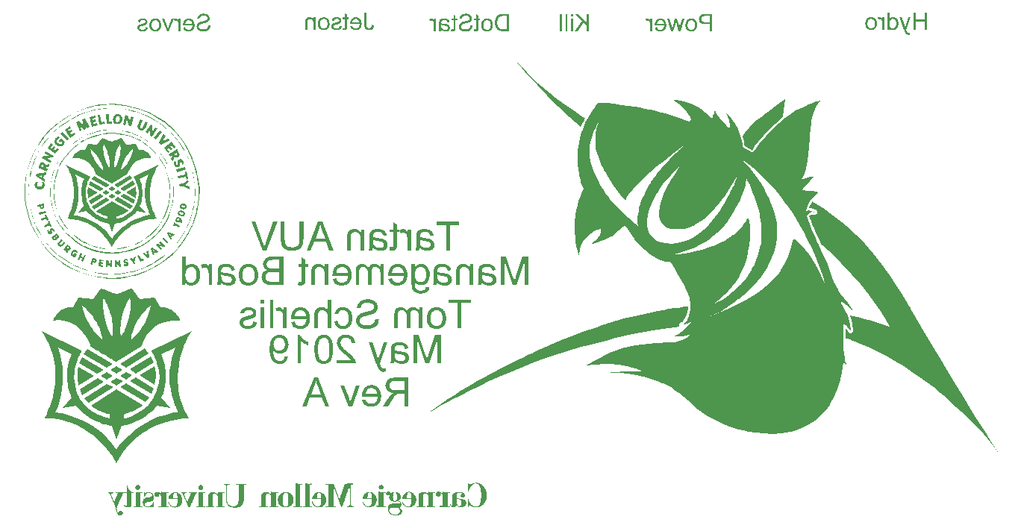
<source format=gbo>
G04*
G04 #@! TF.GenerationSoftware,Altium Limited,Altium Designer,18.1.9 (240)*
G04*
G04 Layer_Color=32896*
%FSLAX25Y25*%
%MOIN*%
G70*
G01*
G75*
G36*
X474006Y290160D02*
X475506Y289827D01*
X476839Y289494D01*
X477839Y289160D01*
X478672Y288827D01*
X479172Y288660D01*
X479339Y288494D01*
X480672Y287827D01*
X482005Y287160D01*
X483005Y286494D01*
X483672Y285994D01*
X484339Y285494D01*
X484839Y285160D01*
X485005Y284827D01*
X485172D01*
X486339Y283661D01*
X487338Y282661D01*
X488005Y281994D01*
X488172Y281661D01*
Y282161D01*
X488338Y282661D01*
X488505Y282994D01*
Y283161D01*
X488672Y283994D01*
X489005Y284494D01*
X489172Y284827D01*
Y284994D01*
X489338Y285827D01*
X489505Y285994D01*
X489838Y284827D01*
X490505Y283661D01*
X491505Y282327D01*
X492505Y281161D01*
X493672Y279994D01*
X494505Y278994D01*
X495171Y278327D01*
X495505Y278161D01*
X495672D01*
X496005Y278327D01*
X496172Y278494D01*
Y279327D01*
Y279494D01*
Y279661D01*
X495838Y280661D01*
X495672Y280994D01*
Y281161D01*
X495338Y282327D01*
X495171Y282661D01*
Y282827D01*
X495005Y283327D01*
X494838Y283661D01*
X494671Y283994D01*
X494505Y284494D01*
Y284661D01*
X496671Y282161D01*
X498338Y279827D01*
X499671Y277494D01*
X500505Y275328D01*
X501171Y273494D01*
X501505Y272161D01*
X501671Y271161D01*
Y270994D01*
Y270828D01*
Y269994D01*
Y269661D01*
Y269495D01*
X503338Y268495D01*
X504838Y267661D01*
X505838Y266995D01*
X506004Y266661D01*
X506171D01*
X507671Y268828D01*
X509171Y270828D01*
X510671Y272661D01*
X512004Y274161D01*
X513171Y275494D01*
X514004Y276327D01*
X514671Y276994D01*
X514837Y277161D01*
X516504Y278827D01*
X518004Y280161D01*
X519504Y281327D01*
X520671Y282327D01*
X521670Y282994D01*
X522337Y283661D01*
X522837Y283827D01*
X523004Y283994D01*
X525504Y285661D01*
X527670Y286827D01*
X528670Y287160D01*
X529337Y287494D01*
X529837Y287827D01*
X530003D01*
X531170Y288327D01*
X532170Y288827D01*
X533003Y289160D01*
X533670Y289327D01*
X534503Y289660D01*
X534670D01*
X535337Y289827D01*
X536003Y289994D01*
X536337Y290160D01*
X536503D01*
X535337Y288827D01*
X534337Y287160D01*
X533670Y285494D01*
X533170Y283827D01*
X532670Y282327D01*
X532503Y281161D01*
X532337Y280327D01*
Y279994D01*
X531837Y274828D01*
X531670Y272494D01*
X531503Y270328D01*
X531337Y268495D01*
X531170Y266995D01*
Y266161D01*
Y265995D01*
Y265828D01*
X530837Y263328D01*
X530503Y261328D01*
X530170Y259662D01*
X529670Y258328D01*
X529337Y257328D01*
X529003Y256662D01*
X528670Y256328D01*
Y256162D01*
X528004Y255162D01*
X527837Y254828D01*
Y254662D01*
X530003Y255495D01*
X531837Y255995D01*
X532670Y256162D01*
X533337D01*
X533670Y256328D01*
X533837D01*
X531670Y254162D01*
X529837Y252162D01*
X529170Y251328D01*
X528670Y250662D01*
X528504Y250162D01*
X528337Y249995D01*
X531003Y249829D01*
X532337Y249662D01*
X533337D01*
X534337Y249495D01*
X535003Y249329D01*
X535503Y249162D01*
X535670D01*
X534170Y247829D01*
X532837Y246495D01*
X531837Y245162D01*
X531170Y243829D01*
X530670Y242829D01*
X530337Y241829D01*
X530170Y241162D01*
Y240996D01*
Y240829D01*
Y240662D01*
X530503Y240829D01*
X531170Y240996D01*
X532503Y240662D01*
X533170Y240496D01*
X533670Y240329D01*
X533892Y240218D01*
X533337Y240329D01*
X532670D01*
X532003Y240162D01*
X531670Y239996D01*
X531503Y239829D01*
X531003Y239496D01*
X530670Y238996D01*
X530337Y238662D01*
Y238496D01*
X532003Y233996D01*
X532837Y231996D01*
X533670Y230163D01*
X534337Y228663D01*
X534837Y227496D01*
X535170Y226830D01*
X535337Y226496D01*
X537503Y221830D01*
X538503Y219663D01*
X539336Y217830D01*
X540003Y216163D01*
X540336Y214830D01*
X540670Y213997D01*
X540836Y213663D01*
X541336Y211997D01*
X541836Y210830D01*
X542336Y209497D01*
X542836Y208497D01*
X543003Y208330D01*
Y208164D01*
X543670Y206664D01*
X544336Y205664D01*
X544669Y204830D01*
X544836Y204664D01*
X545503Y203830D01*
X546336Y202831D01*
X546836Y202164D01*
X547169Y201997D01*
Y201831D01*
X548169Y200664D01*
X548836Y199664D01*
X549336Y198997D01*
X549503Y198831D01*
X550169Y197831D01*
X550669Y196997D01*
X550836Y196331D01*
X551003Y196164D01*
X548169Y198664D01*
X547336Y199331D01*
X546669Y199831D01*
X546336Y199997D01*
X546003Y200164D01*
X545670D01*
Y199997D01*
X545836Y199331D01*
X546003Y199164D01*
Y198997D01*
X546336Y198497D01*
X546669Y197997D01*
X546836Y197497D01*
X547003Y197331D01*
X547336Y196497D01*
X547669Y195997D01*
X547836Y195664D01*
X548003Y195498D01*
X548669Y193998D01*
X549169Y192664D01*
X549503Y191331D01*
X549669Y190164D01*
X549836Y189164D01*
X550003Y188331D01*
Y187831D01*
Y187664D01*
Y187331D01*
Y187164D01*
X549503Y187998D01*
X548836Y188664D01*
X548503Y189164D01*
X548336Y189331D01*
X547836Y189831D01*
X547503Y190164D01*
X547169Y190331D01*
X547003Y190498D01*
X546669Y190331D01*
Y190164D01*
Y189664D01*
Y188998D01*
Y187331D01*
Y186664D01*
Y185998D01*
Y185664D01*
Y185498D01*
X546836Y182998D01*
Y181831D01*
Y180831D01*
Y180165D01*
Y179498D01*
Y179165D01*
Y178998D01*
X547003Y176998D01*
X547336Y175498D01*
X547503Y174165D01*
X547836Y173165D01*
X548003Y172498D01*
X548169Y171998D01*
X548336Y171832D01*
Y171665D01*
X546669Y173332D01*
X546003Y168499D01*
X545003Y164165D01*
X543670Y160499D01*
X542336Y157499D01*
X541170Y155166D01*
X540670Y154166D01*
X540170Y153332D01*
X539670Y152832D01*
X539503Y152332D01*
X539170Y152166D01*
Y151999D01*
X536670Y149333D01*
X534003Y147166D01*
X531337Y145500D01*
X528837Y144166D01*
X526504Y143166D01*
X524837Y142500D01*
X524170Y142333D01*
X523670Y142166D01*
X523337Y142000D01*
X523170D01*
X519004Y141333D01*
X515004Y141166D01*
X511171Y141333D01*
X507671Y141666D01*
X504504Y142166D01*
X503338Y142500D01*
X502171Y142666D01*
X501338Y142833D01*
X500671Y142999D01*
X500338Y143166D01*
X500171D01*
X495838Y144500D01*
X492005Y145999D01*
X488838Y147666D01*
X486172Y149166D01*
X484172Y150499D01*
X482672Y151499D01*
X481839Y152166D01*
X481505Y152499D01*
X477339Y156166D01*
X475339Y157832D01*
X473506Y159332D01*
X471839Y160499D01*
X470673Y161332D01*
X470006Y161999D01*
X469672Y162165D01*
X468339Y162832D01*
X467173Y163332D01*
X466339Y163665D01*
X466006Y163832D01*
X465173Y164165D01*
X464339Y164499D01*
X463673Y164832D01*
X463506D01*
X458673Y166332D01*
X454340Y167332D01*
X450507Y167999D01*
X447173Y168332D01*
X445674D01*
X444507Y168499D01*
X442507D01*
X441840Y168332D01*
X440840D01*
X444507Y168832D01*
X446173D01*
X447840Y168999D01*
X449173Y169165D01*
X456840D01*
X455840Y169665D01*
X454840Y170165D01*
X454173Y170332D01*
X453840Y170498D01*
X450173Y171498D01*
X446507Y171998D01*
X442840Y172332D01*
X439340D01*
X436341Y172165D01*
X435007Y171998D01*
X434007D01*
X433007Y171832D01*
X432341D01*
X432007Y171665D01*
X431841D01*
X436007Y174165D01*
X438007Y175165D01*
X439674Y175998D01*
X441174Y176831D01*
X442340Y177331D01*
X443007Y177665D01*
X443340Y177831D01*
X447673Y179331D01*
X452007Y180331D01*
X456340Y180998D01*
X460340Y181498D01*
X462173Y181665D01*
X463839Y181831D01*
X465339D01*
X466506Y181998D01*
X469006D01*
X471506Y182165D01*
X473672Y182665D01*
X475506Y183331D01*
X476839Y184165D01*
X477839Y184998D01*
X478506Y185664D01*
X478839Y186164D01*
X479005Y186331D01*
X477672Y185498D01*
X476339Y184998D01*
X475006Y184664D01*
X472506Y184664D01*
X471672Y184831D01*
X471006Y184998D01*
X471339D01*
X471839Y185164D01*
X473172Y185831D01*
X474506Y186831D01*
X475839Y188164D01*
X477006Y189331D01*
X478006Y190498D01*
X478672Y191164D01*
X479005Y191498D01*
X478006Y190998D01*
X477839Y190831D01*
X477672D01*
X476672Y190498D01*
X475672Y190164D01*
X475006Y189998D01*
X474839D01*
X475672Y190498D01*
X476506Y191331D01*
X477006Y191998D01*
X477172Y192331D01*
X477839Y193831D01*
X478172Y195331D01*
X478506Y196497D01*
Y196664D01*
Y196831D01*
Y197831D01*
Y198164D01*
Y198331D01*
X478339Y199664D01*
X478172Y200997D01*
X478006Y201831D01*
Y201997D01*
Y202164D01*
X476672Y205164D01*
X475339Y208164D01*
X473839Y210830D01*
X472506Y213163D01*
X471339Y215163D01*
X470339Y216663D01*
X469672Y217663D01*
X469506Y217997D01*
X467839Y218163D01*
X466173Y218496D01*
X464506Y218997D01*
X463006Y219830D01*
X460340Y221496D01*
X458006Y223330D01*
X456173Y225163D01*
X454673Y226830D01*
X454173Y227329D01*
X453840Y227830D01*
X453507Y228163D01*
Y228329D01*
X451840Y230663D01*
X450507Y232663D01*
X450007Y233329D01*
X449507Y233829D01*
X449340Y234163D01*
X449173Y234329D01*
X448507Y233829D01*
X448340Y233663D01*
X446507Y231996D01*
X444840Y230663D01*
X444173Y230163D01*
X443674Y229829D01*
X443340Y229496D01*
X443174D01*
X439840Y227830D01*
X438340Y227329D01*
X437007Y226830D01*
X435841Y226496D01*
X434841Y226163D01*
X434174Y225996D01*
X434007D01*
X435674Y227329D01*
X437007Y228663D01*
X437507Y229329D01*
X437674Y229829D01*
X438007Y230163D01*
Y230329D01*
X438340Y231163D01*
X438507Y231996D01*
Y232663D01*
Y232829D01*
X436840Y232329D01*
X435507Y231663D01*
X434174Y230829D01*
X433174Y230163D01*
X432341Y229496D01*
X431841Y228829D01*
X431507Y228496D01*
X431341Y228329D01*
X430507Y227163D01*
X429841Y225830D01*
X429507Y224663D01*
X429174Y223663D01*
X429007Y222663D01*
X428841Y221996D01*
Y221496D01*
Y221330D01*
Y220830D01*
Y220663D01*
Y220496D01*
X428174Y222830D01*
X427507Y225163D01*
X427174Y227329D01*
X427008Y229329D01*
X426841Y230996D01*
X426674Y232329D01*
Y233163D01*
Y233496D01*
X426841Y236662D01*
X427008Y238162D01*
X427174Y239496D01*
X427341Y240496D01*
X427507Y241496D01*
X427674Y241996D01*
Y242162D01*
X428508Y244995D01*
X428841Y246162D01*
X429341Y247329D01*
X429674Y248329D01*
X429841Y248995D01*
X430174Y249495D01*
Y249662D01*
X430341Y249829D01*
Y249995D01*
X430507Y250495D01*
X430674Y250662D01*
X429841Y252829D01*
X429507Y253662D01*
X429341Y254662D01*
X428841Y256662D01*
X428674Y257662D01*
Y258328D01*
X428508Y258828D01*
Y258995D01*
X428174Y261995D01*
Y263495D01*
X428008Y264828D01*
X428174Y265995D01*
Y266828D01*
Y267495D01*
Y267661D01*
X428341Y269495D01*
X428674Y271328D01*
X429007Y272994D01*
X429507Y274661D01*
X429841Y275994D01*
X430341Y277161D01*
X430507Y277828D01*
X430674Y278161D01*
X431507Y280327D01*
X432674Y282327D01*
X433674Y284161D01*
X434674Y285827D01*
X435674Y287160D01*
X436507Y288327D01*
X437007Y288994D01*
X437174Y289160D01*
X441007Y288994D01*
X444507Y288660D01*
X447840Y288160D01*
X450840Y287827D01*
X453340Y287494D01*
X454506Y287327D01*
X455340Y287160D01*
X456006Y286994D01*
X456506D01*
X456840Y286827D01*
X457006D01*
X458173Y286494D01*
X462339Y285661D01*
X464173Y285160D01*
X465839Y284827D01*
X467339Y284494D01*
X468339Y284161D01*
X469006Y283827D01*
X469339D01*
X471506Y283161D01*
X473506Y282494D01*
X474172Y282161D01*
X474672Y281994D01*
X475006Y281827D01*
X475172D01*
X476172Y281327D01*
X477172Y280994D01*
X477839Y280827D01*
X478172Y280661D01*
X478506Y281327D01*
X478672Y281494D01*
Y281661D01*
X478506Y282327D01*
X478339Y282827D01*
X477505Y284161D01*
X476839Y285160D01*
X476672Y285327D01*
X476506Y285494D01*
X475006Y286994D01*
X474006Y288160D01*
X473339Y288660D01*
X473172Y288827D01*
X472172Y289494D01*
X471506Y289994D01*
X471006Y290327D01*
X470839Y290494D01*
X472506D01*
X474006Y290160D01*
D02*
G37*
G36*
X400675Y307826D02*
X400750Y307726D01*
X405342Y302660D01*
X410508Y297827D01*
X415675Y293494D01*
X418175Y291494D01*
X420508Y289660D01*
X422841Y287994D01*
X424841Y286660D01*
X426674Y285327D01*
X428174Y284327D01*
X429507Y283494D01*
X430507Y282827D01*
X431174Y282494D01*
X431341Y282327D01*
X430674Y280827D01*
X430007Y279661D01*
X429674Y278827D01*
X429507Y278661D01*
Y278494D01*
X427008Y280494D01*
X424341Y282661D01*
X419341Y287494D01*
X414341Y292327D01*
X410008Y297160D01*
X408008Y299327D01*
X406175Y301326D01*
X404508Y303160D01*
X403175Y304826D01*
X402009Y306160D01*
X401175Y307160D01*
X400750Y307726D01*
X400509Y307993D01*
X400675Y307826D01*
D02*
G37*
G36*
X519837Y283161D02*
X519670Y282827D01*
X516504Y279827D01*
X514004Y277661D01*
X511837Y275494D01*
X511004Y274494D01*
X510338Y273828D01*
X510004Y273328D01*
X509838Y273161D01*
X508671Y271828D01*
X507838Y270828D01*
X507171Y269828D01*
X506671Y268994D01*
X506338Y268495D01*
X506171Y267994D01*
Y267828D01*
Y267661D01*
X502504Y269994D01*
Y270494D01*
Y270661D01*
Y270828D01*
X502338Y271994D01*
X502171Y272828D01*
X502005Y273494D01*
X501838Y273828D01*
Y274161D01*
X502005Y274661D01*
X502671Y275828D01*
X503505Y276661D01*
X503671Y276994D01*
X503838Y277161D01*
X504838Y278161D01*
X505838Y279327D01*
X508171Y281327D01*
X509171Y282161D01*
X510004Y282827D01*
X510671Y283327D01*
X510838Y283494D01*
X514337Y286160D01*
X516004Y287494D01*
X517504Y288494D01*
X518671Y289494D01*
X519837Y290160D01*
X520504Y290660D01*
X520671Y290827D01*
X519837Y283161D01*
D02*
G37*
G36*
X534170Y240162D02*
X534003D01*
X533892Y240218D01*
X534170Y240162D01*
D02*
G37*
G36*
X537670Y241996D02*
X542170Y238829D01*
X546170Y235663D01*
X549669Y232663D01*
X551169Y231329D01*
X552502Y230163D01*
X553669Y228996D01*
X554669Y227996D01*
X555502Y227329D01*
X556002Y226663D01*
X556336Y226330D01*
X556502Y226163D01*
X560169Y221663D01*
X563835Y216997D01*
X567335Y212163D01*
X570335Y207497D01*
X571835Y205330D01*
X573002Y203330D01*
X574168Y201664D01*
X575002Y200164D01*
X575835Y198831D01*
X576335Y197997D01*
X576668Y197331D01*
X576835Y197164D01*
X581501Y189164D01*
X585835Y181665D01*
X590001Y174832D01*
X593834Y168332D01*
X597334Y162499D01*
X600667Y157166D01*
X603501Y152332D01*
X606167Y147999D01*
X608667Y144166D01*
X610667Y141000D01*
X612500Y138166D01*
X613833Y136000D01*
X615000Y134167D01*
X615833Y133000D01*
X616333Y132333D01*
X616500Y132000D01*
X613667Y135833D01*
X612333Y137500D01*
X611000Y139166D01*
X609500Y141000D01*
X608000Y142666D01*
X606667Y144166D01*
X605500Y145333D01*
X604834Y145999D01*
X604500Y146333D01*
X599501Y150999D01*
X597167Y153166D01*
X595001Y155166D01*
X593001Y156999D01*
X591501Y158332D01*
X590501Y159166D01*
X590334Y159499D01*
X590168D01*
X587001Y161999D01*
X583835Y164499D01*
X580501Y166832D01*
X577502Y168832D01*
X574835Y170665D01*
X573668Y171332D01*
X572668Y171998D01*
X572002Y172498D01*
X571335Y172832D01*
X571002Y173165D01*
X570835D01*
X566502Y175665D01*
X562502Y177665D01*
X558502Y179665D01*
X555002Y181165D01*
X553503Y181831D01*
X552003Y182331D01*
X550836Y182831D01*
X549669Y183331D01*
X548836Y183665D01*
X548169Y183831D01*
X547836Y183998D01*
X547669D01*
Y184498D01*
Y184831D01*
Y185498D01*
Y185831D01*
Y186998D01*
Y187831D01*
Y188331D01*
Y188498D01*
X548336Y187664D01*
X548836Y187164D01*
X549169Y186831D01*
Y186664D01*
X549336Y186331D01*
X549669Y186164D01*
X550169D01*
X550669Y186498D01*
X550836Y186831D01*
X551003Y186998D01*
Y187164D01*
Y187664D01*
Y187831D01*
X550836Y190164D01*
X550336Y192164D01*
X550169Y192998D01*
X550003Y193498D01*
X549836Y193831D01*
Y193998D01*
X553169Y193331D01*
X556336Y192498D01*
X559336Y191664D01*
X562002Y190831D01*
X564335Y190164D01*
X566002Y189498D01*
X566669Y189331D01*
X567169Y189164D01*
X567335Y188998D01*
X567502D01*
X565335Y192664D01*
X563169Y196331D01*
X558169Y203330D01*
X555669Y206497D01*
X553003Y209664D01*
X550503Y212497D01*
X548003Y215163D01*
X545836Y217497D01*
X543670Y219663D01*
X541670Y221663D01*
X540003Y223163D01*
X538670Y224496D01*
X537503Y225330D01*
X536836Y225996D01*
X536670Y226163D01*
Y226330D01*
Y226496D01*
X536503Y226663D01*
X536337Y226830D01*
Y226996D01*
X534503Y231163D01*
X533670Y233163D01*
X532837Y234829D01*
X532337Y236329D01*
X531837Y237496D01*
X531670Y238162D01*
X531503Y238496D01*
Y238662D01*
Y238829D01*
X532337Y239162D01*
X534170D01*
X534503Y239329D01*
X534837Y239496D01*
X535003Y239662D01*
Y239829D01*
X535170Y239996D01*
Y240162D01*
X535003Y240662D01*
X534837Y240996D01*
X534670Y241329D01*
X534503D01*
X533337Y241829D01*
X532337Y241996D01*
X531670Y242162D01*
X531337D01*
X531837Y243162D01*
X532337Y244162D01*
X532670Y244829D01*
X532837Y244995D01*
X537670Y241996D01*
D02*
G37*
G36*
X477339Y197331D02*
Y197164D01*
Y196997D01*
X477006Y195497D01*
X476672Y194331D01*
X476339Y193498D01*
X476172Y193331D01*
Y193164D01*
X475506Y191998D01*
X475172Y191331D01*
X474839Y191164D01*
X474672Y190998D01*
X474172D01*
X473672Y190831D01*
X473506Y190498D01*
X473339Y190164D01*
Y189998D01*
X473506Y189331D01*
X473672Y189164D01*
X463839Y187831D01*
X454173Y185998D01*
X449507Y184998D01*
X445007Y183998D01*
X440674Y182831D01*
X436674Y181831D01*
X432841Y180831D01*
X429507Y179998D01*
X426508Y179165D01*
X424008Y178331D01*
X422008Y177665D01*
X420508Y177165D01*
X419508Y176998D01*
X419175Y176831D01*
X413841Y174998D01*
X408508Y173165D01*
X398175Y168832D01*
X393176Y166665D01*
X388509Y164665D01*
X384009Y162499D01*
X379843Y160332D01*
X376010Y158499D01*
X372510Y156666D01*
X369343Y154999D01*
X366843Y153666D01*
X364677Y152499D01*
X363177Y151499D01*
X362177Y150999D01*
X361843Y150832D01*
X367843Y155166D01*
X370177Y156832D01*
X373010Y158499D01*
X375843Y160332D01*
X378676Y161999D01*
X381176Y163499D01*
X382176Y163999D01*
X383176Y164665D01*
X383843Y164999D01*
X384509Y165332D01*
X384843Y165665D01*
X385009D01*
X389342Y167999D01*
X393676Y170332D01*
X397842Y172332D01*
X401675Y174332D01*
X403509Y175165D01*
X405009Y175998D01*
X406508Y176665D01*
X407675Y177165D01*
X408675Y177665D01*
X409342Y177998D01*
X409842Y178331D01*
X410008D01*
X415341Y180831D01*
X420841Y182998D01*
X426174Y185164D01*
X431174Y186998D01*
X433341Y187831D01*
X435507Y188498D01*
X437340Y189164D01*
X438840Y189664D01*
X440174Y190164D01*
X441174Y190331D01*
X441840Y190664D01*
X442007D01*
X448673Y192664D01*
X455173Y194164D01*
X461173Y195497D01*
X463839Y195997D01*
X466506Y196497D01*
X468839Y196997D01*
X471006Y197331D01*
X472839Y197497D01*
X474339Y197831D01*
X475672Y197997D01*
X476506D01*
X477172Y198164D01*
X477339D01*
Y197331D01*
D02*
G37*
G36*
X383225Y119266D02*
X383336Y119252D01*
X383419Y119238D01*
X383489D01*
X383530Y119225D01*
X383544D01*
X383766Y119169D01*
X383975Y119100D01*
X384377Y118933D01*
X384752Y118739D01*
X384918Y118642D01*
X385071Y118544D01*
X385210Y118447D01*
X385335Y118350D01*
X385432Y118267D01*
X385529Y118197D01*
X385598Y118128D01*
X385654Y118086D01*
X385682Y118059D01*
X385696Y118045D01*
X385834Y117906D01*
X385973Y117739D01*
X386112Y117573D01*
X386223Y117420D01*
X386320Y117281D01*
X386403Y117170D01*
X386459Y117101D01*
X386473Y117087D01*
Y117073D01*
X386612Y116851D01*
X386723Y116657D01*
X386834Y116462D01*
X386903Y116310D01*
X386973Y116171D01*
X387014Y116074D01*
X387042Y116018D01*
X387056Y115990D01*
X387125Y115810D01*
X387181Y115616D01*
X387236Y115421D01*
X387278Y115227D01*
X387320Y115074D01*
X387347Y114936D01*
X387375Y114852D01*
Y114839D01*
Y114825D01*
X387417Y114575D01*
X387444Y114353D01*
X387472Y114158D01*
X387486Y113978D01*
Y113839D01*
X387500Y113728D01*
Y113672D01*
Y113645D01*
X387486Y113353D01*
Y113228D01*
X387472Y113103D01*
Y113006D01*
X387458Y112923D01*
Y112867D01*
Y112854D01*
X387417Y112576D01*
X387361Y112312D01*
X387292Y112049D01*
X387209Y111799D01*
X387139Y111591D01*
X387098Y111493D01*
X387070Y111424D01*
X387042Y111355D01*
X387028Y111313D01*
X387014Y111285D01*
Y111271D01*
X386875Y110966D01*
X386723Y110688D01*
X386584Y110439D01*
X386459Y110244D01*
X386348Y110078D01*
X386265Y109967D01*
X386195Y109897D01*
X386181Y109869D01*
X385987Y109647D01*
X385765Y109453D01*
X385543Y109273D01*
X385321Y109120D01*
X385126Y108995D01*
X384960Y108898D01*
X384904Y108856D01*
X384863Y108842D01*
X384835Y108815D01*
X384821D01*
X384488Y108662D01*
X384183Y108551D01*
X383905Y108454D01*
X383655Y108398D01*
X383461Y108343D01*
X383378Y108329D01*
X383308Y108315D01*
X383239D01*
X383197Y108301D01*
X382795D01*
X382573Y108315D01*
X382350Y108329D01*
X382128Y108356D01*
X381920Y108398D01*
X381740Y108440D01*
X381601Y108467D01*
X381545Y108481D01*
X381504D01*
X381490Y108495D01*
X381476D01*
X381212Y108579D01*
X380962Y108662D01*
X380754Y108745D01*
X380574Y108815D01*
X380435Y108884D01*
X380324Y108940D01*
X380269Y108967D01*
X380241Y108981D01*
X380116Y109037D01*
X380019Y109078D01*
X379935Y109106D01*
X379866D01*
X379811Y109120D01*
X379783Y109106D01*
X379755D01*
X379699Y109078D01*
X379630Y109037D01*
X379519Y108912D01*
X379477Y108842D01*
X379436Y108801D01*
X379422Y108759D01*
X379408Y108745D01*
X379283Y108620D01*
X379172Y108523D01*
X379103Y108467D01*
X379089Y108440D01*
X379075D01*
Y112201D01*
X379186Y112187D01*
X379255Y112173D01*
X379297Y112160D01*
X379311Y112146D01*
X379325Y112118D01*
X379352Y112076D01*
X379380Y111965D01*
X379394Y111868D01*
X379408Y111840D01*
Y111827D01*
X379505Y111438D01*
X379630Y111077D01*
X379769Y110758D01*
X379922Y110466D01*
X380088Y110189D01*
X380269Y109953D01*
X380449Y109745D01*
X380629Y109550D01*
X380796Y109397D01*
X380962Y109259D01*
X381115Y109148D01*
X381254Y109051D01*
X381365Y108981D01*
X381448Y108940D01*
X381504Y108912D01*
X381518Y108898D01*
X381768Y108801D01*
X382003Y108731D01*
X382212Y108676D01*
X382406Y108648D01*
X382559Y108634D01*
X382684Y108620D01*
X382781D01*
X382989Y108648D01*
X383197Y108690D01*
X383378Y108759D01*
X383530Y108828D01*
X383669Y108912D01*
X383766Y108967D01*
X383822Y109023D01*
X383850Y109037D01*
X384016Y109203D01*
X384155Y109384D01*
X384266Y109578D01*
X384363Y109758D01*
X384433Y109925D01*
X384474Y110064D01*
X384488Y110119D01*
X384502Y110161D01*
X384516Y110175D01*
Y110189D01*
X384627Y110647D01*
X384710Y111091D01*
X384780Y111521D01*
X384807Y111715D01*
X384835Y111910D01*
X384863Y112076D01*
X384877Y112229D01*
X384891Y112368D01*
X384904Y112479D01*
Y112576D01*
X384918Y112645D01*
Y112687D01*
Y112701D01*
X384946Y113117D01*
X384960Y113312D01*
Y113478D01*
X384974Y113631D01*
Y113742D01*
Y113811D01*
Y113839D01*
X384960Y114339D01*
X384932Y114825D01*
X384891Y115283D01*
X384877Y115491D01*
X384849Y115685D01*
X384821Y115866D01*
X384807Y116032D01*
X384780Y116171D01*
X384766Y116296D01*
X384752Y116393D01*
X384738Y116462D01*
X384724Y116504D01*
Y116518D01*
X384668Y116740D01*
X384613Y116948D01*
X384557Y117142D01*
X384502Y117323D01*
X384433Y117490D01*
X384377Y117628D01*
X384321Y117767D01*
X384252Y117878D01*
X384197Y117989D01*
X384155Y118072D01*
X384099Y118156D01*
X384072Y118211D01*
X384030Y118267D01*
X384002Y118295D01*
X383988Y118322D01*
X383877Y118447D01*
X383752Y118544D01*
X383628Y118642D01*
X383503Y118711D01*
X383267Y118836D01*
X383045Y118905D01*
X382864Y118961D01*
X382711Y118975D01*
X382656Y118989D01*
X382420D01*
X382267Y118961D01*
X381990Y118891D01*
X381726Y118780D01*
X381490Y118669D01*
X381310Y118558D01*
X381157Y118447D01*
X381101Y118406D01*
X381060Y118378D01*
X381046Y118364D01*
X381032Y118350D01*
X380838Y118170D01*
X380657Y117975D01*
X380504Y117781D01*
X380352Y117573D01*
X380227Y117406D01*
X380144Y117254D01*
X380102Y117198D01*
X380074Y117170D01*
X380060Y117142D01*
Y117129D01*
X379908Y116837D01*
X379769Y116574D01*
X379672Y116338D01*
X379588Y116115D01*
X379519Y115935D01*
X379477Y115796D01*
X379464Y115754D01*
Y115713D01*
X379450Y115699D01*
Y115685D01*
X379422Y115616D01*
X379408Y115602D01*
Y115588D01*
X379339Y115519D01*
X379311Y115505D01*
X379297Y115491D01*
X379255Y115463D01*
X379227Y115435D01*
X379200Y115421D01*
X379130Y115477D01*
Y119030D01*
X379200Y119002D01*
X379227Y118989D01*
X379241D01*
X379325Y118961D01*
X379339Y118947D01*
X379352D01*
X379380Y118919D01*
X379394Y118905D01*
Y118891D01*
X379436Y118808D01*
X379491Y118739D01*
X379616Y118656D01*
X379755Y118600D01*
X379894Y118586D01*
X380019D01*
X380130Y118600D01*
X380199Y118614D01*
X380213Y118628D01*
X380227D01*
X380421Y118697D01*
X380588Y118766D01*
X380727Y118808D01*
X380838Y118864D01*
X380921Y118891D01*
X380990Y118919D01*
X381018Y118947D01*
X381032D01*
X381268Y119044D01*
X381518Y119114D01*
X381754Y119169D01*
X381976Y119211D01*
X382406Y119266D01*
X382600Y119280D01*
X383086D01*
X383225Y119266D01*
D02*
G37*
G36*
X340586Y118336D02*
X340724Y118295D01*
X340835Y118253D01*
X340933Y118197D01*
X341002Y118142D01*
X341044Y118100D01*
X341057Y118086D01*
X341155Y117948D01*
X341238Y117823D01*
X341294Y117684D01*
X341321Y117559D01*
X341349Y117448D01*
X341363Y117365D01*
Y117309D01*
Y117295D01*
X341349Y117142D01*
X341307Y117004D01*
X341252Y116865D01*
X341196Y116754D01*
X341141Y116671D01*
X341085Y116601D01*
X341057Y116560D01*
X341044Y116546D01*
X340919Y116448D01*
X340794Y116365D01*
X340655Y116310D01*
X340544Y116268D01*
X340433Y116254D01*
X340350Y116240D01*
X340294Y116226D01*
X340280D01*
X340128Y116240D01*
X339989Y116268D01*
X339850Y116324D01*
X339739Y116393D01*
X339642Y116448D01*
X339572Y116504D01*
X339531Y116546D01*
X339517Y116560D01*
X339406Y116698D01*
X339322Y116823D01*
X339253Y116948D01*
X339225Y117059D01*
X339198Y117156D01*
X339184Y117226D01*
Y117281D01*
Y117295D01*
X339212Y117476D01*
X339253Y117642D01*
X339309Y117781D01*
X339378Y117892D01*
X339461Y118003D01*
X339559Y118086D01*
X339656Y118156D01*
X339753Y118211D01*
X339947Y118281D01*
X340100Y118322D01*
X340169Y118336D01*
X340266D01*
X340433Y118350D01*
X340586Y118336D01*
D02*
G37*
G36*
X260068Y118225D02*
X260193Y118184D01*
X260304Y118114D01*
X260401Y118059D01*
X260470Y118003D01*
X260512Y117961D01*
X260526Y117948D01*
X260637Y117823D01*
X260720Y117684D01*
X260776Y117559D01*
X260817Y117448D01*
X260831Y117351D01*
X260845Y117267D01*
Y117212D01*
Y117198D01*
X260817Y117004D01*
X260776Y116837D01*
X260720Y116684D01*
X260637Y116573D01*
X260554Y116462D01*
X260456Y116379D01*
X260359Y116296D01*
X260262Y116240D01*
X260068Y116171D01*
X259901Y116129D01*
X259832Y116115D01*
X259721D01*
X259568Y116129D01*
X259429Y116157D01*
X259304Y116213D01*
X259193Y116268D01*
X259110Y116310D01*
X259054Y116365D01*
X259013Y116393D01*
X258999Y116407D01*
X258902Y116532D01*
X258819Y116657D01*
X258763Y116768D01*
X258735Y116893D01*
X258707Y116990D01*
X258694Y117073D01*
Y117129D01*
Y117142D01*
Y117156D01*
X258707Y117337D01*
X258735Y117503D01*
X258777Y117642D01*
X258832Y117753D01*
X258888Y117836D01*
X258943Y117906D01*
X258971Y117948D01*
X258985Y117961D01*
X259096Y118059D01*
X259235Y118128D01*
X259360Y118184D01*
X259485Y118225D01*
X259596Y118253D01*
X259693Y118267D01*
X259929D01*
X260068Y118225D01*
D02*
G37*
G36*
X231780Y118267D02*
X231933Y118225D01*
X232072Y118170D01*
X232183Y118114D01*
X232280Y118059D01*
X232349Y118003D01*
X232391Y117961D01*
X232405Y117948D01*
X232502Y117823D01*
X232585Y117684D01*
X232627Y117559D01*
X232655Y117448D01*
X232669Y117351D01*
Y117267D01*
Y117212D01*
Y117198D01*
Y117184D01*
Y117170D01*
X232655Y117018D01*
X232627Y116865D01*
X232571Y116740D01*
X232516Y116629D01*
X232474Y116546D01*
X232419Y116476D01*
X232391Y116435D01*
X232377Y116421D01*
X232252Y116324D01*
X232127Y116240D01*
X232002Y116185D01*
X231891Y116157D01*
X231780Y116129D01*
X231697Y116115D01*
X231530D01*
X231378Y116129D01*
X231239Y116157D01*
X231114Y116213D01*
X231017Y116268D01*
X230934Y116310D01*
X230864Y116365D01*
X230823Y116393D01*
X230809Y116407D01*
X230712Y116532D01*
X230628Y116657D01*
X230573Y116768D01*
X230545Y116893D01*
X230517Y116990D01*
X230503Y117073D01*
Y117129D01*
Y117142D01*
Y117156D01*
Y117170D01*
Y117198D01*
Y117212D01*
X230517Y117378D01*
X230559Y117517D01*
X230601Y117642D01*
X230656Y117753D01*
X230725Y117836D01*
X230767Y117906D01*
X230809Y117948D01*
X230823Y117961D01*
X230947Y118072D01*
X231072Y118142D01*
X231197Y118197D01*
X231322Y118239D01*
X231433Y118267D01*
X231517Y118281D01*
X231600D01*
X231780Y118267D01*
D02*
G37*
G36*
X258138Y114602D02*
X258111D01*
X258069Y114589D01*
X257875D01*
X257736Y114575D01*
X257639Y114561D01*
X257583Y114533D01*
X257569Y114519D01*
X257500Y114464D01*
X257431Y114380D01*
X257403Y114297D01*
X257389Y114283D01*
Y114269D01*
X257361Y114214D01*
X257333Y114144D01*
X257264Y113978D01*
X257181Y113770D01*
X257070Y113520D01*
X256959Y113256D01*
X256834Y112965D01*
X256570Y112354D01*
X256445Y112049D01*
X256320Y111771D01*
X256209Y111507D01*
X256112Y111271D01*
X256029Y111077D01*
X255959Y110924D01*
X255931Y110869D01*
X255918Y110827D01*
X255904Y110813D01*
Y110799D01*
X255765Y110480D01*
X255640Y110189D01*
X255529Y109925D01*
X255418Y109689D01*
X255335Y109467D01*
X255251Y109273D01*
X255168Y109106D01*
X255099Y108953D01*
X255043Y108828D01*
X254988Y108717D01*
X254946Y108620D01*
X254918Y108551D01*
X254890Y108495D01*
X254877Y108454D01*
X254863Y108440D01*
Y108426D01*
X254807Y108370D01*
X254752Y108329D01*
X254655Y108273D01*
X254557Y108245D01*
X254530D01*
X254419Y108273D01*
X254335Y108329D01*
X254280Y108384D01*
X254266Y108412D01*
X254197Y108565D01*
X254113Y108759D01*
X254016Y108953D01*
X253933Y109148D01*
X253863Y109328D01*
X253794Y109467D01*
X253766Y109522D01*
X253752Y109564D01*
X253738Y109592D01*
Y109606D01*
X253613Y109897D01*
X253516Y110161D01*
X253419Y110369D01*
X253350Y110549D01*
X253294Y110688D01*
X253253Y110785D01*
X253239Y110855D01*
X253225Y110869D01*
X253058Y111243D01*
X252906Y111591D01*
X252767Y111910D01*
X252642Y112215D01*
X252517Y112479D01*
X252406Y112729D01*
X252309Y112951D01*
X252225Y113145D01*
X252142Y113326D01*
X252073Y113478D01*
X252017Y113603D01*
X251976Y113700D01*
X251934Y113784D01*
X251906Y113839D01*
X251892Y113867D01*
Y113881D01*
X251837Y114006D01*
X251781Y114103D01*
X251726Y114200D01*
X251670Y114269D01*
X251629Y114325D01*
X251587Y114366D01*
X251573Y114394D01*
X251559Y114408D01*
X251490Y114478D01*
X251407Y114519D01*
X251240Y114575D01*
X251157Y114589D01*
X251101Y114602D01*
X251046D01*
X251060Y114908D01*
X253336D01*
Y114602D01*
X253239Y114589D01*
X253183D01*
X253017Y114602D01*
X252878Y114589D01*
X252753Y114547D01*
X252656Y114505D01*
X252586Y114464D01*
X252545Y114422D01*
X252517Y114394D01*
X252503Y114380D01*
X252448Y114269D01*
X252420Y114158D01*
X252406Y114047D01*
X252420Y113922D01*
X252448Y113825D01*
X252462Y113742D01*
X252475Y113686D01*
X252489Y113672D01*
Y113659D01*
X252503Y113631D01*
X252545Y113534D01*
X252600Y113381D01*
X252670Y113201D01*
X252767Y112992D01*
X252850Y112743D01*
X252961Y112493D01*
X253058Y112229D01*
X253169Y111965D01*
X253267Y111715D01*
X253364Y111479D01*
X253447Y111271D01*
X253516Y111091D01*
X253572Y110966D01*
X253586Y110910D01*
X253600Y110869D01*
X253613Y110855D01*
Y110841D01*
X255293Y114589D01*
X254488D01*
X254502Y114908D01*
X258180D01*
X258138Y114602D01*
D02*
G37*
G36*
X368012Y115352D02*
X368193Y115269D01*
X368359Y115213D01*
X368512Y115158D01*
X368651Y115130D01*
X368762Y115102D01*
X368831Y115088D01*
X368859D01*
X369067Y115074D01*
X369262Y115060D01*
X369442Y115047D01*
X369720D01*
X369817Y115060D01*
X369900D01*
X370261Y115074D01*
X370608D01*
X370747Y115060D01*
X370858Y115047D01*
X370927Y115033D01*
X370955D01*
X370913Y114700D01*
X369942D01*
Y108884D01*
X370941D01*
X370927Y108551D01*
X366513D01*
X366541Y108898D01*
X367832D01*
Y111479D01*
Y111549D01*
Y111618D01*
Y111660D01*
Y111674D01*
Y111993D01*
X367818Y112312D01*
X367804Y112604D01*
X367790Y112867D01*
X367776Y113076D01*
X367763Y113173D01*
Y113256D01*
Y113312D01*
X367749Y113353D01*
Y113381D01*
Y113395D01*
X367721Y113534D01*
X367679Y113686D01*
X367624Y113811D01*
X367568Y113936D01*
X367513Y114033D01*
X367471Y114103D01*
X367443Y114158D01*
X367429Y114172D01*
X367319Y114311D01*
X367207Y114422D01*
X367110Y114519D01*
X367013Y114602D01*
X366930Y114658D01*
X366860Y114700D01*
X366819Y114714D01*
X366805Y114727D01*
X366874Y114464D01*
X366888Y114339D01*
X366902Y114214D01*
X366916Y114117D01*
Y114047D01*
Y113992D01*
Y113978D01*
X366902Y113867D01*
X366874Y113770D01*
X366805Y113589D01*
X366763Y113520D01*
X366736Y113464D01*
X366722Y113437D01*
X366708Y113423D01*
X366624Y113339D01*
X366541Y113270D01*
X366458Y113215D01*
X366375Y113173D01*
X366305Y113145D01*
X366250Y113117D01*
X366222Y113103D01*
X366208D01*
X366069Y113076D01*
X365958Y113062D01*
X365875Y113048D01*
X365847D01*
X365708Y113062D01*
X365570Y113103D01*
X365514Y113117D01*
X365472Y113131D01*
X365445Y113145D01*
X365431D01*
X365264Y113228D01*
X365153Y113312D01*
X365070Y113367D01*
X365042Y113381D01*
X364945Y113492D01*
X364890Y113589D01*
X364848Y113659D01*
X364834Y113672D01*
Y113686D01*
X364792Y113811D01*
X364778Y113922D01*
Y113992D01*
Y114020D01*
Y114145D01*
Y114269D01*
Y114353D01*
Y114366D01*
Y114380D01*
X364792Y114491D01*
X364806Y114602D01*
X364848Y114714D01*
X364890Y114797D01*
X364931Y114866D01*
X364959Y114936D01*
X364987Y114963D01*
X365001Y114977D01*
X365084Y115074D01*
X365167Y115144D01*
X365264Y115185D01*
X365334Y115227D01*
X365403Y115255D01*
X365459Y115269D01*
X365514D01*
X365667Y115296D01*
X365819Y115310D01*
X366097D01*
X366222Y115296D01*
X366305D01*
X366361Y115283D01*
X366389D01*
X366555Y115241D01*
X366708Y115199D01*
X366847Y115130D01*
X366958Y115060D01*
X367041Y115005D01*
X367110Y114950D01*
X367152Y114908D01*
X367166Y114894D01*
X367319Y114741D01*
X367457Y114602D01*
X367568Y114491D01*
X367666Y114394D01*
X367749Y114325D01*
X367804Y114269D01*
X367832Y114242D01*
X367846Y114228D01*
Y115435D01*
X368012Y115352D01*
D02*
G37*
G36*
X361655Y115310D02*
X361822Y115241D01*
X361989Y115185D01*
X362141Y115158D01*
X362280Y115116D01*
X362377Y115102D01*
X362447Y115088D01*
X362474D01*
X362683Y115074D01*
X362863Y115060D01*
X363307D01*
X363404Y115074D01*
X363488D01*
X363835Y115088D01*
X364168D01*
X364306Y115074D01*
X364404D01*
X364473Y115060D01*
X364501D01*
Y114700D01*
X363502D01*
Y111785D01*
Y108842D01*
X364529D01*
X364501Y108551D01*
X360614D01*
X360628Y108898D01*
X361489D01*
Y112534D01*
Y112590D01*
Y112618D01*
X361475Y112784D01*
X361447Y112951D01*
X361406Y113117D01*
X361364Y113256D01*
X361322Y113381D01*
X361281Y113478D01*
X361253Y113534D01*
X361239Y113561D01*
X361142Y113742D01*
X361045Y113895D01*
X360948Y114033D01*
X360850Y114145D01*
X360781Y114228D01*
X360712Y114283D01*
X360670Y114325D01*
X360656Y114339D01*
X360503Y114450D01*
X360351Y114533D01*
X360226Y114589D01*
X360115Y114630D01*
X360018Y114658D01*
X359948Y114672D01*
X359893D01*
X359768Y114658D01*
X359643Y114602D01*
X359546Y114547D01*
X359449Y114464D01*
X359379Y114394D01*
X359310Y114325D01*
X359282Y114269D01*
X359268Y114255D01*
X359199Y114131D01*
X359157Y114006D01*
X359115Y113881D01*
X359102Y113770D01*
X359088Y113672D01*
X359074Y113603D01*
Y113548D01*
Y113534D01*
Y113478D01*
Y113451D01*
Y109189D01*
Y109120D01*
Y109106D01*
Y109092D01*
Y109023D01*
X359088Y108995D01*
Y108981D01*
Y108912D01*
Y108898D01*
Y108884D01*
X359920D01*
Y108537D01*
X356020Y108537D01*
X356048Y108884D01*
X356978D01*
Y110702D01*
Y111091D01*
X356992Y111438D01*
Y111757D01*
X357006Y112049D01*
Y112312D01*
Y112534D01*
X357019Y112743D01*
Y112923D01*
X357033Y113090D01*
Y113215D01*
Y113326D01*
Y113409D01*
X357047Y113478D01*
Y113520D01*
Y113548D01*
Y113561D01*
X357061Y113686D01*
X357075Y113811D01*
X357103Y113936D01*
X357144Y114047D01*
X357186Y114131D01*
X357214Y114200D01*
X357228Y114255D01*
X357242Y114269D01*
X357311Y114408D01*
X357394Y114533D01*
X357478Y114630D01*
X357547Y114714D01*
X357603Y114783D01*
X357658Y114825D01*
X357686Y114852D01*
X357700Y114866D01*
X357922Y114991D01*
X358172Y115088D01*
X358435Y115158D01*
X358671Y115185D01*
X358893Y115213D01*
X359240Y115213D01*
X359587Y115185D01*
X359893Y115116D01*
X360170Y115033D01*
X360392Y114936D01*
X360559Y114852D01*
X360684Y114769D01*
X360767Y114714D01*
X360795Y114700D01*
X360906Y114602D01*
X361017Y114491D01*
X361239Y114283D01*
X361336Y114186D01*
X361420Y114117D01*
X361475Y114061D01*
X361489Y114047D01*
Y115380D01*
X361655Y115310D01*
D02*
G37*
G36*
X242343Y115241D02*
X242510Y115158D01*
X242690Y115102D01*
X242843Y115047D01*
X242981Y115019D01*
X243092Y114991D01*
X243162Y114977D01*
X243190D01*
X243398Y114950D01*
X243592Y114936D01*
X243773Y114922D01*
X244231D01*
X244591Y114936D01*
X244772D01*
X244938Y114922D01*
X245077Y114908D01*
X245188D01*
X245258Y114894D01*
X245286D01*
X245258Y114561D01*
X244286Y114561D01*
Y108731D01*
X245272Y108731D01*
X245244Y108412D01*
X240761Y108412D01*
X240788Y108745D01*
X242149D01*
Y111327D01*
Y111563D01*
Y111785D01*
X242135Y111979D01*
Y112173D01*
Y112340D01*
X242121Y112507D01*
Y112645D01*
X242107Y112770D01*
X242093Y112895D01*
Y112992D01*
X242079Y113076D01*
Y113131D01*
Y113187D01*
X242065Y113228D01*
Y113242D01*
Y113256D01*
X242038Y113409D01*
X241996Y113548D01*
X241885Y113811D01*
X241732Y114047D01*
X241566Y114255D01*
X241399Y114408D01*
X241260Y114533D01*
X241205Y114575D01*
X241163Y114602D01*
X241135Y114630D01*
X241122D01*
X241135Y114575D01*
Y114519D01*
X241149Y114464D01*
X241163Y114436D01*
Y114422D01*
X241191Y114269D01*
X241219Y114144D01*
Y113895D01*
X241191Y113686D01*
X241149Y113506D01*
X241080Y113381D01*
X241024Y113284D01*
X240983Y113215D01*
X240969Y113201D01*
X240802Y113076D01*
X240622Y112992D01*
X240441Y112951D01*
X240261Y112937D01*
X240108D01*
X239969Y112951D01*
X239886Y112978D01*
X239858D01*
X239734Y113020D01*
X239622Y113076D01*
X239442Y113215D01*
X239303Y113381D01*
X239192Y113561D01*
X239123Y113728D01*
X239081Y113867D01*
X239067Y113922D01*
X239053Y113964D01*
Y113992D01*
Y114006D01*
Y114061D01*
Y114075D01*
X239067Y114172D01*
X239081Y114283D01*
X239137Y114464D01*
X239178Y114533D01*
X239206Y114589D01*
X239220Y114616D01*
X239234Y114630D01*
X239303Y114727D01*
X239373Y114824D01*
X239428Y114894D01*
X239498Y114950D01*
X239553Y115005D01*
X239595Y115033D01*
X239622Y115060D01*
X239636D01*
X239803Y115130D01*
X239983Y115158D01*
X240164Y115185D01*
X240317D01*
X240469Y115172D01*
X240580Y115158D01*
X240650Y115144D01*
X240677D01*
X240886Y115088D01*
X241080Y115005D01*
X241246Y114922D01*
X241399Y114838D01*
X241510Y114755D01*
X241607Y114700D01*
X241663Y114644D01*
X241677Y114630D01*
X241705Y114602D01*
X241760Y114533D01*
X241843Y114436D01*
X241927Y114339D01*
X242024Y114228D01*
X242093Y114130D01*
X242149Y114075D01*
X242176Y114047D01*
Y115324D01*
X242343Y115241D01*
D02*
G37*
G36*
X291367Y115269D02*
X291548Y115199D01*
X291714Y115144D01*
X291881Y115102D01*
X292020Y115074D01*
X292130Y115047D01*
X292200Y115033D01*
X292228D01*
X292436Y115019D01*
X292630Y115005D01*
X293088D01*
X293185Y115019D01*
X293269D01*
X293616Y115033D01*
X293949D01*
X294088Y115019D01*
X294199Y115005D01*
X294268Y114991D01*
X294296D01*
X294268Y114672D01*
X293296D01*
Y108759D01*
X294268D01*
X294324Y108648D01*
X294296Y108634D01*
X294282Y108606D01*
X294254Y108592D01*
Y108579D01*
X294185Y108523D01*
X294157Y108509D01*
X294102Y108495D01*
X290243D01*
X290298Y108579D01*
X290382Y108648D01*
X290465Y108690D01*
X290548Y108731D01*
X290618Y108745D01*
X290687Y108759D01*
X290742D01*
X290867Y108773D01*
X290965D01*
X291048Y108787D01*
X291103Y108801D01*
X291145Y108815D01*
X291173D01*
X291187Y108828D01*
Y109120D01*
Y112645D01*
X291173Y112812D01*
X291145Y112992D01*
X291103Y113145D01*
X291048Y113284D01*
X291006Y113409D01*
X290965Y113506D01*
X290937Y113561D01*
X290923Y113589D01*
X290826Y113770D01*
X290715Y113922D01*
X290604Y114047D01*
X290507Y114158D01*
X290423Y114228D01*
X290354Y114297D01*
X290312Y114325D01*
X290298Y114339D01*
X290187Y114408D01*
X290062Y114464D01*
X289951Y114505D01*
X289840Y114533D01*
X289757Y114547D01*
X289688Y114561D01*
X289535D01*
X289521Y114547D01*
X289507D01*
X289382Y114519D01*
X289271Y114478D01*
X289174Y114436D01*
X289105Y114380D01*
X289063Y114339D01*
X289021Y114297D01*
X288994Y114283D01*
Y114269D01*
X288938Y114186D01*
X288910Y114089D01*
X288855Y113867D01*
Y113784D01*
X288841Y113700D01*
Y113645D01*
Y113631D01*
Y109078D01*
Y109064D01*
Y109023D01*
Y108926D01*
X288855Y108870D01*
Y108815D01*
Y108787D01*
Y108773D01*
X289049Y108759D01*
X289202Y108745D01*
X289313D01*
X289396Y108731D01*
X289466Y108717D01*
X289493D01*
X289521Y108703D01*
X289549Y108690D01*
X289577Y108662D01*
X289604Y108592D01*
X289618Y108523D01*
Y108509D01*
Y108495D01*
X285746D01*
X285732Y108551D01*
Y108579D01*
Y108648D01*
X285746Y108676D01*
X285884Y108690D01*
X286037Y108717D01*
X286204Y108731D01*
X286370Y108759D01*
X286523Y108773D01*
X286648Y108787D01*
X286731Y108801D01*
X286759D01*
Y113326D01*
X286787Y113631D01*
X286842Y113909D01*
X286939Y114144D01*
X287064Y114353D01*
X287203Y114519D01*
X287356Y114672D01*
X287509Y114797D01*
X287689Y114894D01*
X287856Y114977D01*
X288008Y115033D01*
X288161Y115088D01*
X288300Y115116D01*
X288411Y115144D01*
X288494Y115158D01*
X288577D01*
X288674Y115172D01*
X288841D01*
X289077Y115158D01*
X289313Y115116D01*
X289549Y115047D01*
X289743Y114991D01*
X289924Y114922D01*
X290049Y114852D01*
X290104Y114838D01*
X290146Y114811D01*
X290160Y114797D01*
X290173D01*
X290409Y114644D01*
X290618Y114491D01*
X290798Y114353D01*
X290937Y114200D01*
X291048Y114075D01*
X291117Y113978D01*
X291173Y113922D01*
X291187Y113895D01*
Y115352D01*
X291367Y115269D01*
D02*
G37*
G36*
X267618Y115199D02*
X267785Y115130D01*
X267965Y115074D01*
X268118Y115033D01*
X268257Y115005D01*
X268368Y114977D01*
X268437Y114963D01*
X268465D01*
X268673Y114936D01*
X268868Y114922D01*
X269506D01*
X269867Y114936D01*
X270200D01*
X270339Y114922D01*
X270450D01*
X270519Y114908D01*
X270547D01*
X270505Y114561D01*
X269548D01*
Y108731D01*
X270533D01*
Y108398D01*
X266577D01*
X266619Y108759D01*
X267438D01*
Y112451D01*
Y112465D01*
X267424Y112729D01*
X267396Y112854D01*
X267369Y112965D01*
X267355Y113062D01*
X267327Y113145D01*
X267313Y113201D01*
Y113215D01*
X267258Y113367D01*
X267202Y113492D01*
X267146Y113617D01*
X267091Y113714D01*
X267036Y113784D01*
X266994Y113853D01*
X266980Y113881D01*
X266966Y113895D01*
X266869Y114020D01*
X266772Y114117D01*
X266661Y114200D01*
X266564Y114283D01*
X266466Y114339D01*
X266397Y114380D01*
X266341Y114394D01*
X266328Y114408D01*
X266175Y114464D01*
X266036Y114505D01*
X265925Y114519D01*
X265828D01*
X265745Y114505D01*
X265689Y114491D01*
X265648Y114478D01*
X265634D01*
X265523Y114422D01*
X265425Y114353D01*
X265356Y114283D01*
X265287Y114214D01*
X265245Y114158D01*
X265217Y114103D01*
X265203Y114075D01*
Y114061D01*
X265162Y113950D01*
X265134Y113825D01*
X265106Y113603D01*
X265092Y113492D01*
Y113409D01*
Y113353D01*
Y113339D01*
Y109148D01*
Y108731D01*
X265870D01*
Y108412D01*
X261983D01*
X262011Y108745D01*
X262996D01*
Y109175D01*
Y113076D01*
Y113131D01*
Y113159D01*
X263024Y113395D01*
X263038Y113506D01*
X263066Y113617D01*
X263094Y113700D01*
X263107Y113770D01*
X263135Y113825D01*
Y113839D01*
X263177Y113978D01*
X263232Y114103D01*
X263288Y114214D01*
X263330Y114311D01*
X263371Y114380D01*
X263399Y114436D01*
X263413Y114464D01*
X263427Y114478D01*
X263607Y114658D01*
X263760Y114783D01*
X263829Y114825D01*
X263885Y114852D01*
X263913Y114880D01*
X263926D01*
X264135Y114977D01*
X264329Y115033D01*
X264412Y115047D01*
X264482Y115060D01*
X264537D01*
X264759Y115088D01*
X265189D01*
X265300Y115074D01*
X265495Y115047D01*
X265592Y115033D01*
X265661D01*
X265717Y115019D01*
X265731D01*
X265897Y114991D01*
X266064Y114936D01*
X266217Y114880D01*
X266369Y114797D01*
X266661Y114616D01*
X266911Y114408D01*
X267133Y114200D01*
X267216Y114117D01*
X267299Y114033D01*
X267355Y113964D01*
X267396Y113909D01*
X267424Y113881D01*
X267438Y113867D01*
Y115283D01*
X267618Y115199D01*
D02*
G37*
G36*
X375549Y115199D02*
X375758Y115172D01*
X375952Y115144D01*
X376118Y115116D01*
X376271Y115074D01*
X376410Y115047D01*
X376521Y115005D01*
X376618Y114977D01*
X376701Y114950D01*
X376757Y114922D01*
X376785Y114908D01*
X376799D01*
X376979Y114811D01*
X377146Y114700D01*
X377284Y114575D01*
X377395Y114464D01*
X377479Y114325D01*
X377562Y114200D01*
X377617Y114075D01*
X377659Y113950D01*
X377701Y113728D01*
X377715Y113631D01*
Y113534D01*
Y113464D01*
Y113409D01*
Y113381D01*
Y113367D01*
X377687Y113270D01*
X377645Y113187D01*
X377562Y113048D01*
X377520Y112992D01*
X377479Y112951D01*
X377465Y112923D01*
X377451Y112909D01*
X377368Y112840D01*
X377284Y112784D01*
X377146Y112715D01*
X377076Y112687D01*
X377034D01*
X377007Y112673D01*
X376993D01*
X376840Y112659D01*
X376701Y112673D01*
X376563Y112687D01*
X376451Y112715D01*
X376271Y112798D01*
X376118Y112895D01*
X376021Y113006D01*
X375952Y113090D01*
X375924Y113159D01*
X375910Y113187D01*
X375869Y113326D01*
X375855Y113464D01*
X375841Y113575D01*
X375855Y113686D01*
X375924Y113895D01*
X376021Y114047D01*
X376132Y114172D01*
X376229Y114255D01*
X376313Y114311D01*
X376327Y114325D01*
X376341D01*
X376382Y114353D01*
X376424Y114394D01*
X376465Y114422D01*
X376479Y114436D01*
X376521Y114491D01*
X376549Y114505D01*
X376563Y114519D01*
X376521Y114575D01*
X376493Y114602D01*
X376424Y114658D01*
X376410Y114672D01*
X376354Y114700D01*
X376327Y114714D01*
X375938Y114811D01*
X375758Y114852D01*
X375591Y114880D01*
X375452Y114894D01*
X375341Y114908D01*
X375272Y114922D01*
X375091D01*
X374953Y114894D01*
X374828Y114866D01*
X374716Y114839D01*
X374633Y114797D01*
X374564Y114769D01*
X374522Y114755D01*
X374508Y114741D01*
X374397Y114672D01*
X374314Y114589D01*
X374258Y114519D01*
X374217Y114436D01*
X374189Y114366D01*
X374175Y114325D01*
X374161Y114283D01*
Y114269D01*
Y114228D01*
X374147Y114145D01*
Y114033D01*
X374134Y113909D01*
X374120Y113756D01*
Y113589D01*
X374092Y113242D01*
X374078Y112909D01*
X374064Y112743D01*
X374050Y112618D01*
Y112493D01*
X374036Y112409D01*
Y112340D01*
Y112326D01*
X374120Y112312D01*
X374217D01*
X374411Y112285D01*
X374494D01*
X374564Y112271D01*
X374633D01*
X374772Y112257D01*
X374897Y112243D01*
X375008D01*
X375105Y112229D01*
X375188Y112215D01*
X375244D01*
X375286Y112201D01*
X375300D01*
X375494Y112173D01*
X375660Y112160D01*
X375730Y112146D01*
X375785D01*
X375813Y112132D01*
X375827D01*
X376132Y112076D01*
X376424Y112021D01*
X376701Y111937D01*
X376937Y111868D01*
X377132Y111799D01*
X377284Y111743D01*
X377340Y111715D01*
X377381Y111702D01*
X377409Y111688D01*
X377423D01*
X377617Y111577D01*
X377784Y111438D01*
X377923Y111285D01*
X378034Y111146D01*
X378117Y111021D01*
X378173Y110910D01*
X378200Y110841D01*
X378214Y110827D01*
Y110813D01*
X378270Y110591D01*
X378298Y110369D01*
X378311Y110175D01*
X378298Y109980D01*
X378284Y109828D01*
X378256Y109717D01*
X378242Y109634D01*
X378228Y109620D01*
Y109606D01*
X378145Y109397D01*
X378034Y109217D01*
X377923Y109064D01*
X377812Y108940D01*
X377701Y108856D01*
X377617Y108787D01*
X377562Y108745D01*
X377534Y108731D01*
X377368Y108648D01*
X377201Y108579D01*
X376840Y108481D01*
X376479Y108426D01*
X376146Y108398D01*
X375716D01*
X375605Y108412D01*
X375508D01*
X375438Y108426D01*
X375383D01*
X375258Y108454D01*
X375133Y108481D01*
X375008Y108523D01*
X374883Y108579D01*
X374786Y108620D01*
X374716Y108648D01*
X374661Y108676D01*
X374647Y108690D01*
X374508Y108773D01*
X374383Y108870D01*
X374272Y108953D01*
X374189Y109023D01*
X374120Y109092D01*
X374078Y109148D01*
X374050Y109175D01*
X374036Y109189D01*
X373939Y109037D01*
X373828Y108912D01*
X373717Y108801D01*
X373620Y108717D01*
X373523Y108648D01*
X373453Y108592D01*
X373398Y108565D01*
X373384Y108551D01*
X373231Y108481D01*
X373093Y108440D01*
X372954Y108398D01*
X372843Y108370D01*
X372732D01*
X372662Y108356D01*
X372593D01*
X372301Y108398D01*
X372163Y108412D01*
X372038Y108440D01*
X371940Y108467D01*
X371857Y108495D01*
X371802Y108509D01*
X371788D01*
X371649Y108579D01*
X371524Y108662D01*
X371413Y108745D01*
X371316Y108828D01*
X371247Y108912D01*
X371191Y108981D01*
X371163Y109023D01*
X371149Y109037D01*
X371066Y109175D01*
X371024Y109314D01*
X370997Y109453D01*
X370983Y109564D01*
Y109661D01*
Y109745D01*
X370997Y109800D01*
Y109814D01*
X371288D01*
Y109800D01*
Y109786D01*
Y109717D01*
X371302Y109661D01*
X371316Y109620D01*
Y109606D01*
X371358Y109481D01*
X371371Y109397D01*
X371399Y109342D01*
Y109328D01*
X371427Y109259D01*
X371469Y109203D01*
X371510Y109148D01*
X371524Y109134D01*
X371607Y109078D01*
X371677Y109051D01*
X371760D01*
X371857Y109064D01*
X371913Y109106D01*
X371954Y109134D01*
X371968Y109148D01*
X371996Y109231D01*
X372024Y109286D01*
X372038Y109328D01*
Y109342D01*
Y109425D01*
Y109509D01*
Y109578D01*
Y109606D01*
Y109647D01*
Y109661D01*
Y109967D01*
Y110258D01*
Y110522D01*
Y110772D01*
Y111008D01*
Y111230D01*
Y111438D01*
Y111618D01*
Y111785D01*
Y111951D01*
Y112229D01*
Y112451D01*
Y112631D01*
Y112770D01*
Y112881D01*
Y112965D01*
Y113020D01*
Y113048D01*
Y113062D01*
Y113076D01*
X372052Y113326D01*
X372093Y113548D01*
X372149Y113756D01*
X372232Y113936D01*
X372315Y114103D01*
X372412Y114255D01*
X372510Y114380D01*
X372621Y114491D01*
X372718Y114589D01*
X372829Y114672D01*
X372912Y114727D01*
X372995Y114783D01*
X373079Y114825D01*
X373134Y114852D01*
X373162Y114866D01*
X373176D01*
X373578Y115005D01*
X373773Y115060D01*
X373939Y115102D01*
X374092Y115130D01*
X374203Y115158D01*
X374272Y115172D01*
X374300D01*
X374578Y115199D01*
X374841Y115213D01*
X375327D01*
X375549Y115199D01*
D02*
G37*
G36*
X327788Y118544D02*
X326747D01*
X326733Y118461D01*
X326719Y118433D01*
Y118420D01*
Y118225D01*
Y118031D01*
Y117587D01*
Y117142D01*
Y116712D01*
Y116504D01*
Y116324D01*
Y116143D01*
Y116004D01*
Y115879D01*
Y115796D01*
Y115727D01*
Y115713D01*
Y115074D01*
Y114769D01*
Y114478D01*
Y114200D01*
Y113936D01*
Y113700D01*
Y113464D01*
Y113256D01*
Y113076D01*
Y112923D01*
Y112784D01*
Y112673D01*
Y112604D01*
Y112548D01*
Y112534D01*
Y112007D01*
Y111521D01*
Y111063D01*
Y110855D01*
Y110661D01*
Y110480D01*
Y110327D01*
Y110175D01*
Y110064D01*
Y109967D01*
Y109897D01*
Y109855D01*
Y109842D01*
X326733Y109675D01*
X326761Y109536D01*
X326803Y109411D01*
X326858Y109300D01*
X326928Y109203D01*
X327011Y109120D01*
X327164Y108995D01*
X327330Y108912D01*
X327483Y108856D01*
X327538Y108842D01*
X327580Y108828D01*
X327649D01*
X327691Y108815D01*
X327705Y108801D01*
X327719Y108787D01*
X327747Y108759D01*
X327788Y108717D01*
X327816Y108690D01*
X327830Y108676D01*
X327871Y108634D01*
X327899Y108606D01*
X327913Y108592D01*
X327858Y108509D01*
X325026Y108495D01*
X324957Y108579D01*
X325012Y108606D01*
X325026Y108634D01*
X325040D01*
X325082Y108703D01*
X325096Y108717D01*
X325109D01*
X325151Y108745D01*
X325165D01*
X325429Y108815D01*
X325651Y108870D01*
X325817Y108940D01*
X325942Y108995D01*
X326039Y109051D01*
X326095Y109092D01*
X326123Y109106D01*
X326136Y109120D01*
X326192Y109231D01*
X326234Y109370D01*
X326275Y109536D01*
X326289Y109717D01*
X326303Y109869D01*
X326317Y110008D01*
Y110064D01*
Y110105D01*
Y110119D01*
Y110133D01*
Y117739D01*
Y117767D01*
Y117809D01*
X326303Y117934D01*
Y118003D01*
X326289Y118045D01*
Y118086D01*
Y118100D01*
X326220Y117906D01*
X326123Y117698D01*
X326039Y117448D01*
X325942Y117184D01*
X325734Y116643D01*
X325526Y116088D01*
X325429Y115838D01*
X325345Y115588D01*
X325262Y115366D01*
X325193Y115172D01*
X325137Y115005D01*
X325096Y114894D01*
X325068Y114811D01*
X325054Y114797D01*
Y114783D01*
X324665Y113659D01*
X324471Y113103D01*
X324277Y112562D01*
X324096Y112035D01*
X323916Y111535D01*
X323763Y111063D01*
X323597Y110619D01*
X323458Y110216D01*
X323333Y109855D01*
X323222Y109522D01*
X323125Y109259D01*
X323083Y109134D01*
X323041Y109037D01*
X323013Y108940D01*
X322986Y108870D01*
X322972Y108815D01*
X322958Y108773D01*
X322944Y108745D01*
Y108731D01*
X322902Y108648D01*
X322847Y108592D01*
X322791Y108537D01*
X322736Y108509D01*
X322653Y108481D01*
X322583D01*
X322514Y108495D01*
X322458Y108523D01*
X322417Y108537D01*
X322403Y108551D01*
X322347Y108620D01*
X322306Y108676D01*
X322292Y108717D01*
Y108731D01*
X322236Y108912D01*
X322167Y109106D01*
X322014Y109522D01*
X321862Y109967D01*
X321709Y110411D01*
X321639Y110605D01*
X321570Y110799D01*
X321515Y110966D01*
X321459Y111119D01*
X321417Y111243D01*
X321390Y111327D01*
X321362Y111396D01*
Y111410D01*
X321251Y111729D01*
X321140Y112035D01*
X321043Y112326D01*
X320945Y112590D01*
X320862Y112826D01*
X320793Y113048D01*
X320723Y113256D01*
X320654Y113437D01*
X320598Y113589D01*
X320557Y113728D01*
X320515Y113853D01*
X320474Y113950D01*
X320446Y114020D01*
X320432Y114075D01*
X320418Y114103D01*
Y114117D01*
X320265Y114547D01*
X320196Y114755D01*
X320140Y114936D01*
X320085Y115088D01*
X320043Y115213D01*
X320015Y115296D01*
X320002Y115324D01*
X319821Y115824D01*
X319738Y116060D01*
X319668Y116282D01*
X319599Y116476D01*
X319544Y116629D01*
X319530Y116684D01*
X319516Y116726D01*
X319502Y116740D01*
Y116754D01*
X319405Y117032D01*
X319321Y117268D01*
X319252Y117476D01*
X319197Y117656D01*
X319155Y117795D01*
X319127Y117892D01*
X319099Y117961D01*
Y117975D01*
X319030Y117961D01*
Y108773D01*
X320210D01*
X320224Y108703D01*
Y108648D01*
Y108565D01*
X320210Y108537D01*
Y108523D01*
X320154Y108509D01*
X320085Y108495D01*
X315532D01*
Y108565D01*
Y108579D01*
Y108592D01*
Y108676D01*
Y108690D01*
Y108703D01*
X315574D01*
X315643Y108717D01*
X315796Y108731D01*
X315963Y108745D01*
X316143Y108773D01*
X316309Y108787D01*
X316448Y108801D01*
X316504D01*
X316545Y108815D01*
X316587D01*
Y118544D01*
X315532D01*
Y118877D01*
X318974D01*
X319016Y118864D01*
X319058Y118850D01*
X319099Y118822D01*
X319113Y118808D01*
X319155Y118766D01*
X319183Y118725D01*
X319210Y118697D01*
Y118683D01*
X319280Y118475D01*
X319363Y118225D01*
X319460Y117961D01*
X319557Y117670D01*
X319668Y117365D01*
X319779Y117045D01*
X320002Y116421D01*
X320099Y116115D01*
X320210Y115838D01*
X320293Y115574D01*
X320376Y115352D01*
X320432Y115172D01*
X320487Y115033D01*
X320501Y114977D01*
X320515Y114936D01*
X320529Y114922D01*
Y114908D01*
X320723Y114339D01*
X320918Y113797D01*
X321084Y113284D01*
X321167Y113048D01*
X321251Y112826D01*
X321320Y112631D01*
X321376Y112451D01*
X321431Y112285D01*
X321487Y112146D01*
X321515Y112049D01*
X321542Y111965D01*
X321570Y111910D01*
Y111896D01*
X321625Y111979D01*
X321667Y112049D01*
X321681Y112090D01*
X321695Y112104D01*
X321903Y112701D01*
X322097Y113284D01*
X322195Y113561D01*
X322292Y113839D01*
X322375Y114089D01*
X322458Y114325D01*
X322528Y114547D01*
X322597Y114741D01*
X322653Y114908D01*
X322708Y115060D01*
X322750Y115172D01*
X322778Y115269D01*
X322805Y115324D01*
Y115338D01*
X322972Y115810D01*
X323125Y116254D01*
X323263Y116643D01*
X323374Y116976D01*
X323485Y117295D01*
X323583Y117559D01*
X323666Y117795D01*
X323735Y117989D01*
X323791Y118156D01*
X323832Y118295D01*
X323874Y118406D01*
X323902Y118489D01*
X323930Y118558D01*
X323943Y118600D01*
X323957Y118614D01*
Y118628D01*
X323985Y118697D01*
X324013Y118753D01*
X324041Y118780D01*
X324055Y118794D01*
X324096Y118850D01*
X324138Y118864D01*
X324166Y118877D01*
X324790D01*
X325068Y118891D01*
X327802D01*
X327788Y118544D01*
D02*
G37*
G36*
X226964Y118059D02*
X227033Y118045D01*
X227075Y118031D01*
X227089Y118017D01*
X227131Y117975D01*
X227158Y117934D01*
X227186Y117892D01*
Y117878D01*
X227200Y117809D01*
Y117753D01*
Y117712D01*
Y117698D01*
Y117642D01*
Y117587D01*
Y117559D01*
Y117545D01*
X227228Y117378D01*
X227255Y117212D01*
X227366Y116893D01*
X227491Y116601D01*
X227644Y116338D01*
X227783Y116129D01*
X227838Y116046D01*
X227908Y115977D01*
X227949Y115921D01*
X227991Y115879D01*
X228005Y115852D01*
X228019Y115838D01*
X228158Y115699D01*
X228296Y115574D01*
X228574Y115366D01*
X228852Y115199D01*
X229115Y115074D01*
X229337Y114991D01*
X229435Y114963D01*
X229518Y114936D01*
X229573Y114922D01*
X229629Y114908D01*
X229657Y114894D01*
X229671D01*
Y114589D01*
X228879D01*
Y114144D01*
Y109745D01*
Y109731D01*
Y109717D01*
X228866Y109578D01*
X228838Y109453D01*
X228810Y109328D01*
X228768Y109217D01*
X228727Y109134D01*
X228685Y109064D01*
X228671Y109009D01*
X228657Y108995D01*
X228574Y108870D01*
X228477Y108773D01*
X228394Y108676D01*
X228310Y108606D01*
X228241Y108551D01*
X228185Y108509D01*
X228144Y108495D01*
X228130Y108481D01*
X227949Y108398D01*
X227783Y108343D01*
X227616Y108301D01*
X227464Y108273D01*
X227325Y108259D01*
X227228Y108245D01*
X227144D01*
X226936Y108259D01*
X226742Y108301D01*
X226561Y108356D01*
X226395Y108426D01*
X226256Y108481D01*
X226159Y108537D01*
X226090Y108579D01*
X226062Y108592D01*
X225867Y108731D01*
X225701Y108870D01*
X225562Y109009D01*
X225451Y109148D01*
X225368Y109259D01*
X225312Y109356D01*
X225284Y109411D01*
X225271Y109439D01*
X225312Y109481D01*
X225340Y109495D01*
X225368Y109509D01*
X225382D01*
X225423Y109522D01*
X225451D01*
X225479Y109509D01*
X225493D01*
X225548Y109495D01*
X225562Y109481D01*
X225576Y109467D01*
X225604Y109439D01*
X225618Y109411D01*
X225631Y109397D01*
X225673Y109356D01*
X225687Y109328D01*
X225715Y109300D01*
X225812Y109203D01*
X225923Y109134D01*
X226034Y109078D01*
X226131Y109037D01*
X226214Y108995D01*
X226284Y108981D01*
X226339Y108967D01*
X226395D01*
X226436Y108981D01*
X226506Y109023D01*
X226561Y109064D01*
X226589Y109092D01*
X226672Y109189D01*
X226728Y109273D01*
X226756Y109328D01*
X226770Y109356D01*
X226811Y109592D01*
X226839Y109703D01*
Y109800D01*
X226853Y109883D01*
Y109953D01*
Y109994D01*
Y110008D01*
Y110091D01*
Y110119D01*
Y110133D01*
Y114186D01*
Y114602D01*
X225146D01*
X225021Y114547D01*
X224924Y114478D01*
X224854Y114422D01*
X224840Y114408D01*
Y114394D01*
X224743Y114200D01*
X224674Y114020D01*
X224646Y113950D01*
X224618Y113895D01*
X224604Y113853D01*
Y113839D01*
X224438Y113464D01*
X224285Y113103D01*
X224132Y112756D01*
X223994Y112437D01*
X223869Y112118D01*
X223730Y111827D01*
X223619Y111549D01*
X223508Y111285D01*
X223397Y111035D01*
X223300Y110799D01*
X223202Y110577D01*
X223105Y110369D01*
X222953Y109994D01*
X222814Y109675D01*
X222703Y109397D01*
X222592Y109161D01*
X222522Y108967D01*
X222453Y108828D01*
X222411Y108717D01*
X222383Y108634D01*
X222356Y108592D01*
Y108579D01*
X222300Y108440D01*
X222259Y108301D01*
X222231Y108176D01*
X222203Y108051D01*
Y107954D01*
X222189Y107871D01*
Y107815D01*
Y107801D01*
Y107746D01*
Y107732D01*
Y107718D01*
X222245Y107316D01*
X222272Y107121D01*
X222314Y106968D01*
X222356Y106816D01*
X222383Y106719D01*
X222397Y106649D01*
X222411Y106622D01*
X222425Y106594D01*
X222439Y106538D01*
X222453Y106483D01*
X222481Y106399D01*
X222550Y106219D01*
X222620Y106025D01*
X222689Y105830D01*
X222758Y105664D01*
X222772Y105608D01*
X222800Y105553D01*
X222814Y105525D01*
Y105511D01*
X222842Y105664D01*
X222869Y105789D01*
X222939Y106011D01*
X222994Y106191D01*
X223050Y106330D01*
X223105Y106427D01*
X223133Y106497D01*
X223161Y106524D01*
X223175Y106538D01*
X223272Y106608D01*
X223397Y106649D01*
X223536Y106691D01*
X223674Y106705D01*
X223799Y106719D01*
X223910Y106732D01*
X224132D01*
X224216Y106705D01*
X224368Y106663D01*
X224438Y106635D01*
X224479Y106608D01*
X224507Y106594D01*
X224521Y106580D01*
X224604Y106524D01*
X224674Y106455D01*
X224771Y106330D01*
X224799Y106274D01*
X224826Y106233D01*
X224840Y106205D01*
Y106191D01*
X224896Y106038D01*
X224924Y105900D01*
X224937Y105858D01*
Y105816D01*
Y105789D01*
Y105775D01*
X224924Y105622D01*
X224882Y105483D01*
X224854Y105428D01*
X224840Y105386D01*
X224826Y105358D01*
Y105344D01*
X224729Y105178D01*
X224646Y105053D01*
X224577Y104984D01*
X224549Y104956D01*
X224368Y104845D01*
X224174Y104775D01*
X224091Y104748D01*
X224021Y104734D01*
X223980Y104720D01*
X223966D01*
X223827Y104706D01*
X223702Y104692D01*
X223577Y104706D01*
X223466Y104720D01*
X223369Y104734D01*
X223300Y104748D01*
X223244Y104762D01*
X223230D01*
X223105Y104803D01*
X222980Y104859D01*
X222897Y104914D01*
X222814Y104984D01*
X222758Y105039D01*
X222717Y105081D01*
X222703Y105108D01*
X222689Y105122D01*
X222578Y105303D01*
X222481Y105483D01*
X222383Y105650D01*
X222314Y105803D01*
X222259Y105941D01*
X222217Y106038D01*
X222203Y106108D01*
X222189Y106136D01*
X222064Y106635D01*
X221953Y107107D01*
X221828Y107538D01*
X221717Y107940D01*
X221606Y108315D01*
X221495Y108648D01*
X221398Y108953D01*
X221301Y109231D01*
X221218Y109467D01*
X221134Y109675D01*
X221065Y109855D01*
X221009Y109994D01*
X220968Y110119D01*
X220926Y110189D01*
X220912Y110244D01*
X220898Y110258D01*
X220843Y110369D01*
X220787Y110508D01*
X220662Y110785D01*
X220537Y111077D01*
X220413Y111354D01*
X220302Y111618D01*
X220246Y111729D01*
X220204Y111827D01*
X220177Y111910D01*
X220149Y111965D01*
X220121Y112007D01*
Y112021D01*
X220024Y112243D01*
X219941Y112437D01*
X219857Y112631D01*
X219774Y112798D01*
X219705Y112965D01*
X219649Y113117D01*
X219580Y113242D01*
X219538Y113367D01*
X219483Y113464D01*
X219441Y113561D01*
X219413Y113631D01*
X219385Y113700D01*
X219358Y113742D01*
X219344Y113784D01*
X219330Y113811D01*
X219274Y113936D01*
X219233Y114020D01*
X219205Y114075D01*
X219191Y114089D01*
X219136Y114172D01*
X219080Y114255D01*
X219025Y114311D01*
X219011Y114339D01*
X218927Y114436D01*
X218844Y114491D01*
X218789Y114533D01*
X218761Y114547D01*
X218650Y114589D01*
X218539Y114616D01*
X218456Y114630D01*
X218428D01*
Y114908D01*
X220718D01*
X220690Y114575D01*
X220496D01*
X220329Y114561D01*
X220191Y114533D01*
X220079Y114491D01*
X219996Y114436D01*
X219927Y114366D01*
X219885Y114297D01*
X219844Y114214D01*
X219816Y114144D01*
Y113978D01*
X219830Y113839D01*
Y113784D01*
X219844Y113742D01*
X219857Y113714D01*
Y113700D01*
X219941Y113478D01*
X220038Y113228D01*
X220149Y112965D01*
X220260Y112715D01*
X220357Y112479D01*
X220399Y112382D01*
X220440Y112298D01*
X220468Y112215D01*
X220496Y112160D01*
X220510Y112132D01*
Y112118D01*
X220565Y111979D01*
X220607Y111868D01*
X220649Y111771D01*
X220662Y111757D01*
Y111743D01*
X220732Y111604D01*
X220787Y111452D01*
X220815Y111396D01*
X220843Y111341D01*
X220857Y111313D01*
Y111299D01*
X220926Y111133D01*
X220982Y110994D01*
X221009Y110938D01*
X221023Y110897D01*
X221037Y110883D01*
Y110869D01*
X222675Y114589D01*
X221787D01*
Y114936D01*
X226867D01*
Y118072D01*
X226964Y118059D01*
D02*
G37*
G36*
X335242Y115213D02*
X335353Y115199D01*
X335450D01*
X335533Y115185D01*
X335589Y115172D01*
X335630Y115158D01*
X335644D01*
X336005Y115060D01*
X336338Y114922D01*
X336630Y114769D01*
X336894Y114589D01*
X337129Y114380D01*
X337338Y114172D01*
X337518Y113964D01*
X337685Y113742D01*
X337810Y113534D01*
X337921Y113326D01*
X338018Y113145D01*
X338087Y112978D01*
X338129Y112840D01*
X338171Y112743D01*
X338198Y112673D01*
Y112645D01*
X338268Y112271D01*
X338309Y111924D01*
Y111591D01*
X338268Y111271D01*
X338212Y110966D01*
X338143Y110688D01*
X338046Y110425D01*
X337934Y110189D01*
X337824Y109980D01*
X337712Y109786D01*
X337601Y109633D01*
X337504Y109495D01*
X337421Y109384D01*
X337352Y109314D01*
X337310Y109259D01*
X337296Y109245D01*
X337116Y109078D01*
X336921Y108940D01*
X336727Y108815D01*
X336519Y108717D01*
X336311Y108634D01*
X336088Y108565D01*
X335894Y108509D01*
X335686Y108467D01*
X335506Y108440D01*
X335325Y108412D01*
X335172Y108398D01*
X335034Y108384D01*
X334770D01*
X334492Y108412D01*
X334242Y108440D01*
X334020Y108495D01*
X333826Y108551D01*
X333660Y108606D01*
X333535Y108662D01*
X333465Y108690D01*
X333437Y108703D01*
X333229Y108828D01*
X333035Y108967D01*
X332882Y109120D01*
X332743Y109273D01*
X332632Y109397D01*
X332549Y109509D01*
X332494Y109578D01*
X332480Y109606D01*
X332313Y109897D01*
X332202Y110161D01*
X332119Y110397D01*
X332077Y110605D01*
X332049Y110772D01*
Y110897D01*
Y110980D01*
Y111008D01*
X332174Y110938D01*
X332258Y110855D01*
X332313Y110772D01*
X332327Y110758D01*
Y110744D01*
X332410Y110536D01*
X332494Y110341D01*
X332577Y110161D01*
X332674Y109994D01*
X332771Y109842D01*
X332868Y109703D01*
X332965Y109578D01*
X333063Y109481D01*
X333229Y109300D01*
X333368Y109175D01*
X333423Y109134D01*
X333465Y109106D01*
X333479Y109078D01*
X333493D01*
X333618Y109009D01*
X333743Y108940D01*
X333882Y108898D01*
X334007Y108856D01*
X334104Y108828D01*
X334187Y108815D01*
X334256Y108801D01*
X334270D01*
X334437Y108787D01*
X334603D01*
X334756Y108801D01*
X334895Y108828D01*
X335006Y108856D01*
X335089Y108870D01*
X335158Y108898D01*
X335172D01*
X335325Y108967D01*
X335450Y109051D01*
X335561Y109134D01*
X335630Y109231D01*
X335700Y109314D01*
X335741Y109370D01*
X335755Y109425D01*
X335769Y109439D01*
X335839Y109620D01*
X335894Y109800D01*
X335936Y109967D01*
X335977Y110119D01*
X335991Y110244D01*
X336005Y110355D01*
X336019Y110411D01*
Y110439D01*
Y110480D01*
Y110549D01*
Y110633D01*
X336033Y110744D01*
Y110883D01*
Y111021D01*
Y111313D01*
Y111604D01*
Y111729D01*
Y111854D01*
Y111951D01*
Y112021D01*
Y112076D01*
Y112090D01*
X332008D01*
X331994Y112160D01*
Y112229D01*
Y112271D01*
Y112285D01*
Y112354D01*
Y112409D01*
X332008Y112451D01*
Y112465D01*
X332022Y112521D01*
X332049Y112604D01*
X332119Y112770D01*
X332147Y112854D01*
X332174Y112923D01*
X332188Y112965D01*
X332202Y112978D01*
X332258Y113117D01*
X332299Y113242D01*
X332341Y113353D01*
X332382Y113451D01*
X332424Y113520D01*
X332438Y113575D01*
X332466Y113603D01*
Y113617D01*
X332563Y113797D01*
X332646Y113936D01*
X332688Y113992D01*
X332716Y114033D01*
X332730Y114061D01*
X332743Y114075D01*
X332882Y114255D01*
X333049Y114408D01*
X333215Y114547D01*
X333382Y114672D01*
X333521Y114769D01*
X333646Y114838D01*
X333729Y114880D01*
X333743Y114894D01*
X333757D01*
X334007Y115005D01*
X334229Y115088D01*
X334451Y115144D01*
X334631Y115185D01*
X334784Y115213D01*
X334909Y115227D01*
X335006D01*
X335242Y115213D01*
D02*
G37*
G36*
X352925Y115227D02*
X353272Y115185D01*
X353591Y115102D01*
X353730Y115060D01*
X353841Y115019D01*
X353952Y114977D01*
X354049Y114936D01*
X354119Y114908D01*
X354174Y114880D01*
X354202Y114852D01*
X354216D01*
X354410Y114727D01*
X354591Y114602D01*
X354757Y114464D01*
X354896Y114311D01*
X355160Y114020D01*
X355368Y113742D01*
X355521Y113492D01*
X355576Y113381D01*
X355631Y113284D01*
X355673Y113215D01*
X355687Y113159D01*
X355715Y113117D01*
Y113103D01*
X355784Y112895D01*
X355840Y112687D01*
X355881Y112479D01*
X355909Y112271D01*
X355937Y111882D01*
Y111535D01*
X355923Y111382D01*
X355909Y111243D01*
X355881Y111119D01*
X355868Y111008D01*
X355854Y110924D01*
X355840Y110869D01*
X355826Y110827D01*
Y110813D01*
X355743Y110536D01*
X355645Y110300D01*
X355548Y110078D01*
X355437Y109883D01*
X355354Y109731D01*
X355271Y109606D01*
X355215Y109536D01*
X355201Y109509D01*
X355035Y109314D01*
X354854Y109161D01*
X354688Y109023D01*
X354535Y108898D01*
X354396Y108815D01*
X354299Y108759D01*
X354230Y108717D01*
X354202Y108703D01*
X353980Y108620D01*
X353758Y108537D01*
X353550Y108481D01*
X353355Y108440D01*
X353189Y108412D01*
X353050Y108384D01*
X352967Y108370D01*
X352939D01*
X352675Y108356D01*
X352425D01*
X352203Y108384D01*
X351995Y108412D01*
X351815Y108454D01*
X351676Y108481D01*
X351634Y108495D01*
X351592D01*
X351579Y108509D01*
X351565D01*
X351259Y108620D01*
X350996Y108745D01*
X350774Y108884D01*
X350593Y109023D01*
X350440Y109161D01*
X350343Y109273D01*
X350274Y109342D01*
X350260Y109370D01*
X350093Y109620D01*
X349955Y109883D01*
X349844Y110161D01*
X349746Y110411D01*
X349663Y110633D01*
X349635Y110730D01*
X349608Y110813D01*
X349594Y110869D01*
X349580Y110924D01*
X349566Y110952D01*
Y110966D01*
X349663Y110980D01*
X349746Y110966D01*
X349816Y110938D01*
X349871Y110897D01*
X349941Y110799D01*
X349969Y110758D01*
Y110744D01*
X350038Y110536D01*
X350121Y110341D01*
X350204Y110161D01*
X350302Y109994D01*
X350399Y109842D01*
X350496Y109703D01*
X350593Y109578D01*
X350676Y109467D01*
X350857Y109286D01*
X350996Y109161D01*
X351051Y109120D01*
X351079Y109092D01*
X351107Y109064D01*
X351120D01*
X351245Y108995D01*
X351384Y108940D01*
X351509Y108884D01*
X351634Y108842D01*
X351745Y108815D01*
X351828Y108801D01*
X351884Y108787D01*
X351912D01*
X352078Y108773D01*
X352245D01*
X352397Y108787D01*
X352522Y108815D01*
X352633Y108842D01*
X352731Y108856D01*
X352786Y108884D01*
X352800D01*
X352953Y108953D01*
X353078Y109051D01*
X353189Y109134D01*
X353272Y109231D01*
X353327Y109314D01*
X353369Y109384D01*
X353397Y109439D01*
X353411Y109453D01*
X353480Y109633D01*
X353536Y109800D01*
X353577Y109967D01*
X353619Y110119D01*
X353633Y110258D01*
X353647Y110355D01*
X353661Y110411D01*
Y110439D01*
Y110480D01*
Y110549D01*
Y110633D01*
X353674Y110758D01*
Y110883D01*
Y111021D01*
Y111313D01*
Y111604D01*
Y111743D01*
Y111868D01*
Y111965D01*
Y112035D01*
Y112090D01*
Y112104D01*
X349635D01*
Y112271D01*
Y112437D01*
X349663Y112604D01*
X349705Y112770D01*
X349816Y113090D01*
X349955Y113381D01*
X350093Y113631D01*
X350149Y113742D01*
X350204Y113825D01*
X350260Y113909D01*
X350302Y113964D01*
X350315Y113992D01*
X350329Y114006D01*
X350468Y114186D01*
X350621Y114339D01*
X350760Y114478D01*
X350912Y114602D01*
X351065Y114714D01*
X351218Y114811D01*
X351509Y114977D01*
X351759Y115088D01*
X351870Y115116D01*
X351967Y115158D01*
X352037Y115172D01*
X352092Y115185D01*
X352134Y115199D01*
X352148D01*
X352342Y115227D01*
X352550Y115241D01*
X352745D01*
X352925Y115227D01*
D02*
G37*
G36*
X280110Y118544D02*
X280041Y118517D01*
X279958Y118503D01*
X279763Y118489D01*
X279153D01*
X279069Y118475D01*
X279014Y118461D01*
X278958D01*
X278944Y118447D01*
X278931D01*
Y118017D01*
Y111424D01*
Y111410D01*
X278917Y111160D01*
X278861Y110910D01*
X278806Y110674D01*
X278722Y110452D01*
X278653Y110272D01*
X278584Y110119D01*
X278570Y110064D01*
X278542Y110022D01*
X278528Y110008D01*
Y109994D01*
X278362Y109731D01*
X278195Y109509D01*
X278042Y109314D01*
X277890Y109161D01*
X277751Y109037D01*
X277654Y108953D01*
X277584Y108898D01*
X277556Y108884D01*
X277237Y108690D01*
X276918Y108537D01*
X276585Y108412D01*
X276238Y108315D01*
X275905Y108245D01*
X275572Y108204D01*
X275239Y108176D01*
X274933Y108162D01*
X274642Y108176D01*
X274378Y108190D01*
X274142Y108204D01*
X273934Y108232D01*
X273767Y108259D01*
X273642Y108273D01*
X273559Y108301D01*
X273531D01*
X273115Y108426D01*
X272754Y108592D01*
X272435Y108773D01*
X272185Y108967D01*
X272074Y109051D01*
X271991Y109134D01*
X271907Y109217D01*
X271838Y109273D01*
X271796Y109328D01*
X271755Y109370D01*
X271727Y109397D01*
Y109411D01*
X271616Y109578D01*
X271519Y109745D01*
X271352Y110091D01*
X271241Y110439D01*
X271172Y110772D01*
X271144Y110924D01*
X271116Y111063D01*
X271102Y111188D01*
Y111285D01*
X271088Y111368D01*
Y111438D01*
Y111479D01*
Y111493D01*
Y117198D01*
X271075Y117434D01*
X271061Y117614D01*
X271033Y117781D01*
X270991Y117906D01*
X270964Y117989D01*
X270936Y118059D01*
X270922Y118086D01*
X270908Y118100D01*
X270811Y118184D01*
X270700Y118267D01*
X270561Y118336D01*
X270408Y118392D01*
X270283Y118433D01*
X270172Y118461D01*
X270089Y118489D01*
X270061D01*
X270020Y118530D01*
X270006Y118544D01*
X269964Y118614D01*
X269936Y118642D01*
Y118655D01*
X269867Y118739D01*
X269839Y118753D01*
Y118766D01*
X272851D01*
X272879Y118683D01*
Y118655D01*
Y118642D01*
X272865Y118586D01*
Y118558D01*
X272837Y118530D01*
X272810Y118517D01*
X272574D01*
X272407Y118503D01*
X272254Y118475D01*
X272129Y118447D01*
X272018Y118406D01*
X271921Y118350D01*
X271824Y118295D01*
X271699Y118184D01*
X271602Y118059D01*
X271547Y117961D01*
X271519Y117892D01*
Y117878D01*
Y117864D01*
X271463Y117573D01*
X271449Y117448D01*
X271435Y117323D01*
X271422Y117226D01*
Y117142D01*
Y117087D01*
Y117073D01*
Y117059D01*
Y117045D01*
Y116615D01*
X271435Y116213D01*
Y115824D01*
Y115463D01*
X271449Y115116D01*
Y114783D01*
Y114464D01*
X271463Y114172D01*
Y113895D01*
Y113631D01*
X271477Y113381D01*
Y113145D01*
Y112923D01*
Y112729D01*
X271491Y112534D01*
Y112368D01*
Y112062D01*
X271505Y111799D01*
Y111591D01*
Y111424D01*
X271519Y111313D01*
Y111230D01*
Y111174D01*
Y111160D01*
X271533Y110966D01*
X271574Y110772D01*
X271616Y110577D01*
X271671Y110411D01*
X271741Y110272D01*
X271782Y110161D01*
X271824Y110091D01*
X271838Y110064D01*
X271963Y109869D01*
X272088Y109703D01*
X272199Y109550D01*
X272324Y109439D01*
X272421Y109342D01*
X272504Y109286D01*
X272560Y109245D01*
X272574Y109231D01*
X272685Y109161D01*
X272810Y109092D01*
X273045Y108995D01*
X273157Y108953D01*
X273240Y108926D01*
X273295Y108898D01*
X273309D01*
X273462Y108856D01*
X273615Y108815D01*
X273740Y108787D01*
X273864Y108773D01*
X273948D01*
X274031Y108759D01*
X274086D01*
X274267Y108773D01*
X274433Y108787D01*
X274489D01*
X274545Y108801D01*
X274586D01*
X274781Y108842D01*
X274975Y108898D01*
X275141Y108967D01*
X275308Y109051D01*
X275586Y109217D01*
X275794Y109397D01*
X275974Y109564D01*
X276085Y109703D01*
X276127Y109758D01*
X276155Y109800D01*
X276182Y109828D01*
Y109842D01*
X276252Y109980D01*
X276307Y110133D01*
X276363Y110272D01*
X276405Y110411D01*
X276432Y110536D01*
X276460Y110633D01*
X276488Y110688D01*
Y110716D01*
X276529Y110910D01*
X276557Y111077D01*
X276585Y111230D01*
X276599Y111368D01*
Y111466D01*
X276613Y111549D01*
Y111604D01*
Y111618D01*
Y111715D01*
Y111743D01*
Y111757D01*
Y118086D01*
Y118503D01*
X275669D01*
X275613Y118517D01*
X275586Y118530D01*
X275530Y118572D01*
X275502Y118600D01*
X275433Y118655D01*
X275419Y118669D01*
X275475Y118766D01*
X280055D01*
X280110Y118544D01*
D02*
G37*
G36*
X312867Y115130D02*
X312964Y115116D01*
X313048Y115102D01*
X313103D01*
X313145Y115088D01*
X313159D01*
X313353Y115033D01*
X313547Y114963D01*
X313894Y114811D01*
X314200Y114630D01*
X314450Y114450D01*
X314658Y114269D01*
X314727Y114200D01*
X314797Y114131D01*
X314852Y114075D01*
X314894Y114033D01*
X314908Y114006D01*
X314921Y113992D01*
X315046Y113825D01*
X315157Y113659D01*
X315255Y113478D01*
X315338Y113298D01*
X315407Y113145D01*
X315463Y113020D01*
X315491Y112937D01*
X315504Y112923D01*
Y112909D01*
X315588Y112659D01*
X315643Y112437D01*
X315685Y112229D01*
X315713Y112049D01*
X315726Y111896D01*
X315740Y111785D01*
Y111715D01*
Y111688D01*
Y111604D01*
X315726Y111535D01*
Y111479D01*
Y111466D01*
X315699Y111202D01*
X315671Y110952D01*
X315616Y110716D01*
X315546Y110494D01*
X315463Y110300D01*
X315380Y110105D01*
X315296Y109925D01*
X315199Y109772D01*
X315102Y109633D01*
X315019Y109509D01*
X314935Y109397D01*
X314866Y109314D01*
X314797Y109245D01*
X314755Y109189D01*
X314727Y109161D01*
X314713Y109148D01*
X314533Y108995D01*
X314338Y108856D01*
X314144Y108731D01*
X313950Y108634D01*
X313742Y108551D01*
X313547Y108481D01*
X313187Y108384D01*
X313020Y108343D01*
X312867Y108315D01*
X312728Y108301D01*
X312617Y108287D01*
X312520Y108273D01*
X312381D01*
X312090Y108287D01*
X311826Y108329D01*
X311576Y108384D01*
X311368Y108440D01*
X311202Y108495D01*
X311077Y108551D01*
X310993Y108579D01*
X310966Y108592D01*
X310744Y108717D01*
X310535Y108870D01*
X310355Y109023D01*
X310216Y109175D01*
X310091Y109314D01*
X309994Y109439D01*
X309939Y109509D01*
X309925Y109536D01*
X309786Y109758D01*
X309689Y109967D01*
X309647Y110064D01*
X309619Y110133D01*
X309592Y110189D01*
Y110203D01*
X309494Y110494D01*
X309467Y110619D01*
X309439Y110730D01*
X309411Y110827D01*
Y110897D01*
X309397Y110938D01*
Y110952D01*
X309481Y110938D01*
X309536Y110924D01*
X309592Y110910D01*
X309633Y110897D01*
X309675Y110883D01*
X309689Y110869D01*
X309703Y110841D01*
X309730Y110799D01*
X309772Y110702D01*
X309814Y110605D01*
X309827Y110577D01*
Y110563D01*
X309911Y110314D01*
X310022Y110091D01*
X310133Y109883D01*
X310258Y109703D01*
X310383Y109536D01*
X310522Y109397D01*
X310660Y109273D01*
X310785Y109161D01*
X310910Y109064D01*
X311035Y108995D01*
X311146Y108926D01*
X311243Y108884D01*
X311327Y108842D01*
X311382Y108815D01*
X311424Y108801D01*
X311438D01*
X311701Y108731D01*
X311951Y108703D01*
X312159Y108717D01*
X312354Y108745D01*
X312506Y108773D01*
X312617Y108815D01*
X312687Y108842D01*
X312715Y108856D01*
X312895Y108981D01*
X313048Y109134D01*
X313159Y109300D01*
X313256Y109467D01*
X313311Y109620D01*
X313353Y109745D01*
X313381Y109828D01*
Y109842D01*
Y109855D01*
X313422Y110105D01*
X313436Y110216D01*
X313450Y110327D01*
X313464Y110411D01*
X313478Y110480D01*
Y110522D01*
Y110536D01*
X313492Y110813D01*
Y110952D01*
Y111077D01*
X313506Y111188D01*
Y111271D01*
Y111341D01*
Y111355D01*
Y111521D01*
Y111660D01*
Y111785D01*
Y111882D01*
X313520Y111965D01*
Y112021D01*
Y112049D01*
Y112062D01*
X309411D01*
X309439Y112340D01*
X309508Y112618D01*
X309592Y112867D01*
X309689Y113103D01*
X309786Y113298D01*
X309855Y113451D01*
X309897Y113506D01*
X309911Y113548D01*
X309939Y113575D01*
Y113589D01*
X310119Y113867D01*
X310313Y114103D01*
X310494Y114297D01*
X310660Y114464D01*
X310813Y114589D01*
X310924Y114672D01*
X311007Y114727D01*
X311021Y114741D01*
X311035D01*
X311229Y114852D01*
X311424Y114936D01*
X311604Y115005D01*
X311799Y115060D01*
X312145Y115116D01*
X312479Y115144D01*
X312756D01*
X312867Y115130D01*
D02*
G37*
G36*
X248533Y115088D02*
X248728Y115060D01*
X248922Y115019D01*
X249102Y114977D01*
X249255Y114922D01*
X249366Y114880D01*
X249449Y114852D01*
X249463Y114838D01*
X249477D01*
X249699Y114741D01*
X249894Y114630D01*
X250060Y114533D01*
X250199Y114436D01*
X250310Y114353D01*
X250393Y114283D01*
X250449Y114228D01*
X250463Y114214D01*
X250713Y113950D01*
X250921Y113672D01*
X251087Y113381D01*
X251226Y113090D01*
X251337Y112784D01*
X251407Y112493D01*
X251462Y112215D01*
X251490Y111937D01*
X251518Y111688D01*
Y111452D01*
X251504Y111243D01*
X251490Y111063D01*
X251476Y110910D01*
X251462Y110799D01*
X251448Y110730D01*
Y110702D01*
X251407Y110536D01*
X251365Y110369D01*
X251296Y110216D01*
X251240Y110078D01*
X251171Y109953D01*
X251115Y109855D01*
X251087Y109800D01*
X251074Y109772D01*
X250962Y109592D01*
X250837Y109439D01*
X250740Y109300D01*
X250643Y109203D01*
X250560Y109106D01*
X250490Y109051D01*
X250449Y109009D01*
X250435Y108995D01*
X250268Y108884D01*
X250102Y108787D01*
X249921Y108690D01*
X249769Y108606D01*
X249616Y108551D01*
X249505Y108495D01*
X249422Y108467D01*
X249394Y108454D01*
X249158Y108370D01*
X248936Y108315D01*
X248742Y108273D01*
X248561Y108245D01*
X248422Y108232D01*
X248311Y108218D01*
X248228D01*
X248131Y108232D01*
X248061D01*
X247742Y108259D01*
X247437Y108315D01*
X247159Y108412D01*
X246909Y108523D01*
X246701Y108620D01*
X246618Y108676D01*
X246549Y108717D01*
X246493Y108745D01*
X246451Y108773D01*
X246424Y108801D01*
X246410D01*
X246132Y109023D01*
X245910Y109259D01*
X245730Y109495D01*
X245591Y109703D01*
X245480Y109897D01*
X245410Y110050D01*
X245383Y110105D01*
X245369Y110147D01*
X245355Y110175D01*
Y110189D01*
X245341Y110216D01*
X245327Y110300D01*
X245299Y110397D01*
X245258Y110494D01*
X245230Y110605D01*
X245202Y110702D01*
X245188Y110758D01*
X245175Y110785D01*
X245327Y110883D01*
X245424Y110785D01*
X245508Y110702D01*
X245549Y110619D01*
X245563Y110605D01*
Y110591D01*
X245660Y110341D01*
X245757Y110133D01*
X245855Y109939D01*
X245952Y109772D01*
X246035Y109633D01*
X246104Y109536D01*
X246146Y109481D01*
X246160Y109453D01*
X246299Y109286D01*
X246451Y109148D01*
X246604Y109037D01*
X246757Y108939D01*
X246882Y108870D01*
X246993Y108815D01*
X247062Y108787D01*
X247090Y108773D01*
X247326Y108703D01*
X247437Y108690D01*
X247534Y108676D01*
X247604Y108662D01*
X247673Y108648D01*
X247964D01*
X248061Y108662D01*
X248159Y108676D01*
X248242Y108690D01*
X248298Y108703D01*
X248339Y108717D01*
X248353D01*
X248464Y108759D01*
X248561Y108815D01*
X248728Y108939D01*
X248783Y108995D01*
X248839Y109037D01*
X248867Y109064D01*
X248880Y109078D01*
X248964Y109189D01*
X249019Y109300D01*
X249116Y109522D01*
X249144Y109620D01*
X249172Y109703D01*
X249186Y109758D01*
Y109772D01*
X249227Y110008D01*
X249241Y110119D01*
Y110230D01*
X249255Y110314D01*
X249269Y110383D01*
Y110425D01*
Y110439D01*
X249283Y110716D01*
Y110855D01*
X249297Y110980D01*
Y111091D01*
X249311Y111174D01*
Y111243D01*
Y111257D01*
Y111424D01*
X249325Y111563D01*
Y111688D01*
Y111785D01*
X249339Y111854D01*
Y111910D01*
Y111937D01*
Y111951D01*
X245216D01*
X245230Y112118D01*
X245258Y112271D01*
X245286Y112437D01*
X245313Y112576D01*
X245355Y112701D01*
X245383Y112812D01*
X245397Y112867D01*
X245410Y112895D01*
X245480Y113090D01*
X245549Y113256D01*
X245619Y113409D01*
X245688Y113534D01*
X245744Y113631D01*
X245785Y113714D01*
X245813Y113756D01*
X245827Y113770D01*
X245979Y113964D01*
X246160Y114158D01*
X246340Y114311D01*
X246521Y114450D01*
X246687Y114561D01*
X246812Y114644D01*
X246868Y114672D01*
X246909Y114700D01*
X246923Y114714D01*
X246937D01*
X247215Y114838D01*
X247465Y114936D01*
X247701Y115005D01*
X247909Y115060D01*
X248089Y115088D01*
X248228Y115102D01*
X248339D01*
X248533Y115088D01*
D02*
G37*
G36*
X339322Y115394D02*
X339434Y115338D01*
X339642Y115255D01*
X339739Y115213D01*
X339808Y115185D01*
X339864Y115172D01*
X339878D01*
X340141Y115116D01*
X340266Y115102D01*
X340364Y115088D01*
X340447Y115074D01*
X342307D01*
X342293Y114714D01*
X341307D01*
Y108884D01*
X342293D01*
Y108523D01*
X338365D01*
X338309Y108537D01*
X338240Y108579D01*
X338212Y108606D01*
X338198Y108620D01*
X338184Y108703D01*
X338198Y108801D01*
X338212Y108884D01*
X338226Y108898D01*
Y108912D01*
X339225D01*
Y115449D01*
X339322Y115394D01*
D02*
G37*
G36*
X306524Y119183D02*
X306691Y119086D01*
X306871Y119030D01*
X307024Y118975D01*
X307163Y118933D01*
X307274Y118905D01*
X307343Y118891D01*
X307371D01*
X307579Y118877D01*
X307773Y118864D01*
X308329D01*
X308384Y118877D01*
X308412D01*
X308592Y118891D01*
X308773Y118905D01*
X308953Y118891D01*
X309120Y118877D01*
X309258Y118864D01*
X309369Y118850D01*
X309439Y118836D01*
X309467D01*
X309425Y118530D01*
X308467D01*
Y108759D01*
X309425D01*
X309453Y108662D01*
X309467Y108592D01*
X309453Y108565D01*
Y108551D01*
X309411Y108523D01*
X309383Y108495D01*
X309356Y108481D01*
X305344D01*
X305316Y108606D01*
X305358Y108676D01*
X305428Y108717D01*
X305497Y108745D01*
X305580Y108759D01*
X306163D01*
X306233Y108773D01*
X306288Y108787D01*
X306330Y108801D01*
X306344Y108815D01*
X306358D01*
Y119280D01*
X306524Y119183D01*
D02*
G37*
G36*
X302207D02*
X302374Y119072D01*
X302443Y119030D01*
X302485Y119016D01*
X302527Y118989D01*
X302540D01*
X302735Y118933D01*
X302874Y118891D01*
X302929D01*
X302971Y118877D01*
X305150D01*
X305136Y118517D01*
X304165D01*
Y108759D01*
X304942D01*
X304997Y108745D01*
X305039D01*
X305081Y108731D01*
X305094Y108717D01*
X305108Y108703D01*
Y108676D01*
Y108592D01*
X305094Y108509D01*
Y108495D01*
Y108481D01*
X301236Y108481D01*
X301194Y108495D01*
X301166Y108509D01*
X301097Y108551D01*
X301083Y108579D01*
X301069D01*
X301028Y108620D01*
X301014Y108634D01*
X301000Y108648D01*
X301055Y108745D01*
X302041Y108745D01*
Y119322D01*
X302207Y119183D01*
D02*
G37*
G36*
X258957Y115158D02*
X259179Y115116D01*
X259374Y115088D01*
X259540Y115047D01*
X259693Y115033D01*
X259818Y115005D01*
X259915Y114991D01*
X259998Y114977D01*
X260068Y114963D01*
X260123Y114950D01*
X260179Y114936D01*
X260220D01*
X260401Y114922D01*
X260554Y114908D01*
X260914D01*
X261109Y114922D01*
X261414D01*
X261511Y114936D01*
X261803D01*
Y114575D01*
X260803D01*
Y108731D01*
X261817D01*
X261789Y108412D01*
X257666D01*
X257694Y108745D01*
X258707D01*
Y115199D01*
X258957Y115158D01*
D02*
G37*
G36*
X230670Y115158D02*
X230739Y115144D01*
X230892Y115116D01*
X230961Y115102D01*
X231017Y115088D01*
X231059Y115074D01*
X231072D01*
X231294Y115033D01*
X231392Y115019D01*
X231475Y115005D01*
X231544Y114991D01*
X231600D01*
X231628Y114977D01*
X231642D01*
X231822Y114963D01*
X231975Y114950D01*
X232030Y114936D01*
X232113D01*
X232280Y114922D01*
X233182D01*
X233390Y114936D01*
X233696D01*
X233668Y114575D01*
X232696D01*
Y108731D01*
X233682D01*
Y108398D01*
X229573D01*
Y108745D01*
X230601D01*
Y115172D01*
X230670Y115158D01*
D02*
G37*
G36*
X298154Y115144D02*
X298418Y115088D01*
X298668Y115033D01*
X298904Y114963D01*
X299126Y114880D01*
X299320Y114797D01*
X299501Y114700D01*
X299667Y114616D01*
X299806Y114519D01*
X299917Y114436D01*
X300028Y114366D01*
X300098Y114311D01*
X300167Y114255D01*
X300195Y114228D01*
X300209Y114214D01*
X300389Y114020D01*
X300542Y113825D01*
X300681Y113617D01*
X300792Y113409D01*
X300889Y113201D01*
X300972Y112992D01*
X301042Y112798D01*
X301083Y112604D01*
X301125Y112423D01*
X301152Y112257D01*
X301180Y112104D01*
X301194Y111979D01*
X301208Y111868D01*
Y111799D01*
Y111743D01*
Y111729D01*
X301194Y111438D01*
X301166Y111160D01*
X301111Y110897D01*
X301042Y110661D01*
X300972Y110425D01*
X300889Y110216D01*
X300792Y110036D01*
X300708Y109869D01*
X300611Y109717D01*
X300514Y109578D01*
X300431Y109467D01*
X300361Y109370D01*
X300306Y109300D01*
X300250Y109245D01*
X300223Y109217D01*
X300209Y109203D01*
X300014Y109037D01*
X299806Y108898D01*
X299598Y108773D01*
X299390Y108676D01*
X299168Y108579D01*
X298959Y108509D01*
X298543Y108398D01*
X298363Y108370D01*
X298196Y108343D01*
X298029Y108315D01*
X297905Y108301D01*
X297794Y108287D01*
X297641D01*
X297363Y108301D01*
X297100Y108329D01*
X296850Y108370D01*
X296614Y108440D01*
X296392Y108509D01*
X296183Y108592D01*
X295989Y108690D01*
X295823Y108773D01*
X295656Y108870D01*
X295517Y108953D01*
X295406Y109037D01*
X295309Y109106D01*
X295226Y109175D01*
X295170Y109217D01*
X295143Y109245D01*
X295129Y109259D01*
X294948Y109453D01*
X294795Y109647D01*
X294671Y109855D01*
X294560Y110064D01*
X294462Y110272D01*
X294379Y110480D01*
X294324Y110674D01*
X294268Y110869D01*
X294240Y111049D01*
X294213Y111230D01*
X294185Y111368D01*
Y111507D01*
X294171Y111604D01*
Y111688D01*
Y111743D01*
Y111757D01*
Y112021D01*
X294199Y112285D01*
X294254Y112521D01*
X294310Y112756D01*
X294379Y112965D01*
X294462Y113159D01*
X294560Y113339D01*
X294643Y113506D01*
X294740Y113659D01*
X294823Y113797D01*
X294906Y113909D01*
X294990Y114006D01*
X295045Y114075D01*
X295101Y114131D01*
X295129Y114158D01*
X295143Y114172D01*
X295337Y114339D01*
X295531Y114491D01*
X295739Y114630D01*
X295934Y114741D01*
X296142Y114838D01*
X296350Y114922D01*
X296544Y114977D01*
X296739Y115033D01*
X296905Y115074D01*
X297072Y115116D01*
X297211Y115130D01*
X297336Y115158D01*
X297447D01*
X297516Y115172D01*
X297877D01*
X298154Y115144D01*
D02*
G37*
G36*
X234681Y114963D02*
X234792Y114894D01*
X234875Y114852D01*
X234889Y114838D01*
X234903D01*
X235028Y114811D01*
X235223D01*
X235334Y114838D01*
X235445Y114880D01*
X235500Y114894D01*
X235542D01*
X235570Y114908D01*
X235583D01*
X235736Y114950D01*
X235833Y114977D01*
X235903Y114991D01*
X235930D01*
X236180Y115033D01*
X236305Y115047D01*
X236416D01*
X236500Y115060D01*
X236638D01*
X236846Y115047D01*
X237013Y115033D01*
X237096Y115019D01*
X237152D01*
X237180Y115005D01*
X237193D01*
X237332Y114977D01*
X237457Y114950D01*
X237693Y114838D01*
X237901Y114700D01*
X238068Y114547D01*
X238207Y114408D01*
X238318Y114283D01*
X238373Y114186D01*
X238401Y114172D01*
Y114158D01*
X238554Y113881D01*
X238665Y113603D01*
X238734Y113339D01*
X238776Y113103D01*
X238804Y112909D01*
Y112756D01*
Y112701D01*
Y112659D01*
Y112631D01*
Y112618D01*
X238748Y112312D01*
X238679Y112049D01*
X238595Y111827D01*
X238498Y111646D01*
X238401Y111521D01*
X238332Y111424D01*
X238276Y111354D01*
X238262Y111341D01*
X238082Y111202D01*
X237888Y111091D01*
X237679Y110994D01*
X237471Y110924D01*
X237304Y110869D01*
X237152Y110827D01*
X237096Y110813D01*
X237055D01*
X237041Y110799D01*
X237027D01*
X236958Y110785D01*
X236860Y110772D01*
X236735Y110744D01*
X236611Y110730D01*
X236486Y110702D01*
X236375Y110688D01*
X236305Y110674D01*
X236277D01*
X236055Y110633D01*
X235861Y110605D01*
X235708Y110577D01*
X235570Y110549D01*
X235472Y110522D01*
X235389Y110508D01*
X235347Y110494D01*
X235334D01*
X235195Y110439D01*
X235084Y110383D01*
X235000Y110314D01*
X234931Y110244D01*
X234875Y110175D01*
X234848Y110133D01*
X234820Y110091D01*
Y110078D01*
X234778Y109967D01*
X234765Y109842D01*
Y109731D01*
X234778Y109620D01*
X234792Y109536D01*
X234806Y109467D01*
X234834Y109411D01*
Y109397D01*
X234931Y109203D01*
X235042Y109051D01*
X235167Y108925D01*
X235292Y108828D01*
X235403Y108745D01*
X235500Y108703D01*
X235556Y108676D01*
X235583Y108662D01*
X235778Y108620D01*
X235958Y108592D01*
X236139Y108579D01*
X236291Y108592D01*
X236416Y108606D01*
X236527Y108634D01*
X236583Y108648D01*
X236611D01*
X236833Y108731D01*
X237041Y108828D01*
X237221Y108953D01*
X237402Y109092D01*
X237554Y109245D01*
X237693Y109397D01*
X237818Y109550D01*
X237929Y109717D01*
X238040Y109869D01*
X238123Y110008D01*
X238193Y110147D01*
X238248Y110272D01*
X238290Y110369D01*
X238318Y110439D01*
X238346Y110494D01*
Y110508D01*
X238373Y110577D01*
X238387Y110633D01*
X238443Y110702D01*
X238484Y110730D01*
X238498Y110744D01*
X238581Y110772D01*
X238665D01*
X238748Y110758D01*
X238762Y110744D01*
X238776D01*
Y108204D01*
X238679Y108218D01*
X238637Y108231D01*
X238623D01*
X238554Y108245D01*
X238512Y108259D01*
X238484Y108273D01*
X238470D01*
X238429Y108301D01*
X238401Y108315D01*
X238373Y108343D01*
X238290Y108426D01*
X238207Y108481D01*
X238110Y108523D01*
X238026Y108551D01*
X237957Y108565D01*
X237901Y108579D01*
X237846D01*
X237749Y108565D01*
X237665Y108551D01*
X237610Y108537D01*
X237596Y108523D01*
X237513Y108495D01*
X237429Y108481D01*
X237249Y108426D01*
X237180Y108398D01*
X237110Y108384D01*
X237069Y108370D01*
X237055D01*
X236777Y108301D01*
X236513Y108259D01*
X236263Y108245D01*
X236028Y108259D01*
X235792Y108301D01*
X235583Y108343D01*
X235403Y108412D01*
X235223Y108481D01*
X235070Y108551D01*
X234931Y108634D01*
X234806Y108703D01*
X234709Y108773D01*
X234626Y108842D01*
X234570Y108884D01*
X234542Y108912D01*
X234528Y108925D01*
X234418Y109051D01*
X234320Y109175D01*
X234168Y109425D01*
X234112Y109550D01*
X234070Y109633D01*
X234043Y109689D01*
X234029Y109717D01*
X233959Y109911D01*
X233904Y110078D01*
X233876Y110230D01*
X233848Y110369D01*
X233835Y110494D01*
X233821Y110577D01*
Y110633D01*
Y110647D01*
Y110730D01*
Y110799D01*
Y110841D01*
Y110855D01*
X233848Y111119D01*
X233904Y111354D01*
X233987Y111563D01*
X234084Y111743D01*
X234195Y111910D01*
X234306Y112049D01*
X234431Y112160D01*
X234570Y112271D01*
X234695Y112354D01*
X234820Y112423D01*
X234931Y112479D01*
X235028Y112521D01*
X235111Y112548D01*
X235181Y112576D01*
X235223Y112590D01*
X235236D01*
X235389Y112618D01*
X235570Y112659D01*
X235764Y112687D01*
X235930Y112729D01*
X236097Y112756D01*
X236222Y112784D01*
X236319Y112798D01*
X236347D01*
X236597Y112840D01*
X236791Y112881D01*
X236958Y112895D01*
X237082Y112923D01*
X237166Y112937D01*
X237235Y112951D01*
X237277D01*
X237485Y113020D01*
X237568Y113062D01*
X237638Y113090D01*
X237693Y113131D01*
X237735Y113159D01*
X237749Y113187D01*
X237763D01*
X237818Y113256D01*
X237860Y113339D01*
X237915Y113478D01*
X237929Y113534D01*
X237943Y113589D01*
Y113617D01*
Y113631D01*
X237929Y113784D01*
X237901Y113936D01*
X237888Y113992D01*
X237874Y114033D01*
X237860Y114061D01*
Y114075D01*
X237776Y114228D01*
X237693Y114353D01*
X237638Y114422D01*
X237610Y114450D01*
X237457Y114547D01*
X237304Y114630D01*
X237235Y114658D01*
X237180Y114686D01*
X237152Y114700D01*
X237138D01*
X236930Y114769D01*
X236763Y114797D01*
X236694Y114811D01*
X236611D01*
X236472Y114797D01*
X236333Y114783D01*
X236222Y114755D01*
X236111Y114727D01*
X236014Y114686D01*
X235944Y114658D01*
X235903Y114644D01*
X235889Y114630D01*
X235750Y114547D01*
X235611Y114464D01*
X235375Y114242D01*
X235167Y114006D01*
X234987Y113756D01*
X234862Y113534D01*
X234806Y113437D01*
X234765Y113353D01*
X234723Y113270D01*
X234695Y113215D01*
X234681Y113187D01*
Y113173D01*
X234626Y113090D01*
X234584Y113034D01*
X234542Y113006D01*
X234528Y112992D01*
X234445Y112978D01*
X234362Y112992D01*
X234293Y113006D01*
X234265Y113020D01*
X234279Y113187D01*
X234293Y113339D01*
X234306Y113478D01*
Y113589D01*
X234320Y113686D01*
X234334Y113756D01*
Y113825D01*
Y113881D01*
X234348Y113950D01*
Y113992D01*
Y114006D01*
Y115074D01*
X234556D01*
X234681Y114963D01*
D02*
G37*
G36*
X343667Y115352D02*
X343833Y115310D01*
X343903Y115283D01*
X343958Y115255D01*
X344000Y115241D01*
X344014D01*
X344208Y115144D01*
X344347Y115047D01*
X344389Y115005D01*
X344430Y114963D01*
X344444Y114950D01*
X344458Y114936D01*
X344541Y114866D01*
X344625Y114825D01*
X344680Y114811D01*
X344708D01*
X344791Y114825D01*
X344847Y114838D01*
X344888Y114852D01*
X344902Y114866D01*
X345138Y114991D01*
X345388Y115074D01*
X345638Y115144D01*
X345874Y115185D01*
X346124Y115213D01*
X346568D01*
X346776Y115199D01*
X346984Y115172D01*
X347151Y115144D01*
X347317Y115102D01*
X347442Y115074D01*
X347553Y115047D01*
X347637Y115019D01*
X347692Y114991D01*
X347706D01*
X347956Y114880D01*
X348178Y114741D01*
X348372Y114589D01*
X348525Y114450D01*
X348650Y114311D01*
X348733Y114200D01*
X348789Y114131D01*
X348803Y114117D01*
Y114103D01*
X348914Y113867D01*
X348997Y113645D01*
X349052Y113423D01*
X349080Y113228D01*
Y113048D01*
Y112923D01*
Y112867D01*
Y112826D01*
Y112812D01*
Y112798D01*
X349025Y112548D01*
X348955Y112326D01*
X348844Y112132D01*
X348747Y111965D01*
X348636Y111827D01*
X348553Y111729D01*
X348497Y111674D01*
X348469Y111646D01*
X347997Y111257D01*
X348192Y111202D01*
X348372Y111133D01*
X348539Y111049D01*
X348678Y110966D01*
X348789Y110855D01*
X348900Y110758D01*
X348983Y110647D01*
X349066Y110536D01*
X349177Y110327D01*
X349247Y110161D01*
X349261Y110091D01*
X349274Y110036D01*
X349288Y110008D01*
Y109994D01*
X349316Y109745D01*
Y109509D01*
X349302Y109300D01*
X349261Y109106D01*
X349205Y108926D01*
X349136Y108773D01*
X349052Y108634D01*
X348969Y108509D01*
X348886Y108398D01*
X348803Y108301D01*
X348719Y108218D01*
X348636Y108162D01*
X348581Y108107D01*
X348525Y108079D01*
X348497Y108065D01*
X348483Y108051D01*
X348567Y108023D01*
X348608Y107996D01*
X348622Y107982D01*
X348830Y107857D01*
X348914Y107801D01*
X348983Y107760D01*
X349039Y107732D01*
X349080Y107704D01*
X349094Y107676D01*
X349108D01*
X349233Y107565D01*
X349330Y107454D01*
X349372Y107399D01*
X349399Y107357D01*
X349413Y107329D01*
X349427Y107316D01*
X349524Y107121D01*
X349580Y106941D01*
X349594Y106871D01*
Y106816D01*
X349608Y106774D01*
Y106760D01*
Y106566D01*
X349580Y106386D01*
X349538Y106219D01*
X349483Y106066D01*
X349330Y105775D01*
X349136Y105539D01*
X348955Y105358D01*
X348789Y105220D01*
X348719Y105178D01*
X348664Y105136D01*
X348636Y105122D01*
X348622Y105109D01*
X348289Y104956D01*
X347914Y104831D01*
X347539Y104762D01*
X347179Y104706D01*
X347012Y104692D01*
X346859D01*
X346721Y104678D01*
X346374D01*
X346068Y104706D01*
X345929Y104734D01*
X345791Y104762D01*
X345680Y104789D01*
X345582Y104817D01*
X345527Y104845D01*
X345499D01*
X345319Y104900D01*
X345166Y104956D01*
X345013Y105011D01*
X344902Y105067D01*
X344805Y105122D01*
X344736Y105164D01*
X344694Y105178D01*
X344680Y105192D01*
X344486Y105344D01*
X344292Y105511D01*
X344139Y105692D01*
X343986Y105872D01*
X343875Y106025D01*
X343792Y106163D01*
X343736Y106247D01*
X343723Y106261D01*
Y106274D01*
X343584Y106538D01*
X343473Y106788D01*
X343403Y107024D01*
X343348Y107232D01*
X343320Y107399D01*
X343306Y107538D01*
X343292Y107621D01*
Y107635D01*
Y107649D01*
Y108051D01*
X343334Y108398D01*
X343403Y108690D01*
X343486Y108926D01*
X343584Y109120D01*
X343653Y109245D01*
X343709Y109328D01*
X343736Y109356D01*
X343833Y109453D01*
X343945Y109550D01*
X344194Y109689D01*
X344472Y109786D01*
X344750Y109855D01*
X344999Y109883D01*
X345111Y109897D01*
X345208Y109911D01*
X347720D01*
X347970Y109925D01*
X348081Y109939D01*
X348178Y109953D01*
X348261D01*
X348331Y109967D01*
X348372Y109980D01*
X348386D01*
X348469Y110008D01*
X348539Y110036D01*
X348594Y110050D01*
X348608Y110064D01*
X348664Y110119D01*
X348705Y110161D01*
X348719Y110203D01*
Y110216D01*
Y110230D01*
Y110244D01*
X348705Y110327D01*
X348692Y110397D01*
X348636Y110522D01*
X348594Y110591D01*
X348567Y110619D01*
X348428Y110730D01*
X348289Y110827D01*
X348234Y110855D01*
X348178Y110883D01*
X348150Y110897D01*
X348136D01*
X347928Y110966D01*
X347762Y111008D01*
X347692Y111021D01*
X347470D01*
X347359Y111008D01*
X347262Y110994D01*
X347248Y110980D01*
X347234D01*
X346929Y110897D01*
X346790Y110869D01*
X346665Y110855D01*
X346554D01*
X346471Y110841D01*
X346401D01*
X346179Y110855D01*
X345957Y110883D01*
X345763Y110910D01*
X345582Y110966D01*
X345444Y111008D01*
X345333Y111035D01*
X345263Y111063D01*
X345235Y111077D01*
X345041Y111160D01*
X344875Y111257D01*
X344722Y111355D01*
X344583Y111466D01*
X344458Y111591D01*
X344361Y111702D01*
X344264Y111827D01*
X344180Y111937D01*
X344056Y112146D01*
X344014Y112243D01*
X343972Y112312D01*
X343945Y112382D01*
X343931Y112437D01*
X343917Y112465D01*
Y112479D01*
X343875Y112659D01*
X343861Y112840D01*
X343847Y113020D01*
X343861Y113187D01*
X343931Y113506D01*
X344014Y113784D01*
X344125Y114006D01*
X344180Y114103D01*
X344222Y114186D01*
X344264Y114255D01*
X344305Y114297D01*
X344319Y114325D01*
X344333Y114339D01*
X344375Y114422D01*
X344389Y114491D01*
X344375Y114547D01*
Y114561D01*
X344333Y114602D01*
X344264Y114672D01*
X344180Y114755D01*
X344097Y114838D01*
X344014Y114936D01*
X343945Y115005D01*
X343889Y115060D01*
X343875Y115074D01*
X343917Y114797D01*
X343945Y114672D01*
Y114561D01*
X343958Y114478D01*
Y114408D01*
Y114353D01*
Y114339D01*
X343931Y114228D01*
X343903Y114145D01*
X343806Y113992D01*
X343681Y113895D01*
X343542Y113839D01*
X343403Y113797D01*
X343292Y113784D01*
X343181D01*
X343084Y113797D01*
X343001Y113825D01*
X342848Y113909D01*
X342793Y113936D01*
X342751Y113978D01*
X342737Y113992D01*
X342723Y114006D01*
X342654Y114075D01*
X342598Y114158D01*
X342515Y114311D01*
X342501Y114366D01*
X342487Y114422D01*
X342473Y114450D01*
Y114464D01*
X342487Y114561D01*
X342501Y114644D01*
X342557Y114797D01*
X342598Y114866D01*
X342626Y114908D01*
X342640Y114936D01*
X342654Y114950D01*
X342723Y115033D01*
X342793Y115102D01*
X342917Y115213D01*
X342973Y115241D01*
X343015Y115269D01*
X343042Y115283D01*
X343056D01*
X343223Y115338D01*
X343348Y115352D01*
X343403Y115366D01*
X343486D01*
X343667Y115352D01*
D02*
G37*
G36*
X425919Y327672D02*
X424974D01*
Y328749D01*
X425919D01*
Y327672D01*
D02*
G37*
G36*
X433007Y321061D02*
X431985D01*
Y323727D01*
X430729Y324939D01*
X427996Y321061D01*
X426652D01*
X430018Y325627D01*
X426796Y328749D01*
X428185D01*
X431985Y324927D01*
Y328749D01*
X433007D01*
Y321061D01*
D02*
G37*
G36*
X425919D02*
X424974D01*
Y326638D01*
X425919D01*
Y321061D01*
D02*
G37*
G36*
X423552D02*
X422608D01*
Y328749D01*
X423552D01*
Y321061D01*
D02*
G37*
G36*
X421164D02*
X420219D01*
Y328749D01*
X421164D01*
Y321061D01*
D02*
G37*
G36*
X232479Y201552D02*
X239145Y201922D01*
X241663Y197700D01*
X241738D01*
X241960Y197774D01*
X243219D01*
X243589Y197700D01*
X244478Y197478D01*
X245589Y197107D01*
X245663D01*
X245885Y197033D01*
X246182Y196885D01*
X246552Y196663D01*
X247367Y196219D01*
X248182Y195552D01*
X248256Y195478D01*
X248478Y195256D01*
X248848Y194885D01*
X249219Y194367D01*
X249589Y193774D01*
X250033Y193107D01*
X250330Y192367D01*
X250552Y191552D01*
X250478D01*
X250255Y191626D01*
X249959D01*
X249515Y191700D01*
X248996D01*
X248404Y191774D01*
X247663D01*
X246922Y191700D01*
X245219Y191552D01*
X243367Y191182D01*
X242478Y190885D01*
X241515Y190515D01*
X240552Y189997D01*
X239664Y189478D01*
X239590D01*
X239441Y189330D01*
X239219Y189182D01*
X238849Y188885D01*
X238034Y188219D01*
X237071Y187182D01*
X235960Y185923D01*
X234923Y184367D01*
X233960Y182516D01*
X233590Y181553D01*
X233294Y180442D01*
X222035Y173331D01*
X221961Y173405D01*
X221665Y173553D01*
X221146Y173849D01*
X220479Y174220D01*
X220405D01*
X220331Y174294D01*
X219961Y174590D01*
X219442Y174812D01*
X218998Y175109D01*
X218924D01*
X218850Y175183D01*
X218628Y175331D01*
X218331Y175553D01*
X217961Y175701D01*
X217591Y175997D01*
X216480Y176590D01*
X216406Y176664D01*
X216183Y176738D01*
X215887Y176960D01*
X215517Y177182D01*
X214628Y177701D01*
X213591Y178294D01*
X213517Y178368D01*
X213369Y178442D01*
X213072Y178590D01*
X212776Y178812D01*
X211961Y179331D01*
X211072Y179849D01*
X210999Y179923D01*
X210776Y180071D01*
X210554Y180368D01*
X210406Y180812D01*
Y180886D01*
X210258Y181182D01*
X210110Y181701D01*
X209813Y182293D01*
X209517Y182960D01*
X209073Y183775D01*
X208554Y184664D01*
X207888Y185626D01*
X207147Y186515D01*
X206332Y187478D01*
X205369Y188367D01*
X204258Y189256D01*
X202999Y190071D01*
X201666Y190737D01*
X200110Y191256D01*
X198481Y191700D01*
X198407D01*
X198258Y191774D01*
X198036D01*
X197740Y191848D01*
X196999Y191922D01*
X195518D01*
X194851Y191848D01*
X194036Y191700D01*
X193740D01*
Y191774D01*
X193814Y191922D01*
X193888Y192145D01*
X194036Y192441D01*
X194407Y193256D01*
X194999Y194219D01*
X195073Y194293D01*
X195148Y194441D01*
X195370Y194737D01*
X195666Y195033D01*
X196333Y195700D01*
X197073Y196367D01*
X197147Y196441D01*
X197518Y196589D01*
X197962Y196885D01*
X198629Y197181D01*
X199443Y197404D01*
X200406Y197626D01*
X201443Y197700D01*
X202628D01*
X204999Y201922D01*
X211665Y201552D01*
X215146Y206218D01*
X215295Y206144D01*
X215517Y206070D01*
X215813Y205922D01*
X215887D01*
X216183Y205848D01*
X216406Y205773D01*
X216702Y205699D01*
X216776D01*
X216924Y205625D01*
X217146Y205551D01*
X217442Y205403D01*
X218183Y205107D01*
X218998Y204811D01*
X219887Y204440D01*
X220702Y204144D01*
X221294Y203922D01*
X221516Y203848D01*
X221665Y203774D01*
X221813D01*
X222109Y203699D01*
X222257D01*
X222553Y203774D01*
X222627D01*
X222776Y203848D01*
X223072Y203996D01*
X223590Y204218D01*
X224331Y204514D01*
X224850Y204662D01*
X225368Y204885D01*
X225961Y205107D01*
X226701Y205403D01*
X227442Y205699D01*
X228331Y205996D01*
X228479D01*
X228775Y206070D01*
X228849D01*
X228923Y206144D01*
X229071Y206218D01*
X232479Y201552D01*
D02*
G37*
G36*
X236553Y177182D02*
X226405Y170738D01*
X223590Y172368D01*
X234701Y179479D01*
X236553Y177182D01*
D02*
G37*
G36*
X220553Y172368D02*
X217813Y170664D01*
X207443Y176812D01*
X209221Y179034D01*
X220553Y172368D01*
D02*
G37*
G36*
X238627Y173183D02*
X230701Y168220D01*
X227960Y169924D01*
X237367Y175775D01*
X238627Y173183D01*
D02*
G37*
G36*
X224850Y169850D02*
X222109Y168072D01*
X219368Y169775D01*
X222109Y171479D01*
X224850Y169850D01*
D02*
G37*
G36*
X216257Y169775D02*
X213517Y167998D01*
X205517Y172812D01*
X206628Y175405D01*
X216257Y169775D01*
D02*
G37*
G36*
X229146Y167257D02*
X226479Y165479D01*
X223664Y167183D01*
X226405Y168887D01*
X229146Y167257D01*
D02*
G37*
G36*
X220553Y167183D02*
X217887Y165405D01*
X215146Y167109D01*
X217813Y168813D01*
X220553Y167183D01*
D02*
G37*
G36*
X239071Y171479D02*
X239145Y171183D01*
X239293Y170738D01*
X239367Y170220D01*
X239515Y169553D01*
X239590Y168813D01*
X239664Y167183D01*
Y167109D01*
Y166813D01*
Y166442D01*
X239590Y165924D01*
X239515Y165331D01*
X239441Y164591D01*
X239145Y163183D01*
X232257Y167331D01*
X239071Y171553D01*
Y171479D01*
D02*
G37*
G36*
X224924Y164591D02*
X222183Y162887D01*
X219442Y164516D01*
X222109Y166220D01*
X224924Y164591D01*
D02*
G37*
G36*
X211961Y167035D02*
X205221Y162739D01*
Y162813D01*
X205147Y163109D01*
X205073Y163554D01*
X204925Y164072D01*
X204851Y164739D01*
X204702Y165553D01*
X204628Y167183D01*
Y167257D01*
Y167553D01*
Y167924D01*
X204702Y168442D01*
Y169035D01*
X204777Y169701D01*
X204999Y171183D01*
X211961Y167035D01*
D02*
G37*
G36*
X238775Y161554D02*
X237590Y158961D01*
X228035Y164591D01*
X230701Y166294D01*
X238775Y161554D01*
D02*
G37*
G36*
X216332Y164442D02*
X206851Y158517D01*
X205665Y161109D01*
X213591Y166072D01*
X216332Y164442D01*
D02*
G37*
G36*
X236849Y157554D02*
X234997Y155258D01*
X223739Y161924D01*
X226479Y163628D01*
X236849Y157554D01*
D02*
G37*
G36*
X220628Y161924D02*
X209591Y154962D01*
X207665Y157109D01*
X217887Y163554D01*
X220628Y161924D01*
D02*
G37*
G36*
X255589Y187034D02*
X255440Y186886D01*
X255292Y186589D01*
X255070Y186219D01*
X254774Y185775D01*
X254478Y185182D01*
X254107Y184590D01*
X253737Y183849D01*
X253366Y182960D01*
X252922Y182071D01*
X252478Y181108D01*
X252107Y179997D01*
X251292Y177701D01*
X250552Y175109D01*
X249959Y172220D01*
X249589Y169183D01*
X249441Y167628D01*
Y165998D01*
Y164294D01*
X249589Y162591D01*
X249737Y160887D01*
X250107Y159109D01*
X250478Y157332D01*
X250996Y155554D01*
X251663Y153702D01*
X252404Y151850D01*
X253292Y149999D01*
X254329Y148147D01*
X253366D01*
X252848Y148073D01*
X252181Y147999D01*
X251515Y147925D01*
X250700Y147851D01*
X249811Y147703D01*
X248848Y147555D01*
X246774Y147110D01*
X244404Y146518D01*
X241960Y145629D01*
X239367Y144592D01*
X238034Y143999D01*
X236701Y143258D01*
X235293Y142518D01*
X233960Y141629D01*
X232627Y140666D01*
X231368Y139703D01*
X230034Y138592D01*
X228775Y137407D01*
X227516Y136074D01*
X226331Y134666D01*
X225220Y133185D01*
X224109Y131555D01*
X223072Y129852D01*
X222109Y128000D01*
Y128074D01*
X221961Y128222D01*
X221813Y128518D01*
X221665Y128889D01*
X221368Y129333D01*
X221072Y129852D01*
X220257Y131185D01*
X219146Y132666D01*
X217813Y134370D01*
X216257Y136222D01*
X214406Y138074D01*
X212258Y139999D01*
X209887Y141777D01*
X207295Y143481D01*
X204332Y145036D01*
X202777Y145703D01*
X201147Y146295D01*
X199443Y146888D01*
X197666Y147332D01*
X195888Y147703D01*
X193962Y147925D01*
X191963Y148073D01*
X189889Y148147D01*
Y148221D01*
X190037Y148369D01*
X190185Y148665D01*
X190407Y149036D01*
X190629Y149554D01*
X190926Y150073D01*
X191222Y150740D01*
X191518Y151554D01*
X191888Y152369D01*
X192259Y153332D01*
X192629Y154369D01*
X192925Y155406D01*
X193592Y157776D01*
X194185Y160443D01*
X194629Y163331D01*
X194777Y166368D01*
X194851Y167924D01*
X194777Y169553D01*
X194629Y171257D01*
X194407Y172960D01*
X194036Y174664D01*
X193666Y176368D01*
X193148Y178145D01*
X192481Y179923D01*
X191740Y181701D01*
X190851Y183478D01*
X189889Y185330D01*
X188703Y187108D01*
X206554Y178368D01*
X206480Y178219D01*
X206258Y177849D01*
X205962Y177257D01*
X205591Y176516D01*
X205147Y175479D01*
X204702Y174368D01*
X204258Y173035D01*
X203888Y171553D01*
X203517Y169998D01*
X203295Y168294D01*
X203221Y166516D01*
X203295Y164665D01*
X203591Y162813D01*
X204036Y160813D01*
X204777Y158887D01*
X205295Y157850D01*
X205814Y156887D01*
X205888Y156739D01*
X206184Y156369D01*
X206628Y155776D01*
X207221Y155035D01*
X208036Y154147D01*
X208999Y153184D01*
X210184Y152147D01*
X211517Y151184D01*
X211591D01*
X211665Y151110D01*
X211887Y150962D01*
X212184Y150740D01*
X212924Y150369D01*
X213887Y149851D01*
X215072Y149258D01*
X216332Y148814D01*
X217665Y148369D01*
X218998Y148073D01*
Y149925D01*
X218924D01*
X218628Y149999D01*
X218257Y150073D01*
X217739Y150221D01*
X217072Y150369D01*
X216332Y150665D01*
X215517Y150962D01*
X214628Y151332D01*
X214554Y151406D01*
X214258Y151554D01*
X213813Y151777D01*
X213295Y152073D01*
X212035Y152887D01*
X211443Y153332D01*
X210850Y153776D01*
X222183Y160961D01*
X233738Y154073D01*
X233664Y153999D01*
X233442Y153776D01*
X233071Y153480D01*
X232627Y153110D01*
X232034Y152739D01*
X231368Y152295D01*
X230553Y151850D01*
X229738Y151406D01*
X229590Y151332D01*
X229442Y151258D01*
X229071Y151184D01*
X228479Y150962D01*
X227738Y150665D01*
X227220Y150443D01*
X226627Y150295D01*
X226035Y150073D01*
X225294Y149777D01*
Y147999D01*
X225442D01*
X225813Y148073D01*
X226331Y148221D01*
X227072Y148443D01*
X227960Y148740D01*
X228997Y149184D01*
X230108Y149703D01*
X231294Y150295D01*
X231368D01*
X231442Y150369D01*
X231812Y150591D01*
X232479Y150962D01*
X233220Y151480D01*
X234034Y152073D01*
X234849Y152739D01*
X235664Y153480D01*
X236404Y154221D01*
X236478Y154295D01*
X236701Y154591D01*
X237071Y155036D01*
X237515Y155702D01*
X238034Y156443D01*
X238627Y157406D01*
X239219Y158517D01*
X239738Y159702D01*
Y159776D01*
X239812Y159850D01*
X239960Y160294D01*
X240182Y160961D01*
X240478Y161776D01*
X240775Y162739D01*
X240997Y163850D01*
X241219Y164887D01*
X241293Y165998D01*
Y166072D01*
Y166368D01*
Y166665D01*
Y167109D01*
Y167257D01*
Y167553D01*
X241219Y168072D01*
X241145Y168813D01*
X240997Y169627D01*
X240849Y170590D01*
X240552Y171701D01*
X240182Y172886D01*
Y172960D01*
X240108Y173035D01*
X240034Y173479D01*
X239812Y174072D01*
X239515Y174812D01*
X239145Y175701D01*
X238701Y176590D01*
X238182Y177479D01*
X237664Y178294D01*
X255589Y187108D01*
Y187034D01*
D02*
G37*
G36*
X474063Y321122D02*
X473063D01*
X471941Y325411D01*
X471719Y324455D01*
X470830Y321122D01*
X469863D01*
X468108Y326699D01*
X469030D01*
X469985Y323466D01*
X470307Y322389D01*
X470585Y323455D01*
X471419Y326699D01*
X472385D01*
X473274Y323422D01*
X473318Y323233D01*
X473363Y323066D01*
X473396Y322922D01*
X473429Y322800D01*
X473463Y322689D01*
X473485Y322600D01*
X473507Y322522D01*
X473518Y322455D01*
X473529Y322400D01*
X473540Y322366D01*
X473552Y322311D01*
X473563Y322289D01*
Y322278D01*
X473874Y323478D01*
X474763Y326699D01*
X475751D01*
X474063Y321122D01*
D02*
G37*
G36*
X465241Y326811D02*
X465441Y326788D01*
X465630Y326755D01*
X465808Y326699D01*
X465975Y326644D01*
X466130Y326577D01*
X466275Y326511D01*
X466397Y326433D01*
X466519Y326366D01*
X466619Y326288D01*
X466708Y326222D01*
X466775Y326166D01*
X466830Y326111D01*
X466875Y326077D01*
X466897Y326055D01*
X466908Y326044D01*
X467030Y325888D01*
X467141Y325722D01*
X467241Y325555D01*
X467330Y325377D01*
X467397Y325188D01*
X467452Y325011D01*
X467541Y324655D01*
X467575Y324500D01*
X467597Y324344D01*
X467608Y324211D01*
X467619Y324089D01*
X467630Y323989D01*
Y323922D01*
Y323866D01*
Y323855D01*
X467619Y323611D01*
X467597Y323377D01*
X467563Y323155D01*
X467519Y322955D01*
X467463Y322766D01*
X467408Y322589D01*
X467341Y322433D01*
X467275Y322289D01*
X467208Y322167D01*
X467141Y322056D01*
X467086Y321967D01*
X467030Y321889D01*
X466986Y321822D01*
X466952Y321778D01*
X466930Y321756D01*
X466919Y321744D01*
X466775Y321611D01*
X466630Y321500D01*
X466475Y321400D01*
X466308Y321311D01*
X466152Y321244D01*
X465986Y321178D01*
X465675Y321089D01*
X465530Y321067D01*
X465397Y321044D01*
X465275Y321022D01*
X465175Y321011D01*
X465097Y321000D01*
X464975D01*
X464630Y321022D01*
X464319Y321078D01*
X464042Y321144D01*
X463930Y321189D01*
X463819Y321233D01*
X463719Y321278D01*
X463630Y321322D01*
X463564Y321356D01*
X463497Y321389D01*
X463453Y321422D01*
X463419Y321444D01*
X463397Y321467D01*
X463386D01*
X463164Y321667D01*
X462986Y321878D01*
X462830Y322100D01*
X462719Y322311D01*
X462631Y322500D01*
X462597Y322589D01*
X462564Y322655D01*
X462542Y322722D01*
X462531Y322766D01*
X462519Y322789D01*
Y322800D01*
X463497Y322922D01*
X463586Y322711D01*
X463686Y322533D01*
X463786Y322378D01*
X463875Y322255D01*
X463953Y322167D01*
X464019Y322100D01*
X464075Y322056D01*
X464086Y322044D01*
X464230Y321955D01*
X464375Y321889D01*
X464530Y321844D01*
X464664Y321811D01*
X464786Y321789D01*
X464886Y321778D01*
X464975D01*
X465108Y321789D01*
X465230Y321800D01*
X465452Y321855D01*
X465652Y321933D01*
X465830Y322022D01*
X465964Y322100D01*
X466063Y322178D01*
X466130Y322233D01*
X466141Y322255D01*
X466152D01*
X466308Y322455D01*
X466430Y322678D01*
X466519Y322922D01*
X466586Y323144D01*
X466619Y323344D01*
X466641Y323433D01*
X466652Y323511D01*
Y323577D01*
X466663Y323622D01*
Y323655D01*
Y323666D01*
X462497D01*
X462486Y323778D01*
Y323855D01*
Y323900D01*
Y323911D01*
X462497Y324166D01*
X462519Y324400D01*
X462553Y324622D01*
X462597Y324833D01*
X462653Y325022D01*
X462708Y325200D01*
X462775Y325355D01*
X462842Y325500D01*
X462908Y325633D01*
X462975Y325744D01*
X463030Y325833D01*
X463086Y325911D01*
X463131Y325977D01*
X463164Y326022D01*
X463186Y326044D01*
X463197Y326055D01*
X463330Y326188D01*
X463475Y326311D01*
X463630Y326411D01*
X463786Y326499D01*
X463941Y326577D01*
X464086Y326633D01*
X464242Y326688D01*
X464375Y326722D01*
X464519Y326755D01*
X464641Y326777D01*
X464752Y326799D01*
X464841Y326811D01*
X464919Y326822D01*
X465030D01*
X465241Y326811D01*
D02*
G37*
G36*
X488084Y321122D02*
X487061D01*
Y324244D01*
X485095D01*
X484806Y324255D01*
X484528Y324277D01*
X484284Y324311D01*
X484062Y324355D01*
X483851Y324400D01*
X483673Y324455D01*
X483506Y324522D01*
X483362Y324588D01*
X483240Y324644D01*
X483128Y324711D01*
X483040Y324766D01*
X482973Y324822D01*
X482917Y324855D01*
X482884Y324888D01*
X482862Y324911D01*
X482851Y324922D01*
X482740Y325055D01*
X482640Y325188D01*
X482562Y325322D01*
X482484Y325466D01*
X482417Y325611D01*
X482373Y325744D01*
X482295Y325999D01*
X482273Y326122D01*
X482251Y326233D01*
X482240Y326333D01*
X482229Y326411D01*
X482217Y326488D01*
Y326533D01*
Y326566D01*
Y326577D01*
X482229Y326788D01*
X482251Y326988D01*
X482295Y327166D01*
X482329Y327322D01*
X482373Y327455D01*
X482417Y327555D01*
X482440Y327610D01*
X482451Y327633D01*
X482540Y327799D01*
X482651Y327944D01*
X482751Y328077D01*
X482851Y328177D01*
X482940Y328255D01*
X483006Y328322D01*
X483051Y328355D01*
X483073Y328366D01*
X483217Y328455D01*
X483384Y328533D01*
X483539Y328599D01*
X483684Y328655D01*
X483817Y328688D01*
X483917Y328710D01*
X483995Y328733D01*
X484017D01*
X484184Y328755D01*
X484373Y328777D01*
X484573Y328788D01*
X484762Y328799D01*
X484928Y328810D01*
X488084D01*
Y321122D01*
D02*
G37*
G36*
X459409Y326811D02*
X459520Y326788D01*
X459631Y326755D01*
X459720Y326722D01*
X459786Y326688D01*
X459853Y326655D01*
X459886Y326633D01*
X459898Y326622D01*
X459997Y326533D01*
X460097Y326422D01*
X460197Y326288D01*
X460286Y326166D01*
X460375Y326044D01*
X460431Y325944D01*
X460475Y325866D01*
X460486Y325855D01*
Y326699D01*
X461342D01*
Y321122D01*
X460397D01*
Y324033D01*
X460386Y324255D01*
X460375Y324455D01*
X460353Y324644D01*
X460320Y324811D01*
X460286Y324944D01*
X460264Y325044D01*
X460253Y325111D01*
X460242Y325133D01*
X460197Y325255D01*
X460142Y325355D01*
X460086Y325444D01*
X460031Y325522D01*
X459975Y325577D01*
X459942Y325622D01*
X459909Y325644D01*
X459898Y325655D01*
X459809Y325722D01*
X459709Y325766D01*
X459609Y325799D01*
X459531Y325822D01*
X459453Y325833D01*
X459398Y325844D01*
X459342D01*
X459220Y325833D01*
X459097Y325811D01*
X458975Y325777D01*
X458875Y325744D01*
X458786Y325711D01*
X458720Y325677D01*
X458675Y325655D01*
X458664Y325644D01*
X458320Y326511D01*
X458509Y326610D01*
X458686Y326688D01*
X458842Y326744D01*
X458986Y326788D01*
X459109Y326811D01*
X459209Y326822D01*
X459286D01*
X459409Y326811D01*
D02*
G37*
G36*
X478973Y326811D02*
X479151Y326799D01*
X479495Y326722D01*
X479796Y326622D01*
X479929Y326566D01*
X480051Y326511D01*
X480162Y326455D01*
X480251Y326399D01*
X480340Y326344D01*
X480407Y326300D01*
X480462Y326255D01*
X480507Y326222D01*
X480529Y326211D01*
X480540Y326200D01*
X480695Y326055D01*
X480818Y325888D01*
X480940Y325711D01*
X481029Y325533D01*
X481118Y325344D01*
X481184Y325144D01*
X481240Y324955D01*
X481284Y324777D01*
X481329Y324600D01*
X481351Y324444D01*
X481373Y324289D01*
X481384Y324166D01*
Y324055D01*
X481395Y323977D01*
Y323933D01*
Y323911D01*
X481384Y323655D01*
X481362Y323411D01*
X481329Y323189D01*
X481284Y322978D01*
X481229Y322789D01*
X481173Y322611D01*
X481106Y322444D01*
X481040Y322300D01*
X480973Y322167D01*
X480906Y322056D01*
X480851Y321967D01*
X480795Y321889D01*
X480751Y321822D01*
X480718Y321778D01*
X480695Y321756D01*
X480684Y321744D01*
X480540Y321611D01*
X480395Y321500D01*
X480240Y321400D01*
X480084Y321311D01*
X479929Y321244D01*
X479762Y321178D01*
X479462Y321089D01*
X479329Y321067D01*
X479195Y321044D01*
X479084Y321022D01*
X478984Y321011D01*
X478896Y321000D01*
X478785D01*
X478518Y321011D01*
X478273Y321056D01*
X478040Y321111D01*
X477851Y321167D01*
X477685Y321233D01*
X477618Y321255D01*
X477562Y321278D01*
X477507Y321300D01*
X477473Y321322D01*
X477462Y321333D01*
X477451D01*
X477229Y321478D01*
X477040Y321633D01*
X476873Y321789D01*
X476740Y321944D01*
X476640Y322078D01*
X476562Y322189D01*
X476540Y322233D01*
X476518Y322267D01*
X476507Y322278D01*
Y322289D01*
X476396Y322544D01*
X476318Y322822D01*
X476251Y323100D01*
X476218Y323377D01*
X476196Y323500D01*
Y323611D01*
X476185Y323722D01*
X476174Y323811D01*
Y323889D01*
Y323944D01*
Y323977D01*
Y323989D01*
X476185Y324233D01*
X476207Y324455D01*
X476240Y324666D01*
X476285Y324866D01*
X476340Y325055D01*
X476407Y325222D01*
X476474Y325389D01*
X476540Y325522D01*
X476607Y325644D01*
X476674Y325755D01*
X476740Y325855D01*
X476796Y325933D01*
X476840Y325988D01*
X476873Y326033D01*
X476896Y326055D01*
X476907Y326066D01*
X477051Y326200D01*
X477196Y326311D01*
X477351Y326422D01*
X477507Y326499D01*
X477662Y326577D01*
X477818Y326633D01*
X478118Y326733D01*
X478262Y326755D01*
X478384Y326777D01*
X478496Y326799D01*
X478596Y326811D01*
X478673Y326822D01*
X478785D01*
X478973Y326811D01*
D02*
G37*
G36*
X325124Y328655D02*
Y327277D01*
X325823D01*
Y326544D01*
X325124D01*
Y323322D01*
Y323166D01*
Y323033D01*
X325112Y322911D01*
X325101Y322789D01*
Y322689D01*
X325090Y322600D01*
X325068Y322456D01*
X325046Y322344D01*
X325035Y322267D01*
X325012Y322222D01*
Y322211D01*
X324968Y322111D01*
X324901Y322033D01*
X324835Y321955D01*
X324779Y321900D01*
X324712Y321844D01*
X324668Y321811D01*
X324635Y321789D01*
X324624Y321778D01*
X324501Y321722D01*
X324379Y321689D01*
X324246Y321656D01*
X324113Y321644D01*
X324001Y321633D01*
X323913Y321622D01*
X323824D01*
X323579Y321633D01*
X323457Y321644D01*
X323346Y321667D01*
X323246Y321678D01*
X323168Y321689D01*
X323124Y321700D01*
X323101D01*
X323224Y322533D01*
X323313Y322522D01*
X323401Y322511D01*
X323479D01*
X323535Y322500D01*
X323646D01*
X323790Y322511D01*
X323890Y322533D01*
X323946Y322555D01*
X323968Y322567D01*
X324046Y322622D01*
X324090Y322678D01*
X324124Y322722D01*
X324135Y322744D01*
X324146Y322800D01*
X324157Y322878D01*
X324168Y323055D01*
X324179Y323133D01*
Y323200D01*
Y323244D01*
Y323267D01*
Y326544D01*
X323224D01*
Y327277D01*
X324179D01*
Y329222D01*
X325124Y328655D01*
D02*
G37*
G36*
X329190Y327388D02*
X329390Y327366D01*
X329579Y327333D01*
X329756Y327277D01*
X329923Y327222D01*
X330079Y327155D01*
X330223Y327088D01*
X330345Y327011D01*
X330467Y326944D01*
X330567Y326866D01*
X330656Y326800D01*
X330723Y326744D01*
X330779Y326688D01*
X330823Y326655D01*
X330845Y326633D01*
X330856Y326622D01*
X330978Y326466D01*
X331090Y326300D01*
X331190Y326133D01*
X331278Y325955D01*
X331345Y325766D01*
X331401Y325588D01*
X331489Y325233D01*
X331523Y325077D01*
X331545Y324922D01*
X331556Y324789D01*
X331567Y324666D01*
X331578Y324566D01*
Y324500D01*
Y324444D01*
Y324433D01*
X331567Y324189D01*
X331545Y323955D01*
X331512Y323733D01*
X331467Y323533D01*
X331412Y323344D01*
X331356Y323166D01*
X331290Y323011D01*
X331223Y322867D01*
X331156Y322744D01*
X331090Y322633D01*
X331034Y322544D01*
X330978Y322467D01*
X330934Y322400D01*
X330901Y322356D01*
X330878Y322333D01*
X330867Y322322D01*
X330723Y322189D01*
X330578Y322078D01*
X330423Y321978D01*
X330256Y321889D01*
X330101Y321822D01*
X329934Y321756D01*
X329623Y321667D01*
X329479Y321644D01*
X329345Y321622D01*
X329223Y321600D01*
X329123Y321589D01*
X329045Y321578D01*
X328923D01*
X328579Y321600D01*
X328268Y321656D01*
X327990Y321722D01*
X327879Y321767D01*
X327768Y321811D01*
X327668Y321855D01*
X327579Y321900D01*
X327512Y321933D01*
X327446Y321967D01*
X327401Y322000D01*
X327368Y322022D01*
X327345Y322044D01*
X327334D01*
X327112Y322244D01*
X326934Y322456D01*
X326779Y322678D01*
X326668Y322889D01*
X326579Y323078D01*
X326546Y323166D01*
X326512Y323233D01*
X326490Y323300D01*
X326479Y323344D01*
X326468Y323366D01*
Y323378D01*
X327446Y323500D01*
X327534Y323289D01*
X327634Y323111D01*
X327734Y322955D01*
X327823Y322833D01*
X327901Y322744D01*
X327968Y322678D01*
X328023Y322633D01*
X328034Y322622D01*
X328179Y322533D01*
X328323Y322467D01*
X328479Y322422D01*
X328612Y322389D01*
X328734Y322367D01*
X328834Y322356D01*
X328923D01*
X329056Y322367D01*
X329179Y322378D01*
X329401Y322433D01*
X329601Y322511D01*
X329779Y322600D01*
X329912Y322678D01*
X330012Y322755D01*
X330079Y322811D01*
X330090Y322833D01*
X330101D01*
X330256Y323033D01*
X330379Y323255D01*
X330467Y323500D01*
X330534Y323722D01*
X330567Y323922D01*
X330590Y324011D01*
X330601Y324089D01*
Y324155D01*
X330612Y324200D01*
Y324233D01*
Y324244D01*
X326446D01*
X326434Y324355D01*
Y324433D01*
Y324478D01*
Y324489D01*
X326446Y324744D01*
X326468Y324977D01*
X326501Y325200D01*
X326546Y325411D01*
X326601Y325600D01*
X326657Y325777D01*
X326723Y325933D01*
X326790Y326077D01*
X326857Y326211D01*
X326923Y326322D01*
X326979Y326411D01*
X327034Y326488D01*
X327079Y326555D01*
X327112Y326600D01*
X327134Y326622D01*
X327146Y326633D01*
X327279Y326766D01*
X327423Y326888D01*
X327579Y326988D01*
X327734Y327077D01*
X327890Y327155D01*
X328034Y327210D01*
X328190Y327266D01*
X328323Y327299D01*
X328468Y327333D01*
X328590Y327355D01*
X328701Y327377D01*
X328790Y327388D01*
X328868Y327399D01*
X328979D01*
X329190Y327388D01*
D02*
G37*
G36*
X308536D02*
X308736Y327355D01*
X308914Y327310D01*
X309092Y327255D01*
X309247Y327188D01*
X309392Y327111D01*
X309525Y327022D01*
X309636Y326944D01*
X309747Y326855D01*
X309836Y326766D01*
X309914Y326688D01*
X309981Y326622D01*
X310025Y326566D01*
X310058Y326522D01*
X310081Y326488D01*
X310092Y326477D01*
Y327277D01*
X310936D01*
Y321700D01*
X309992D01*
Y324733D01*
Y324922D01*
X309969Y325111D01*
X309947Y325266D01*
X309925Y325411D01*
X309892Y325544D01*
X309858Y325666D01*
X309814Y325777D01*
X309770Y325866D01*
X309736Y325944D01*
X309692Y326011D01*
X309658Y326066D01*
X309625Y326111D01*
X309581Y326166D01*
X309558Y326188D01*
X309392Y326322D01*
X309214Y326411D01*
X309036Y326477D01*
X308881Y326533D01*
X308736Y326555D01*
X308625Y326566D01*
X308581Y326577D01*
X308525D01*
X308392Y326566D01*
X308259Y326555D01*
X308147Y326522D01*
X308059Y326488D01*
X307981Y326455D01*
X307914Y326433D01*
X307881Y326411D01*
X307870Y326399D01*
X307770Y326333D01*
X307681Y326255D01*
X307614Y326177D01*
X307559Y326111D01*
X307525Y326044D01*
X307492Y325988D01*
X307470Y325955D01*
Y325944D01*
X307436Y325822D01*
X307403Y325689D01*
X307381Y325544D01*
X307370Y325400D01*
X307359Y325277D01*
Y325177D01*
Y325100D01*
Y325089D01*
Y325077D01*
Y321700D01*
X306414D01*
Y325122D01*
Y325355D01*
X306425Y325544D01*
X306436Y325700D01*
Y325833D01*
X306448Y325922D01*
X306459Y325988D01*
X306470Y326033D01*
Y326044D01*
X306503Y326188D01*
X306559Y326322D01*
X306603Y326433D01*
X306648Y326544D01*
X306703Y326622D01*
X306736Y326677D01*
X306759Y326722D01*
X306770Y326733D01*
X306859Y326844D01*
X306959Y326933D01*
X307059Y327022D01*
X307170Y327088D01*
X307259Y327144D01*
X307336Y327177D01*
X307381Y327199D01*
X307403Y327210D01*
X307559Y327277D01*
X307725Y327322D01*
X307881Y327355D01*
X308025Y327377D01*
X308147Y327388D01*
X308236Y327399D01*
X308325D01*
X308536Y327388D01*
D02*
G37*
G36*
X320779Y327377D02*
X320913Y327366D01*
X321035Y327344D01*
X321135Y327322D01*
X321213Y327299D01*
X321257Y327288D01*
X321279Y327277D01*
X321413Y327233D01*
X321535Y327188D01*
X321635Y327144D01*
X321724Y327099D01*
X321791Y327066D01*
X321835Y327033D01*
X321868Y327022D01*
X321879Y327011D01*
X321990Y326933D01*
X322079Y326844D01*
X322157Y326744D01*
X322224Y326666D01*
X322279Y326588D01*
X322313Y326533D01*
X322335Y326488D01*
X322346Y326477D01*
X322402Y326355D01*
X322446Y326244D01*
X322468Y326122D01*
X322490Y326022D01*
X322501Y325922D01*
X322513Y325855D01*
Y325811D01*
Y325788D01*
X322501Y325633D01*
X322479Y325500D01*
X322446Y325366D01*
X322413Y325255D01*
X322379Y325166D01*
X322346Y325089D01*
X322324Y325044D01*
X322313Y325033D01*
X322224Y324911D01*
X322124Y324811D01*
X322024Y324722D01*
X321924Y324644D01*
X321835Y324589D01*
X321768Y324544D01*
X321724Y324522D01*
X321702Y324511D01*
X321624Y324478D01*
X321524Y324433D01*
X321302Y324355D01*
X321068Y324289D01*
X320824Y324211D01*
X320613Y324155D01*
X320513Y324122D01*
X320424Y324100D01*
X320357Y324078D01*
X320302Y324066D01*
X320268Y324055D01*
X320257D01*
X320113Y324022D01*
X319991Y323989D01*
X319880Y323955D01*
X319780Y323922D01*
X319691Y323900D01*
X319613Y323866D01*
X319480Y323822D01*
X319391Y323789D01*
X319335Y323755D01*
X319302Y323744D01*
X319291Y323733D01*
X319191Y323666D01*
X319124Y323578D01*
X319069Y323500D01*
X319035Y323422D01*
X319013Y323344D01*
X319002Y323289D01*
Y323244D01*
Y323233D01*
X319013Y323100D01*
X319046Y322989D01*
X319102Y322878D01*
X319157Y322789D01*
X319224Y322711D01*
X319268Y322655D01*
X319313Y322622D01*
X319324Y322611D01*
X319457Y322522D01*
X319602Y322467D01*
X319769Y322422D01*
X319924Y322389D01*
X320069Y322367D01*
X320180Y322356D01*
X320291D01*
X320524Y322367D01*
X320724Y322400D01*
X320891Y322444D01*
X321035Y322500D01*
X321146Y322555D01*
X321235Y322600D01*
X321279Y322633D01*
X321302Y322644D01*
X321424Y322766D01*
X321524Y322911D01*
X321590Y323055D01*
X321646Y323189D01*
X321691Y323311D01*
X321713Y323422D01*
X321735Y323489D01*
Y323500D01*
Y323511D01*
X322668Y323366D01*
X322590Y323055D01*
X322490Y322778D01*
X322368Y322555D01*
X322246Y322367D01*
X322135Y322211D01*
X322035Y322111D01*
X321968Y322044D01*
X321957Y322033D01*
X321946Y322022D01*
X321835Y321944D01*
X321713Y321878D01*
X321446Y321767D01*
X321168Y321689D01*
X320902Y321633D01*
X320779Y321611D01*
X320668Y321600D01*
X320557Y321589D01*
X320468D01*
X320391Y321578D01*
X320291D01*
X320046Y321589D01*
X319835Y321611D01*
X319635Y321644D01*
X319457Y321689D01*
X319313Y321733D01*
X319202Y321767D01*
X319135Y321789D01*
X319124Y321800D01*
X319113D01*
X318924Y321900D01*
X318769Y322000D01*
X318635Y322111D01*
X318513Y322211D01*
X318424Y322300D01*
X318369Y322378D01*
X318324Y322422D01*
X318313Y322444D01*
X318224Y322600D01*
X318158Y322766D01*
X318102Y322911D01*
X318069Y323044D01*
X318046Y323166D01*
X318035Y323255D01*
Y323311D01*
Y323333D01*
X318046Y323511D01*
X318069Y323666D01*
X318113Y323800D01*
X318146Y323922D01*
X318191Y324022D01*
X318235Y324089D01*
X318257Y324133D01*
X318269Y324144D01*
X318357Y324255D01*
X318458Y324355D01*
X318558Y324444D01*
X318657Y324511D01*
X318758Y324566D01*
X318824Y324600D01*
X318869Y324622D01*
X318891Y324633D01*
X318969Y324666D01*
X319057Y324700D01*
X319268Y324777D01*
X319502Y324855D01*
X319735Y324922D01*
X319946Y324989D01*
X320046Y325011D01*
X320124Y325033D01*
X320191Y325055D01*
X320246Y325066D01*
X320280Y325077D01*
X320291D01*
X320413Y325111D01*
X320524Y325144D01*
X320624Y325166D01*
X320713Y325200D01*
X320857Y325233D01*
X320968Y325266D01*
X321046Y325300D01*
X321091Y325311D01*
X321113Y325322D01*
X321124D01*
X321213Y325366D01*
X321291Y325400D01*
X321357Y325444D01*
X321402Y325477D01*
X321446Y325511D01*
X321468Y325544D01*
X321479Y325555D01*
X321491Y325566D01*
X321557Y325677D01*
X321590Y325788D01*
Y325833D01*
X321602Y325866D01*
Y325888D01*
Y325900D01*
X321590Y325999D01*
X321557Y326099D01*
X321513Y326188D01*
X321457Y326255D01*
X321413Y326322D01*
X321368Y326366D01*
X321335Y326388D01*
X321324Y326399D01*
X321202Y326477D01*
X321057Y326533D01*
X320902Y326566D01*
X320757Y326600D01*
X320613Y326611D01*
X320502Y326622D01*
X320391D01*
X320202Y326611D01*
X320024Y326588D01*
X319880Y326544D01*
X319769Y326500D01*
X319669Y326455D01*
X319602Y326411D01*
X319557Y326388D01*
X319546Y326377D01*
X319435Y326277D01*
X319357Y326166D01*
X319291Y326055D01*
X319235Y325955D01*
X319202Y325855D01*
X319180Y325777D01*
X319169Y325733D01*
Y325711D01*
X318246Y325833D01*
X318291Y326022D01*
X318335Y326188D01*
X318391Y326333D01*
X318446Y326466D01*
X318502Y326555D01*
X318546Y326633D01*
X318569Y326677D01*
X318580Y326688D01*
X318680Y326800D01*
X318791Y326900D01*
X318913Y326988D01*
X319035Y327066D01*
X319146Y327122D01*
X319235Y327166D01*
X319291Y327188D01*
X319302Y327199D01*
X319313D01*
X319502Y327266D01*
X319702Y327310D01*
X319891Y327355D01*
X320069Y327377D01*
X320235Y327388D01*
X320357Y327399D01*
X320624D01*
X320779Y327377D01*
D02*
G37*
G36*
X314847Y327388D02*
X315024Y327377D01*
X315369Y327299D01*
X315669Y327199D01*
X315802Y327144D01*
X315924Y327088D01*
X316036Y327033D01*
X316124Y326977D01*
X316213Y326922D01*
X316280Y326877D01*
X316336Y326833D01*
X316380Y326800D01*
X316402Y326788D01*
X316413Y326777D01*
X316569Y326633D01*
X316691Y326466D01*
X316813Y326288D01*
X316902Y326111D01*
X316991Y325922D01*
X317058Y325722D01*
X317113Y325533D01*
X317158Y325355D01*
X317202Y325177D01*
X317224Y325022D01*
X317247Y324866D01*
X317258Y324744D01*
Y324633D01*
X317269Y324555D01*
Y324511D01*
Y324489D01*
X317258Y324233D01*
X317235Y323989D01*
X317202Y323766D01*
X317158Y323555D01*
X317102Y323366D01*
X317046Y323189D01*
X316980Y323022D01*
X316913Y322878D01*
X316847Y322744D01*
X316780Y322633D01*
X316724Y322544D01*
X316669Y322467D01*
X316624Y322400D01*
X316591Y322356D01*
X316569Y322333D01*
X316558Y322322D01*
X316413Y322189D01*
X316269Y322078D01*
X316113Y321978D01*
X315958Y321889D01*
X315802Y321822D01*
X315636Y321756D01*
X315336Y321667D01*
X315202Y321644D01*
X315069Y321622D01*
X314958Y321600D01*
X314858Y321589D01*
X314769Y321578D01*
X314658D01*
X314391Y321589D01*
X314147Y321633D01*
X313913Y321689D01*
X313725Y321744D01*
X313558Y321811D01*
X313491Y321833D01*
X313436Y321855D01*
X313380Y321878D01*
X313347Y321900D01*
X313336Y321911D01*
X313325D01*
X313103Y322056D01*
X312914Y322211D01*
X312747Y322367D01*
X312614Y322522D01*
X312514Y322655D01*
X312436Y322766D01*
X312414Y322811D01*
X312391Y322844D01*
X312380Y322855D01*
Y322867D01*
X312269Y323122D01*
X312192Y323400D01*
X312125Y323678D01*
X312091Y323955D01*
X312069Y324078D01*
Y324189D01*
X312058Y324300D01*
X312047Y324389D01*
Y324466D01*
Y324522D01*
Y324555D01*
Y324566D01*
X312058Y324811D01*
X312080Y325033D01*
X312114Y325244D01*
X312158Y325444D01*
X312214Y325633D01*
X312280Y325800D01*
X312347Y325966D01*
X312414Y326099D01*
X312480Y326222D01*
X312547Y326333D01*
X312614Y326433D01*
X312669Y326511D01*
X312714Y326566D01*
X312747Y326611D01*
X312769Y326633D01*
X312780Y326644D01*
X312925Y326777D01*
X313069Y326888D01*
X313225Y326999D01*
X313380Y327077D01*
X313536Y327155D01*
X313691Y327210D01*
X313991Y327310D01*
X314136Y327333D01*
X314258Y327355D01*
X314369Y327377D01*
X314469Y327388D01*
X314547Y327399D01*
X314658D01*
X314847Y327388D01*
D02*
G37*
G36*
X333823Y324089D02*
Y323855D01*
X333845Y323655D01*
X333856Y323489D01*
X333878Y323355D01*
X333900Y323255D01*
X333911Y323178D01*
X333934Y323133D01*
Y323122D01*
X333978Y323011D01*
X334034Y322922D01*
X334100Y322844D01*
X334156Y322766D01*
X334223Y322722D01*
X334267Y322678D01*
X334300Y322655D01*
X334312Y322644D01*
X334423Y322589D01*
X334534Y322544D01*
X334645Y322522D01*
X334745Y322500D01*
X334845Y322489D01*
X334911Y322478D01*
X334978D01*
X335156Y322489D01*
X335322Y322533D01*
X335456Y322578D01*
X335578Y322644D01*
X335667Y322700D01*
X335734Y322755D01*
X335778Y322789D01*
X335789Y322800D01*
X335845Y322867D01*
X335889Y322944D01*
X335956Y323122D01*
X336022Y323322D01*
X336056Y323522D01*
X336089Y323711D01*
Y323789D01*
X336100Y323855D01*
X336111Y323922D01*
Y323966D01*
Y323989D01*
Y324000D01*
X337033Y323866D01*
Y323655D01*
X337022Y323466D01*
X336989Y323278D01*
X336967Y323111D01*
X336922Y322955D01*
X336878Y322822D01*
X336833Y322689D01*
X336789Y322578D01*
X336734Y322478D01*
X336689Y322389D01*
X336645Y322311D01*
X336600Y322255D01*
X336567Y322211D01*
X336545Y322167D01*
X336533Y322155D01*
X336522Y322144D01*
X336411Y322044D01*
X336300Y321955D01*
X336178Y321878D01*
X336045Y321811D01*
X335789Y321711D01*
X335545Y321644D01*
X335311Y321600D01*
X335223Y321589D01*
X335134Y321578D01*
X335067Y321567D01*
X334967D01*
X334723Y321578D01*
X334500Y321611D01*
X334300Y321656D01*
X334123Y321711D01*
X333978Y321756D01*
X333878Y321800D01*
X333811Y321833D01*
X333789Y321844D01*
X333611Y321955D01*
X333456Y322089D01*
X333334Y322222D01*
X333223Y322344D01*
X333145Y322467D01*
X333089Y322555D01*
X333056Y322622D01*
X333045Y322633D01*
Y322644D01*
X332967Y322867D01*
X332901Y323100D01*
X332856Y323355D01*
X332834Y323600D01*
X332812Y323811D01*
Y323900D01*
X332801Y323989D01*
Y324055D01*
Y324100D01*
Y324133D01*
Y324144D01*
Y329388D01*
X333823D01*
Y324089D01*
D02*
G37*
G36*
X221400Y286762D02*
X222067D01*
X222882Y286688D01*
X223771Y286614D01*
X224734Y286466D01*
X225845Y286317D01*
X226956Y286095D01*
X229400Y285577D01*
X231993Y284836D01*
X234585Y283873D01*
X234659D01*
X234881Y283725D01*
X235252Y283577D01*
X235770Y283355D01*
X236363Y283058D01*
X237029Y282688D01*
X237770Y282243D01*
X238659Y281799D01*
X240511Y280614D01*
X242511Y279281D01*
X244510Y277651D01*
X246436Y275873D01*
X246510Y275799D01*
X246658Y275651D01*
X246955Y275355D01*
X247251Y274985D01*
X247695Y274540D01*
X248214Y273948D01*
X248732Y273281D01*
X249325Y272540D01*
X249918Y271726D01*
X250584Y270837D01*
X251917Y268763D01*
X253177Y266541D01*
X254362Y264022D01*
Y263948D01*
X254510Y263726D01*
X254658Y263356D01*
X254806Y262837D01*
X255028Y262171D01*
X255325Y261430D01*
X255547Y260615D01*
X255843Y259652D01*
X256139Y258615D01*
X256362Y257430D01*
X256880Y254986D01*
X257176Y252319D01*
X257325Y249505D01*
Y249430D01*
Y249134D01*
Y248764D01*
X257250Y248245D01*
Y247579D01*
X257176Y246764D01*
X257102Y245875D01*
X256954Y244838D01*
X256806Y243801D01*
X256584Y242690D01*
X256065Y240246D01*
X255325Y237653D01*
X254362Y235061D01*
Y234987D01*
X254214Y234765D01*
X254065Y234394D01*
X253843Y233876D01*
X253547Y233283D01*
X253177Y232617D01*
X252732Y231876D01*
X252288Y230987D01*
X251177Y229135D01*
X249769Y227135D01*
X248214Y225136D01*
X246436Y223210D01*
X246362Y223136D01*
X246214Y222988D01*
X245918Y222765D01*
X245547Y222395D01*
X245103Y221951D01*
X244510Y221506D01*
X243844Y220914D01*
X243103Y220395D01*
X242288Y219728D01*
X241399Y219062D01*
X239325Y217803D01*
X237103Y216469D01*
X234585Y215284D01*
X234511D01*
X234289Y215136D01*
X233918Y214988D01*
X233400Y214840D01*
X232733Y214618D01*
X231993Y214321D01*
X231178Y214099D01*
X230215Y213803D01*
X229178Y213507D01*
X227993Y213284D01*
X225549Y212766D01*
X222882Y212470D01*
X220067Y212321D01*
X219327D01*
X218734Y212396D01*
X218067D01*
X217327Y212470D01*
X216364Y212544D01*
X215401Y212692D01*
X214290Y212840D01*
X213179Y213062D01*
X210735Y213581D01*
X208142Y214321D01*
X205550Y215284D01*
X205475D01*
X205253Y215432D01*
X204883Y215581D01*
X204364Y215803D01*
X203772Y216099D01*
X203105Y216469D01*
X202365Y216914D01*
X201476Y217358D01*
X199624Y218543D01*
X197624Y219877D01*
X195550Y221432D01*
X193624Y223210D01*
X193550Y223284D01*
X193402Y223432D01*
X193180Y223728D01*
X192809Y224099D01*
X192365Y224543D01*
X191921Y225135D01*
X191328Y225802D01*
X190810Y226543D01*
X190143Y227358D01*
X189476Y228321D01*
X188217Y230320D01*
X186884Y232542D01*
X185699Y235061D01*
Y235135D01*
X185551Y235357D01*
X185403Y235728D01*
X185254Y236246D01*
X185032Y236913D01*
X184810Y237653D01*
X184514Y238468D01*
X184292Y239431D01*
X183995Y240542D01*
X183699Y241653D01*
X183255Y244097D01*
X182958Y246764D01*
X182810Y249579D01*
Y249653D01*
Y249801D01*
Y250171D01*
Y250245D01*
Y250542D01*
Y250912D01*
X182884Y251430D01*
Y252097D01*
X182958Y252912D01*
X183106Y253727D01*
X183255Y254764D01*
X183403Y255801D01*
X183551Y256912D01*
X184143Y259282D01*
X184884Y261800D01*
X185847Y264393D01*
X185921Y264467D01*
X185995Y264689D01*
X186143Y265059D01*
X186440Y265504D01*
X186736Y266096D01*
X187106Y266837D01*
X187477Y267578D01*
X187995Y268392D01*
X189180Y270244D01*
X190513Y272244D01*
X192143Y274170D01*
X193921Y276096D01*
X193995Y276170D01*
X194143Y276318D01*
X194439Y276540D01*
X194809Y276910D01*
X195328Y277355D01*
X195846Y277799D01*
X196513Y278392D01*
X197328Y278910D01*
X198143Y279577D01*
X199031Y280170D01*
X201031Y281503D01*
X203327Y282762D01*
X205772Y283947D01*
X205846D01*
X206068Y284095D01*
X206438Y284243D01*
X206957Y284391D01*
X207624Y284614D01*
X208364Y284836D01*
X209179Y285132D01*
X210142Y285429D01*
X211179Y285651D01*
X212290Y285947D01*
X214734Y286391D01*
X217327Y286688D01*
X220067Y286836D01*
X220808D01*
X221400Y286762D01*
D02*
G37*
G36*
X221178Y288614D02*
X221623D01*
X222808Y288540D01*
X224215Y288317D01*
X225845Y288095D01*
X227696Y287725D01*
X229696Y287206D01*
X231770Y286614D01*
X234067Y285873D01*
X236363Y284910D01*
X238659Y283799D01*
X241029Y282466D01*
X243399Y280910D01*
X245695Y279133D01*
X247918Y277059D01*
X247992Y276985D01*
X248140Y276836D01*
X248362Y276540D01*
X248732Y276170D01*
X249103Y275725D01*
X249621Y275133D01*
X250140Y274466D01*
X250732Y273726D01*
X251325Y272837D01*
X251991Y271874D01*
X252584Y270837D01*
X253325Y269652D01*
X253991Y268466D01*
X254658Y267133D01*
X255325Y265800D01*
X255917Y264319D01*
X255991Y264245D01*
X256065Y263948D01*
X256213Y263578D01*
X256436Y262985D01*
X256658Y262245D01*
X256954Y261430D01*
X257250Y260541D01*
X257621Y259504D01*
X257917Y258467D01*
X258213Y257282D01*
X258732Y254838D01*
X259102Y252245D01*
X259250Y250986D01*
Y249727D01*
Y249653D01*
Y249579D01*
Y249505D01*
Y249208D01*
Y248764D01*
X259176Y248245D01*
Y247505D01*
X259102Y246690D01*
X258954Y245727D01*
X258880Y244690D01*
X258658Y243505D01*
X258510Y242320D01*
X257917Y239727D01*
X257102Y236987D01*
X256658Y235653D01*
X256065Y234246D01*
Y234172D01*
X255917Y233950D01*
X255769Y233579D01*
X255473Y233061D01*
X255176Y232394D01*
X254806Y231654D01*
X254362Y230839D01*
X253843Y229950D01*
X252658Y228024D01*
X251177Y225876D01*
X249547Y223802D01*
X247621Y221728D01*
X247547Y221654D01*
X247399Y221506D01*
X247103Y221210D01*
X246658Y220840D01*
X246140Y220395D01*
X245547Y219877D01*
X244881Y219358D01*
X244066Y218691D01*
X243177Y218099D01*
X242214Y217358D01*
X241177Y216692D01*
X240066Y216025D01*
X237548Y214692D01*
X234881Y213433D01*
X234807D01*
X234585Y213284D01*
X234141Y213136D01*
X233622Y212988D01*
X232956Y212692D01*
X232141Y212470D01*
X231178Y212173D01*
X230215Y211877D01*
X229030Y211581D01*
X227845Y211358D01*
X225252Y210840D01*
X222438Y210544D01*
X220956Y210470D01*
X219104D01*
X218734Y210544D01*
X217919D01*
X216808Y210692D01*
X215401Y210914D01*
X213771Y211136D01*
X211994Y211581D01*
X210068Y212025D01*
X207920Y212692D01*
X205772Y213433D01*
X203476Y214395D01*
X201179Y215506D01*
X198883Y216840D01*
X196587Y218395D01*
X194365Y220173D01*
X192217Y222173D01*
X192069Y222321D01*
X191773Y222691D01*
X191180Y223358D01*
X190439Y224173D01*
X189625Y225284D01*
X188662Y226617D01*
X187625Y228098D01*
X186588Y229876D01*
X185551Y231728D01*
X184514Y233876D01*
X183551Y236098D01*
X182736Y238542D01*
X181995Y241061D01*
X181477Y243801D01*
X181106Y246616D01*
X180958Y249579D01*
Y249653D01*
Y249801D01*
Y250023D01*
Y250319D01*
X181032Y250690D01*
Y251208D01*
X181181Y252319D01*
X181329Y253727D01*
X181551Y255430D01*
X181921Y257282D01*
X182440Y259282D01*
X183106Y261430D01*
X183847Y263652D01*
X184122Y264329D01*
X183995Y263948D01*
X183847Y263430D01*
X183625Y262763D01*
X183329Y262022D01*
X183032Y261134D01*
X182810Y260097D01*
X182514Y259060D01*
X182218Y257874D01*
X181699Y255282D01*
X181403Y252541D01*
X181255Y249653D01*
Y249579D01*
Y249505D01*
Y249208D01*
Y248764D01*
X181329Y248245D01*
Y247505D01*
X181403Y246690D01*
X181551Y245727D01*
X181625Y244690D01*
X181847Y243579D01*
X181995Y242320D01*
X182588Y239801D01*
X183329Y237061D01*
X184366Y234320D01*
X184440Y234246D01*
X184514Y234024D01*
X184662Y233654D01*
X184958Y233135D01*
X185254Y232469D01*
X185625Y231802D01*
X186069Y230987D01*
X186588Y230098D01*
X187773Y228172D01*
X189180Y226172D01*
X190810Y224099D01*
X192661Y222099D01*
X192736Y222025D01*
X192884Y221877D01*
X193180Y221580D01*
X193550Y221284D01*
X194069Y220840D01*
X194661Y220321D01*
X195328Y219802D01*
X196143Y219136D01*
X196957Y218543D01*
X197920Y217877D01*
X199994Y216543D01*
X202365Y215210D01*
X204883Y213951D01*
X204957D01*
X205179Y213803D01*
X205550Y213655D01*
X206142Y213507D01*
X206735Y213210D01*
X207550Y212988D01*
X208364Y212692D01*
X209401Y212396D01*
X210438Y212099D01*
X211549Y211877D01*
X214068Y211358D01*
X216808Y210914D01*
X219623Y210766D01*
X220438D01*
X220956Y210840D01*
X221697D01*
X222512Y210914D01*
X223475Y210988D01*
X224512Y211136D01*
X225623Y211284D01*
X226808Y211507D01*
X229400Y212025D01*
X232141Y212766D01*
X233474Y213284D01*
X234881Y213803D01*
X234955Y213877D01*
X235178Y213951D01*
X235622Y214099D01*
X236140Y214395D01*
X236733Y214692D01*
X237474Y215062D01*
X238288Y215506D01*
X239177Y216025D01*
X241177Y217210D01*
X243325Y218617D01*
X245399Y220247D01*
X247473Y222099D01*
X247547Y222173D01*
X247695Y222321D01*
X247992Y222617D01*
X248362Y222988D01*
X248806Y223506D01*
X249325Y224099D01*
X249843Y224765D01*
X250510Y225580D01*
X251103Y226395D01*
X251843Y227358D01*
X252510Y228395D01*
X253177Y229432D01*
X254510Y231802D01*
X255769Y234394D01*
X255843Y234468D01*
X255917Y234691D01*
X256065Y235135D01*
X256288Y235653D01*
X256510Y236320D01*
X256732Y237135D01*
X257028Y238024D01*
X257325Y238987D01*
X257621Y240098D01*
X257843Y241283D01*
X258362Y243875D01*
X258732Y246690D01*
X258806Y248097D01*
Y249579D01*
Y249653D01*
Y249727D01*
Y249801D01*
Y250023D01*
Y250393D01*
X258732Y250838D01*
Y251430D01*
X258658Y252171D01*
X258510Y252986D01*
X258436Y253949D01*
X258213Y254986D01*
X258065Y256097D01*
X257769Y257282D01*
X257473Y258541D01*
X256658Y261208D01*
X256213Y262615D01*
X255621Y264096D01*
Y264170D01*
X255473Y264467D01*
X255325Y264837D01*
X255028Y265430D01*
X254732Y266096D01*
X254362Y266837D01*
X253917Y267726D01*
X253473Y268615D01*
X252362Y270615D01*
X251028Y272689D01*
X249473Y274762D01*
X248658Y275725D01*
X247844Y276614D01*
X247695Y276762D01*
X247325Y277133D01*
X246658Y277725D01*
X245770Y278466D01*
X244658Y279355D01*
X243325Y280318D01*
X241770Y281355D01*
X240066Y282466D01*
X238140Y283577D01*
X235992Y284614D01*
X233696Y285577D01*
X231252Y286466D01*
X228659Y287206D01*
X225919Y287799D01*
X223030Y288169D01*
X220067Y288317D01*
X219252D01*
X218660Y288243D01*
X217919D01*
X217105Y288169D01*
X216142Y288095D01*
X215105Y287947D01*
X213994Y287799D01*
X212808Y287577D01*
X210290Y286984D01*
X207624Y286243D01*
X204883Y285206D01*
X204809D01*
X204587Y285058D01*
X204216Y284910D01*
X203698Y284688D01*
X203105Y284317D01*
X202365Y283947D01*
X201550Y283503D01*
X200661Y283058D01*
X198735Y281873D01*
X196735Y280466D01*
X194587Y278836D01*
X192587Y276985D01*
X192513Y276910D01*
X192365Y276762D01*
X192069Y276466D01*
X191699Y276096D01*
X191328Y275577D01*
X190810Y274985D01*
X190217Y274318D01*
X189625Y273503D01*
X188958Y272689D01*
X188291Y271726D01*
X187625Y270763D01*
X186884Y269652D01*
X185551Y267281D01*
X184292Y264689D01*
Y264615D01*
X184155Y264410D01*
X184122Y264329D01*
X184143Y264393D01*
X184155Y264410D01*
X184810Y266022D01*
X185995Y268392D01*
X187328Y270763D01*
X188884Y273059D01*
X190736Y275355D01*
X192809Y277577D01*
X192958Y277725D01*
X193328Y278022D01*
X193995Y278614D01*
X194809Y279281D01*
X195921Y280170D01*
X197254Y281058D01*
X198735Y282095D01*
X200439Y283132D01*
X202365Y284169D01*
X204438Y285206D01*
X206661Y286095D01*
X209105Y286984D01*
X211623Y287651D01*
X214290Y288243D01*
X217105Y288540D01*
X220067Y288688D01*
X220808D01*
X221178Y288614D01*
D02*
G37*
G36*
X583928Y321755D02*
X582906D01*
Y325377D01*
X578929D01*
Y321755D01*
X577907D01*
Y329443D01*
X578929D01*
Y326288D01*
X582906D01*
Y329443D01*
X583928D01*
Y321755D01*
D02*
G37*
G36*
X574763D02*
X574807Y321655D01*
X574829Y321578D01*
X574852Y321533D01*
Y321522D01*
X574918Y321333D01*
X574985Y321178D01*
X575029Y321044D01*
X575074Y320955D01*
X575096Y320889D01*
X575118Y320844D01*
X575140Y320822D01*
Y320811D01*
X575229Y320689D01*
X575329Y320600D01*
X575374Y320567D01*
X575407Y320544D01*
X575429Y320522D01*
X575440D01*
X575518Y320489D01*
X575596Y320456D01*
X575763Y320422D01*
X575829D01*
X575885Y320411D01*
X575940D01*
X576118Y320422D01*
X576296Y320456D01*
X576363Y320478D01*
X576418Y320489D01*
X576463Y320500D01*
X576474D01*
X576374Y319622D01*
X576251Y319578D01*
X576140Y319555D01*
X576040Y319533D01*
X575951Y319511D01*
X575874D01*
X575818Y319500D01*
X575774D01*
X575607Y319511D01*
X575463Y319533D01*
X575329Y319567D01*
X575218Y319611D01*
X575118Y319655D01*
X575052Y319689D01*
X575007Y319711D01*
X574996Y319722D01*
X574874Y319811D01*
X574774Y319922D01*
X574674Y320033D01*
X574585Y320144D01*
X574518Y320244D01*
X574463Y320322D01*
X574429Y320378D01*
X574418Y320400D01*
X574385Y320478D01*
X574340Y320555D01*
X574252Y320744D01*
X574163Y320955D01*
X574085Y321166D01*
X574007Y321355D01*
X573974Y321444D01*
X573941Y321522D01*
X573918Y321578D01*
X573896Y321622D01*
X573885Y321655D01*
Y321666D01*
X571763Y327332D01*
X572707D01*
X573907Y324077D01*
X573996Y323844D01*
X574063Y323622D01*
X574141Y323400D01*
X574196Y323211D01*
X574240Y323044D01*
X574263Y322977D01*
X574274Y322922D01*
X574285Y322877D01*
X574296Y322844D01*
X574307Y322822D01*
Y322811D01*
X574374Y323066D01*
X574440Y323300D01*
X574507Y323522D01*
X574574Y323711D01*
X574629Y323866D01*
X574652Y323933D01*
X574674Y323988D01*
X574685Y324044D01*
X574696Y324077D01*
X574707Y324088D01*
Y324099D01*
X575874Y327332D01*
X576874D01*
X574763Y321755D01*
D02*
G37*
G36*
X563053Y327444D02*
X563164Y327421D01*
X563275Y327388D01*
X563364Y327355D01*
X563431Y327321D01*
X563497Y327288D01*
X563530Y327266D01*
X563542Y327255D01*
X563642Y327166D01*
X563742Y327055D01*
X563842Y326922D01*
X563930Y326799D01*
X564019Y326677D01*
X564075Y326577D01*
X564119Y326499D01*
X564130Y326488D01*
Y327332D01*
X564986D01*
Y321755D01*
X564042D01*
Y324666D01*
X564030Y324888D01*
X564019Y325088D01*
X563997Y325277D01*
X563964Y325444D01*
X563930Y325577D01*
X563908Y325677D01*
X563897Y325744D01*
X563886Y325766D01*
X563842Y325888D01*
X563786Y325988D01*
X563730Y326077D01*
X563675Y326155D01*
X563619Y326210D01*
X563586Y326255D01*
X563553Y326277D01*
X563542Y326288D01*
X563453Y326355D01*
X563353Y326399D01*
X563253Y326433D01*
X563175Y326455D01*
X563097Y326466D01*
X563042Y326477D01*
X562986D01*
X562864Y326466D01*
X562742Y326444D01*
X562619Y326410D01*
X562520Y326377D01*
X562431Y326344D01*
X562364Y326310D01*
X562320Y326288D01*
X562308Y326277D01*
X561964Y327144D01*
X562153Y327244D01*
X562331Y327321D01*
X562486Y327377D01*
X562631Y327421D01*
X562753Y327444D01*
X562853Y327455D01*
X562930D01*
X563053Y327444D01*
D02*
G37*
G36*
X567419Y326688D02*
X567519Y326810D01*
X567630Y326910D01*
X567730Y327010D01*
X567841Y327088D01*
X567930Y327144D01*
X567997Y327199D01*
X568041Y327221D01*
X568063Y327233D01*
X568208Y327310D01*
X568363Y327366D01*
X568519Y327399D01*
X568663Y327432D01*
X568785Y327444D01*
X568874Y327455D01*
X568963D01*
X569208Y327444D01*
X569441Y327399D01*
X569652Y327344D01*
X569830Y327277D01*
X569985Y327199D01*
X570096Y327144D01*
X570141Y327121D01*
X570174Y327099D01*
X570185Y327088D01*
X570196D01*
X570397Y326944D01*
X570563Y326766D01*
X570708Y326599D01*
X570819Y326433D01*
X570907Y326277D01*
X570974Y326155D01*
X570996Y326110D01*
X571019Y326077D01*
X571030Y326055D01*
Y326044D01*
X571119Y325788D01*
X571185Y325522D01*
X571241Y325266D01*
X571274Y325033D01*
X571296Y324833D01*
Y324744D01*
X571308Y324677D01*
Y324611D01*
Y324566D01*
Y324544D01*
Y324533D01*
X571296Y324222D01*
X571263Y323933D01*
X571208Y323677D01*
X571152Y323455D01*
X571130Y323355D01*
X571107Y323277D01*
X571074Y323200D01*
X571052Y323133D01*
X571030Y323089D01*
X571019Y323055D01*
X571007Y323033D01*
Y323022D01*
X570885Y322789D01*
X570741Y322589D01*
X570596Y322411D01*
X570452Y322266D01*
X570330Y322155D01*
X570230Y322066D01*
X570163Y322022D01*
X570152Y322000D01*
X570141D01*
X569930Y321878D01*
X569719Y321789D01*
X569508Y321722D01*
X569319Y321678D01*
X569163Y321655D01*
X569030Y321644D01*
X568986Y321633D01*
X568919D01*
X568730Y321644D01*
X568552Y321666D01*
X568386Y321711D01*
X568241Y321766D01*
X568097Y321822D01*
X567963Y321889D01*
X567852Y321966D01*
X567752Y322044D01*
X567652Y322122D01*
X567575Y322200D01*
X567508Y322266D01*
X567452Y322322D01*
X567408Y322377D01*
X567375Y322422D01*
X567363Y322444D01*
X567352Y322455D01*
Y321755D01*
X566475D01*
Y329443D01*
X567419D01*
Y326688D01*
D02*
G37*
G36*
X559331Y327444D02*
X559509Y327432D01*
X559853Y327355D01*
X560153Y327255D01*
X560286Y327199D01*
X560409Y327144D01*
X560520Y327088D01*
X560609Y327033D01*
X560697Y326977D01*
X560764Y326933D01*
X560820Y326888D01*
X560864Y326855D01*
X560886Y326844D01*
X560897Y326833D01*
X561053Y326688D01*
X561175Y326521D01*
X561297Y326344D01*
X561386Y326166D01*
X561475Y325977D01*
X561542Y325777D01*
X561597Y325588D01*
X561642Y325411D01*
X561686Y325233D01*
X561708Y325077D01*
X561731Y324922D01*
X561742Y324799D01*
Y324688D01*
X561753Y324611D01*
Y324566D01*
Y324544D01*
X561742Y324288D01*
X561720Y324044D01*
X561686Y323822D01*
X561642Y323611D01*
X561586Y323422D01*
X561531Y323244D01*
X561464Y323077D01*
X561397Y322933D01*
X561331Y322800D01*
X561264Y322689D01*
X561208Y322600D01*
X561153Y322522D01*
X561108Y322455D01*
X561075Y322411D01*
X561053Y322389D01*
X561042Y322377D01*
X560897Y322244D01*
X560753Y322133D01*
X560597Y322033D01*
X560442Y321944D01*
X560286Y321878D01*
X560120Y321811D01*
X559820Y321722D01*
X559686Y321700D01*
X559553Y321678D01*
X559442Y321655D01*
X559342Y321644D01*
X559253Y321633D01*
X559142D01*
X558875Y321644D01*
X558631Y321689D01*
X558398Y321744D01*
X558209Y321800D01*
X558042Y321866D01*
X557975Y321889D01*
X557920Y321911D01*
X557864Y321933D01*
X557831Y321955D01*
X557820Y321966D01*
X557809D01*
X557587Y322111D01*
X557398Y322266D01*
X557231Y322422D01*
X557098Y322578D01*
X556998Y322711D01*
X556920Y322822D01*
X556898Y322866D01*
X556876Y322900D01*
X556865Y322911D01*
Y322922D01*
X556753Y323177D01*
X556676Y323455D01*
X556609Y323733D01*
X556576Y324011D01*
X556553Y324133D01*
Y324244D01*
X556542Y324355D01*
X556531Y324444D01*
Y324522D01*
Y324577D01*
Y324611D01*
Y324622D01*
X556542Y324866D01*
X556565Y325088D01*
X556598Y325299D01*
X556642Y325499D01*
X556698Y325688D01*
X556765Y325855D01*
X556831Y326022D01*
X556898Y326155D01*
X556964Y326277D01*
X557031Y326388D01*
X557098Y326488D01*
X557153Y326566D01*
X557198Y326622D01*
X557231Y326666D01*
X557253Y326688D01*
X557264Y326699D01*
X557409Y326833D01*
X557553Y326944D01*
X557709Y327055D01*
X557864Y327133D01*
X558020Y327210D01*
X558176Y327266D01*
X558475Y327366D01*
X558620Y327388D01*
X558742Y327410D01*
X558853Y327432D01*
X558953Y327444D01*
X559031Y327455D01*
X559142D01*
X559331Y327444D01*
D02*
G37*
G36*
X368642Y326822D02*
X368875Y326799D01*
X369097Y326766D01*
X369275Y326733D01*
X369431Y326699D01*
X369542Y326666D01*
X369586Y326655D01*
X369620Y326644D01*
X369631Y326633D01*
X369642D01*
X369831Y326555D01*
X369997Y326455D01*
X370142Y326366D01*
X370264Y326277D01*
X370353Y326188D01*
X370420Y326122D01*
X370464Y326077D01*
X370475Y326066D01*
X370575Y325922D01*
X370664Y325766D01*
X370731Y325611D01*
X370786Y325466D01*
X370831Y325322D01*
X370864Y325222D01*
X370875Y325177D01*
Y325144D01*
X370886Y325133D01*
Y325122D01*
X369964Y325000D01*
X369897Y325200D01*
X369831Y325377D01*
X369753Y325522D01*
X369686Y325633D01*
X369620Y325722D01*
X369564Y325777D01*
X369520Y325811D01*
X369509Y325822D01*
X369375Y325900D01*
X369220Y325955D01*
X369053Y325999D01*
X368897Y326022D01*
X368742Y326044D01*
X368631Y326055D01*
X368520D01*
X368264Y326044D01*
X368042Y326011D01*
X367864Y325955D01*
X367709Y325900D01*
X367598Y325833D01*
X367509Y325788D01*
X367453Y325744D01*
X367442Y325733D01*
X367353Y325633D01*
X367286Y325511D01*
X367231Y325377D01*
X367198Y325244D01*
X367175Y325122D01*
X367164Y325011D01*
Y324944D01*
Y324933D01*
Y324922D01*
Y324900D01*
Y324855D01*
Y324777D01*
X367175Y324711D01*
Y324689D01*
Y324677D01*
X367286Y324644D01*
X367409Y324611D01*
X367664Y324544D01*
X367953Y324488D01*
X368220Y324433D01*
X368353Y324411D01*
X368475Y324400D01*
X368586Y324377D01*
X368675Y324366D01*
X368753Y324355D01*
X368809D01*
X368853Y324344D01*
X368864D01*
X369064Y324322D01*
X369231Y324289D01*
X369375Y324266D01*
X369486Y324244D01*
X369575Y324233D01*
X369642Y324211D01*
X369686Y324200D01*
X369697D01*
X369842Y324155D01*
X369964Y324111D01*
X370086Y324055D01*
X370186Y324011D01*
X370275Y323966D01*
X370331Y323922D01*
X370375Y323900D01*
X370386Y323889D01*
X370497Y323811D01*
X370586Y323722D01*
X370675Y323633D01*
X370742Y323544D01*
X370797Y323466D01*
X370842Y323400D01*
X370864Y323355D01*
X370875Y323344D01*
X370931Y323222D01*
X370975Y323089D01*
X371008Y322967D01*
X371031Y322844D01*
X371042Y322744D01*
X371053Y322667D01*
Y322622D01*
Y322600D01*
X371042Y322466D01*
X371031Y322355D01*
X370975Y322122D01*
X370897Y321933D01*
X370808Y321767D01*
X370720Y321633D01*
X370642Y321533D01*
X370586Y321478D01*
X370564Y321456D01*
X370364Y321311D01*
X370142Y321200D01*
X369897Y321122D01*
X369675Y321067D01*
X369475Y321033D01*
X369386Y321022D01*
X369308D01*
X369242Y321011D01*
X369153D01*
X368953Y321022D01*
X368753Y321044D01*
X368575Y321067D01*
X368420Y321100D01*
X368298Y321133D01*
X368197Y321167D01*
X368131Y321178D01*
X368109Y321189D01*
X367920Y321267D01*
X367742Y321367D01*
X367575Y321478D01*
X367409Y321578D01*
X367275Y321678D01*
X367175Y321756D01*
X367109Y321811D01*
X367098Y321833D01*
X367087D01*
X367064Y321689D01*
X367042Y321555D01*
X367020Y321433D01*
X366986Y321333D01*
X366953Y321244D01*
X366931Y321189D01*
X366920Y321144D01*
X366909Y321133D01*
X365920D01*
X365975Y321255D01*
X366031Y321378D01*
X366075Y321489D01*
X366098Y321589D01*
X366131Y321678D01*
X366142Y321744D01*
X366153Y321789D01*
Y321800D01*
X366164Y321878D01*
X366176Y321978D01*
Y322089D01*
X366187Y322211D01*
X366198Y322489D01*
Y322766D01*
X366209Y323033D01*
Y323155D01*
Y323255D01*
Y323344D01*
Y323411D01*
Y323455D01*
Y323466D01*
Y324733D01*
Y324944D01*
X366220Y325133D01*
X366231Y325277D01*
Y325399D01*
X366242Y325488D01*
X366253Y325555D01*
X366264Y325588D01*
Y325600D01*
X366298Y325744D01*
X366342Y325866D01*
X366387Y325966D01*
X366442Y326066D01*
X366487Y326133D01*
X366520Y326188D01*
X366542Y326222D01*
X366553Y326233D01*
X366642Y326322D01*
X366742Y326411D01*
X366853Y326477D01*
X366964Y326544D01*
X367064Y326588D01*
X367142Y326622D01*
X367198Y326644D01*
X367220Y326655D01*
X367398Y326711D01*
X367586Y326755D01*
X367775Y326788D01*
X367964Y326811D01*
X368131Y326822D01*
X368253Y326833D01*
X368375D01*
X368642Y326822D01*
D02*
G37*
G36*
X383718Y328088D02*
Y326711D01*
X384418D01*
Y325977D01*
X383718D01*
Y322755D01*
Y322600D01*
Y322466D01*
X383707Y322344D01*
X383696Y322222D01*
Y322122D01*
X383685Y322033D01*
X383663Y321889D01*
X383640Y321778D01*
X383629Y321700D01*
X383607Y321656D01*
Y321644D01*
X383563Y321544D01*
X383496Y321467D01*
X383429Y321389D01*
X383374Y321333D01*
X383307Y321278D01*
X383263Y321244D01*
X383229Y321222D01*
X383218Y321211D01*
X383096Y321156D01*
X382974Y321122D01*
X382840Y321089D01*
X382707Y321078D01*
X382596Y321067D01*
X382507Y321056D01*
X382418D01*
X382174Y321067D01*
X382052Y321078D01*
X381941Y321100D01*
X381841Y321111D01*
X381763Y321122D01*
X381718Y321133D01*
X381696D01*
X381818Y321967D01*
X381907Y321955D01*
X381996Y321944D01*
X382074D01*
X382130Y321933D01*
X382241D01*
X382385Y321944D01*
X382485Y321967D01*
X382540Y321989D01*
X382563Y322000D01*
X382641Y322056D01*
X382685Y322111D01*
X382718Y322155D01*
X382729Y322178D01*
X382740Y322233D01*
X382752Y322311D01*
X382763Y322489D01*
X382774Y322567D01*
Y322633D01*
Y322678D01*
Y322700D01*
Y325977D01*
X381818D01*
Y326711D01*
X382774D01*
Y328655D01*
X383718Y328088D01*
D02*
G37*
G36*
X373564D02*
Y326711D01*
X374264D01*
Y325977D01*
X373564D01*
Y322755D01*
Y322600D01*
Y322466D01*
X373552Y322344D01*
X373541Y322222D01*
Y322122D01*
X373530Y322033D01*
X373508Y321889D01*
X373486Y321778D01*
X373475Y321700D01*
X373453Y321656D01*
Y321644D01*
X373408Y321544D01*
X373341Y321467D01*
X373275Y321389D01*
X373219Y321333D01*
X373153Y321278D01*
X373108Y321244D01*
X373075Y321222D01*
X373064Y321211D01*
X372941Y321156D01*
X372819Y321122D01*
X372686Y321089D01*
X372553Y321078D01*
X372442Y321067D01*
X372353Y321056D01*
X372264D01*
X372019Y321067D01*
X371897Y321078D01*
X371786Y321100D01*
X371686Y321111D01*
X371608Y321122D01*
X371564Y321133D01*
X371542D01*
X371664Y321967D01*
X371753Y321955D01*
X371842Y321944D01*
X371919D01*
X371975Y321933D01*
X372086D01*
X372231Y321944D01*
X372330Y321967D01*
X372386Y321989D01*
X372408Y322000D01*
X372486Y322056D01*
X372530Y322111D01*
X372564Y322155D01*
X372575Y322178D01*
X372586Y322233D01*
X372597Y322311D01*
X372608Y322489D01*
X372619Y322567D01*
Y322633D01*
Y322678D01*
Y322700D01*
Y325977D01*
X371664D01*
Y326711D01*
X372619D01*
Y328655D01*
X373564Y328088D01*
D02*
G37*
G36*
X397483Y321133D02*
X394717D01*
X394462Y321144D01*
X394228Y321156D01*
X394017Y321178D01*
X393839Y321200D01*
X393684Y321222D01*
X393573Y321233D01*
X393539Y321244D01*
X393506Y321255D01*
X393484D01*
X393284Y321311D01*
X393106Y321378D01*
X392951Y321433D01*
X392817Y321500D01*
X392706Y321555D01*
X392628Y321600D01*
X392584Y321633D01*
X392562Y321644D01*
X392417Y321744D01*
X392295Y321867D01*
X392173Y321978D01*
X392073Y322089D01*
X391984Y322189D01*
X391917Y322267D01*
X391873Y322322D01*
X391862Y322344D01*
X391751Y322522D01*
X391640Y322711D01*
X391551Y322889D01*
X391484Y323066D01*
X391417Y323222D01*
X391373Y323344D01*
X391362Y323389D01*
X391351Y323422D01*
X391340Y323444D01*
Y323455D01*
X391273Y323722D01*
X391217Y323989D01*
X391184Y324244D01*
X391151Y324488D01*
X391140Y324700D01*
Y324788D01*
X391129Y324866D01*
Y324922D01*
Y324977D01*
Y325000D01*
Y325011D01*
X391140Y325389D01*
X391173Y325733D01*
X391229Y326044D01*
X391251Y326188D01*
X391284Y326311D01*
X391317Y326433D01*
X391340Y326533D01*
X391362Y326622D01*
X391395Y326699D01*
X391406Y326766D01*
X391428Y326811D01*
X391440Y326833D01*
Y326844D01*
X391562Y327133D01*
X391706Y327388D01*
X391862Y327610D01*
X392006Y327799D01*
X392140Y327955D01*
X392251Y328066D01*
X392295Y328099D01*
X392328Y328133D01*
X392340Y328144D01*
X392351Y328155D01*
X392528Y328299D01*
X392717Y328410D01*
X392906Y328510D01*
X393084Y328588D01*
X393239Y328644D01*
X393362Y328677D01*
X393406Y328699D01*
X393439D01*
X393462Y328710D01*
X393473D01*
X393662Y328744D01*
X393884Y328777D01*
X394106Y328799D01*
X394328Y328810D01*
X394528Y328821D01*
X397483D01*
Y321133D01*
D02*
G37*
G36*
X362831Y326822D02*
X362943Y326799D01*
X363054Y326766D01*
X363142Y326733D01*
X363209Y326699D01*
X363276Y326666D01*
X363309Y326644D01*
X363320Y326633D01*
X363420Y326544D01*
X363520Y326433D01*
X363620Y326300D01*
X363709Y326177D01*
X363798Y326055D01*
X363854Y325955D01*
X363898Y325877D01*
X363909Y325866D01*
Y326711D01*
X364764D01*
Y321133D01*
X363820D01*
Y324044D01*
X363809Y324266D01*
X363798Y324466D01*
X363776Y324655D01*
X363742Y324822D01*
X363709Y324955D01*
X363687Y325055D01*
X363676Y325122D01*
X363665Y325144D01*
X363620Y325266D01*
X363565Y325366D01*
X363509Y325455D01*
X363454Y325533D01*
X363398Y325588D01*
X363365Y325633D01*
X363331Y325655D01*
X363320Y325666D01*
X363231Y325733D01*
X363131Y325777D01*
X363031Y325811D01*
X362954Y325833D01*
X362876Y325844D01*
X362820Y325855D01*
X362765D01*
X362643Y325844D01*
X362520Y325822D01*
X362398Y325788D01*
X362298Y325755D01*
X362209Y325722D01*
X362143Y325688D01*
X362098Y325666D01*
X362087Y325655D01*
X361743Y326522D01*
X361931Y326622D01*
X362109Y326699D01*
X362265Y326755D01*
X362409Y326799D01*
X362531Y326822D01*
X362631Y326833D01*
X362709D01*
X362831Y326822D01*
D02*
G37*
G36*
X387785Y326822D02*
X387962Y326811D01*
X388307Y326733D01*
X388607Y326633D01*
X388740Y326577D01*
X388862Y326522D01*
X388973Y326466D01*
X389062Y326411D01*
X389151Y326355D01*
X389218Y326311D01*
X389273Y326266D01*
X389318Y326233D01*
X389340Y326222D01*
X389351Y326211D01*
X389507Y326066D01*
X389629Y325900D01*
X389751Y325722D01*
X389840Y325544D01*
X389929Y325355D01*
X389995Y325155D01*
X390051Y324966D01*
X390095Y324788D01*
X390140Y324611D01*
X390162Y324455D01*
X390184Y324300D01*
X390195Y324178D01*
Y324066D01*
X390206Y323989D01*
Y323944D01*
Y323922D01*
X390195Y323666D01*
X390173Y323422D01*
X390140Y323200D01*
X390095Y322989D01*
X390040Y322800D01*
X389984Y322622D01*
X389918Y322455D01*
X389851Y322311D01*
X389784Y322178D01*
X389718Y322067D01*
X389662Y321978D01*
X389606Y321900D01*
X389562Y321833D01*
X389529Y321789D01*
X389507Y321767D01*
X389495Y321756D01*
X389351Y321622D01*
X389207Y321511D01*
X389051Y321411D01*
X388895Y321322D01*
X388740Y321255D01*
X388573Y321189D01*
X388273Y321100D01*
X388140Y321078D01*
X388007Y321056D01*
X387896Y321033D01*
X387796Y321022D01*
X387707Y321011D01*
X387596D01*
X387329Y321022D01*
X387085Y321067D01*
X386851Y321122D01*
X386662Y321178D01*
X386496Y321244D01*
X386429Y321267D01*
X386373Y321289D01*
X386318Y321311D01*
X386285Y321333D01*
X386274Y321344D01*
X386262D01*
X386040Y321489D01*
X385851Y321644D01*
X385685Y321800D01*
X385551Y321955D01*
X385451Y322089D01*
X385374Y322200D01*
X385351Y322244D01*
X385329Y322278D01*
X385318Y322289D01*
Y322300D01*
X385207Y322555D01*
X385129Y322833D01*
X385063Y323111D01*
X385029Y323389D01*
X385007Y323511D01*
Y323622D01*
X384996Y323733D01*
X384985Y323822D01*
Y323900D01*
Y323955D01*
Y323989D01*
Y324000D01*
X384996Y324244D01*
X385018Y324466D01*
X385051Y324677D01*
X385096Y324877D01*
X385151Y325066D01*
X385218Y325233D01*
X385285Y325400D01*
X385351Y325533D01*
X385418Y325655D01*
X385485Y325766D01*
X385551Y325866D01*
X385607Y325944D01*
X385651Y325999D01*
X385685Y326044D01*
X385707Y326066D01*
X385718Y326077D01*
X385862Y326211D01*
X386007Y326322D01*
X386162Y326433D01*
X386318Y326511D01*
X386473Y326588D01*
X386629Y326644D01*
X386929Y326744D01*
X387073Y326766D01*
X387196Y326788D01*
X387307Y326811D01*
X387407Y326822D01*
X387485Y326833D01*
X387596D01*
X387785Y326822D01*
D02*
G37*
G36*
X378408Y328944D02*
X378663Y328910D01*
X378908Y328866D01*
X379119Y328821D01*
X379285Y328777D01*
X379363Y328755D01*
X379419Y328733D01*
X379463Y328710D01*
X379496Y328699D01*
X379519Y328688D01*
X379530D01*
X379752Y328577D01*
X379952Y328455D01*
X380119Y328322D01*
X380252Y328199D01*
X380352Y328088D01*
X380430Y327999D01*
X380485Y327933D01*
X380496Y327922D01*
Y327910D01*
X380607Y327722D01*
X380685Y327533D01*
X380741Y327344D01*
X380774Y327177D01*
X380796Y327033D01*
X380819Y326922D01*
Y326877D01*
Y326844D01*
Y326833D01*
Y326822D01*
X380807Y326633D01*
X380774Y326455D01*
X380730Y326288D01*
X380685Y326144D01*
X380641Y326033D01*
X380596Y325944D01*
X380563Y325888D01*
X380552Y325866D01*
X380441Y325711D01*
X380307Y325566D01*
X380174Y325444D01*
X380041Y325344D01*
X379930Y325255D01*
X379830Y325200D01*
X379763Y325155D01*
X379752Y325144D01*
X379741D01*
X379652Y325100D01*
X379552Y325055D01*
X379330Y324977D01*
X379074Y324900D01*
X378830Y324822D01*
X378608Y324755D01*
X378508Y324733D01*
X378419Y324711D01*
X378352Y324689D01*
X378296Y324677D01*
X378263Y324666D01*
X378252D01*
X378063Y324622D01*
X377885Y324577D01*
X377730Y324533D01*
X377597Y324500D01*
X377463Y324466D01*
X377352Y324433D01*
X377252Y324411D01*
X377174Y324377D01*
X377097Y324355D01*
X377041Y324344D01*
X376952Y324311D01*
X376897Y324300D01*
X376886Y324289D01*
X376719Y324222D01*
X376574Y324144D01*
X376452Y324066D01*
X376363Y324000D01*
X376286Y323933D01*
X376241Y323889D01*
X376208Y323855D01*
X376197Y323844D01*
X376119Y323744D01*
X376063Y323633D01*
X376030Y323522D01*
X375997Y323433D01*
X375986Y323344D01*
X375974Y323278D01*
Y323222D01*
Y323211D01*
X375986Y323078D01*
X376008Y322955D01*
X376041Y322844D01*
X376086Y322755D01*
X376130Y322667D01*
X376163Y322611D01*
X376186Y322567D01*
X376197Y322555D01*
X376286Y322444D01*
X376397Y322355D01*
X376508Y322278D01*
X376608Y322200D01*
X376708Y322155D01*
X376786Y322111D01*
X376841Y322089D01*
X376863Y322078D01*
X377030Y322022D01*
X377208Y321978D01*
X377385Y321955D01*
X377541Y321933D01*
X377674Y321922D01*
X377785Y321911D01*
X377885D01*
X378130Y321922D01*
X378352Y321944D01*
X378552Y321978D01*
X378730Y322022D01*
X378874Y322067D01*
X378985Y322100D01*
X379019Y322111D01*
X379052Y322122D01*
X379063Y322133D01*
X379074D01*
X379252Y322222D01*
X379419Y322322D01*
X379541Y322422D01*
X379652Y322522D01*
X379741Y322600D01*
X379796Y322678D01*
X379830Y322722D01*
X379841Y322733D01*
X379919Y322878D01*
X379996Y323033D01*
X380041Y323200D01*
X380085Y323344D01*
X380119Y323489D01*
X380141Y323589D01*
Y323633D01*
X380152Y323666D01*
Y323677D01*
Y323689D01*
X381107Y323600D01*
X381085Y323322D01*
X381041Y323055D01*
X380974Y322822D01*
X380896Y322611D01*
X380819Y322444D01*
X380785Y322378D01*
X380763Y322322D01*
X380730Y322278D01*
X380718Y322244D01*
X380696Y322222D01*
Y322211D01*
X380530Y322000D01*
X380352Y321811D01*
X380163Y321656D01*
X379985Y321522D01*
X379830Y321422D01*
X379696Y321356D01*
X379652Y321333D01*
X379619Y321311D01*
X379596Y321300D01*
X379585D01*
X379308Y321200D01*
X379019Y321122D01*
X378730Y321078D01*
X378452Y321033D01*
X378319Y321022D01*
X378208Y321011D01*
X378108D01*
X378019Y321000D01*
X377841D01*
X377541Y321011D01*
X377263Y321044D01*
X377008Y321100D01*
X376797Y321156D01*
X376619Y321200D01*
X376541Y321233D01*
X376474Y321255D01*
X376430Y321278D01*
X376397Y321289D01*
X376375Y321300D01*
X376363D01*
X376130Y321422D01*
X375930Y321555D01*
X375752Y321700D01*
X375608Y321833D01*
X375497Y321944D01*
X375419Y322044D01*
X375363Y322111D01*
X375352Y322122D01*
Y322133D01*
X375230Y322344D01*
X375141Y322544D01*
X375086Y322733D01*
X375041Y322911D01*
X375019Y323066D01*
X374997Y323189D01*
Y323233D01*
Y323266D01*
Y323278D01*
Y323289D01*
X375008Y323511D01*
X375041Y323722D01*
X375097Y323911D01*
X375152Y324066D01*
X375219Y324200D01*
X375264Y324300D01*
X375308Y324355D01*
X375319Y324377D01*
X375452Y324544D01*
X375608Y324700D01*
X375775Y324833D01*
X375941Y324955D01*
X376086Y325044D01*
X376208Y325111D01*
X376252Y325133D01*
X376286Y325155D01*
X376308Y325166D01*
X376319D01*
X376408Y325211D01*
X376519Y325244D01*
X376641Y325289D01*
X376774Y325333D01*
X377052Y325411D01*
X377341Y325488D01*
X377474Y325522D01*
X377597Y325555D01*
X377719Y325588D01*
X377819Y325611D01*
X377896Y325633D01*
X377963Y325644D01*
X378008Y325655D01*
X378019D01*
X378241Y325711D01*
X378441Y325755D01*
X378619Y325811D01*
X378774Y325855D01*
X378919Y325911D01*
X379041Y325955D01*
X379152Y325999D01*
X379252Y326033D01*
X379330Y326077D01*
X379396Y326111D01*
X379441Y326133D01*
X379485Y326166D01*
X379541Y326200D01*
X379552Y326211D01*
X379652Y326322D01*
X379719Y326433D01*
X379774Y326544D01*
X379807Y326655D01*
X379830Y326744D01*
X379841Y326822D01*
Y326866D01*
Y326888D01*
X379819Y327066D01*
X379774Y327222D01*
X379708Y327355D01*
X379630Y327477D01*
X379563Y327566D01*
X379496Y327644D01*
X379452Y327688D01*
X379430Y327699D01*
X379341Y327755D01*
X379252Y327810D01*
X379041Y327899D01*
X378819Y327955D01*
X378596Y327999D01*
X378397Y328022D01*
X378308Y328033D01*
X378241Y328044D01*
X378085D01*
X377774Y328033D01*
X377497Y327988D01*
X377274Y327922D01*
X377085Y327855D01*
X376941Y327788D01*
X376830Y327722D01*
X376774Y327677D01*
X376752Y327666D01*
X376597Y327510D01*
X376474Y327344D01*
X376375Y327166D01*
X376308Y326988D01*
X376263Y326822D01*
X376230Y326699D01*
X376219Y326644D01*
X376208Y326611D01*
Y326588D01*
Y326577D01*
X375230Y326655D01*
X375252Y326899D01*
X375308Y327122D01*
X375363Y327333D01*
X375441Y327510D01*
X375508Y327655D01*
X375564Y327766D01*
X375586Y327799D01*
X375608Y327833D01*
X375619Y327844D01*
Y327855D01*
X375763Y328044D01*
X375919Y328210D01*
X376086Y328355D01*
X376252Y328466D01*
X376397Y328566D01*
X376508Y328622D01*
X376552Y328644D01*
X376586Y328666D01*
X376608Y328677D01*
X376619D01*
X376863Y328766D01*
X377130Y328833D01*
X377374Y328888D01*
X377608Y328921D01*
X377819Y328944D01*
X377896D01*
X377974Y328955D01*
X378119D01*
X378408Y328944D01*
D02*
G37*
G36*
X245546Y321133D02*
X244646D01*
X242524Y326711D01*
X243502D01*
X244735Y323300D01*
X244813Y323078D01*
X244891Y322878D01*
X244946Y322689D01*
X245002Y322544D01*
X245035Y322411D01*
X245069Y322322D01*
X245080Y322267D01*
X245091Y322244D01*
X245157Y322455D01*
X245213Y322667D01*
X245280Y322855D01*
X245335Y323022D01*
X245380Y323166D01*
X245413Y323278D01*
X245424Y323311D01*
X245435Y323344D01*
X245446Y323355D01*
Y323366D01*
X246646Y326711D01*
X247646D01*
X245546Y321133D01*
D02*
G37*
G36*
X254545Y326822D02*
X254745Y326799D01*
X254934Y326766D01*
X255112Y326711D01*
X255279Y326655D01*
X255434Y326588D01*
X255579Y326522D01*
X255701Y326444D01*
X255823Y326377D01*
X255923Y326300D01*
X256012Y326233D01*
X256079Y326177D01*
X256134Y326122D01*
X256179Y326088D01*
X256201Y326066D01*
X256212Y326055D01*
X256334Y325900D01*
X256445Y325733D01*
X256545Y325566D01*
X256634Y325389D01*
X256701Y325200D01*
X256756Y325022D01*
X256845Y324666D01*
X256878Y324511D01*
X256901Y324355D01*
X256912Y324222D01*
X256923Y324100D01*
X256934Y324000D01*
Y323933D01*
Y323878D01*
Y323866D01*
X256923Y323622D01*
X256901Y323389D01*
X256867Y323166D01*
X256823Y322967D01*
X256767Y322778D01*
X256712Y322600D01*
X256645Y322444D01*
X256578Y322300D01*
X256512Y322178D01*
X256445Y322067D01*
X256390Y321978D01*
X256334Y321900D01*
X256290Y321833D01*
X256256Y321789D01*
X256234Y321767D01*
X256223Y321756D01*
X256079Y321622D01*
X255934Y321511D01*
X255779Y321411D01*
X255612Y321322D01*
X255456Y321255D01*
X255290Y321189D01*
X254979Y321100D01*
X254834Y321078D01*
X254701Y321056D01*
X254579Y321033D01*
X254479Y321022D01*
X254401Y321011D01*
X254279D01*
X253934Y321033D01*
X253623Y321089D01*
X253345Y321156D01*
X253234Y321200D01*
X253123Y321244D01*
X253023Y321289D01*
X252934Y321333D01*
X252868Y321367D01*
X252801Y321400D01*
X252757Y321433D01*
X252723Y321456D01*
X252701Y321478D01*
X252690D01*
X252468Y321678D01*
X252290Y321889D01*
X252134Y322111D01*
X252023Y322322D01*
X251935Y322511D01*
X251901Y322600D01*
X251868Y322667D01*
X251846Y322733D01*
X251835Y322778D01*
X251823Y322800D01*
Y322811D01*
X252801Y322933D01*
X252890Y322722D01*
X252990Y322544D01*
X253090Y322389D01*
X253179Y322267D01*
X253257Y322178D01*
X253323Y322111D01*
X253379Y322067D01*
X253390Y322056D01*
X253534Y321967D01*
X253679Y321900D01*
X253834Y321855D01*
X253968Y321822D01*
X254090Y321800D01*
X254190Y321789D01*
X254279D01*
X254412Y321800D01*
X254534Y321811D01*
X254756Y321867D01*
X254957Y321944D01*
X255134Y322033D01*
X255268Y322111D01*
X255367Y322189D01*
X255434Y322244D01*
X255445Y322267D01*
X255456D01*
X255612Y322466D01*
X255734Y322689D01*
X255823Y322933D01*
X255890Y323155D01*
X255923Y323355D01*
X255945Y323444D01*
X255956Y323522D01*
Y323589D01*
X255967Y323633D01*
Y323666D01*
Y323677D01*
X251801D01*
X251790Y323789D01*
Y323866D01*
Y323911D01*
Y323922D01*
X251801Y324178D01*
X251823Y324411D01*
X251857Y324633D01*
X251901Y324844D01*
X251957Y325033D01*
X252012Y325211D01*
X252079Y325366D01*
X252146Y325511D01*
X252212Y325644D01*
X252279Y325755D01*
X252334Y325844D01*
X252390Y325922D01*
X252434Y325988D01*
X252468Y326033D01*
X252490Y326055D01*
X252501Y326066D01*
X252635Y326200D01*
X252779Y326322D01*
X252934Y326422D01*
X253090Y326511D01*
X253245Y326588D01*
X253390Y326644D01*
X253545Y326699D01*
X253679Y326733D01*
X253823Y326766D01*
X253945Y326788D01*
X254057Y326811D01*
X254145Y326822D01*
X254223Y326833D01*
X254334D01*
X254545Y326822D01*
D02*
G37*
G36*
X248713D02*
X248824Y326799D01*
X248935Y326766D01*
X249024Y326733D01*
X249090Y326699D01*
X249157Y326666D01*
X249190Y326644D01*
X249201Y326633D01*
X249302Y326544D01*
X249401Y326433D01*
X249501Y326300D01*
X249590Y326177D01*
X249679Y326055D01*
X249735Y325955D01*
X249779Y325877D01*
X249790Y325866D01*
Y326711D01*
X250646D01*
Y321133D01*
X249701D01*
Y324044D01*
X249690Y324266D01*
X249679Y324466D01*
X249657Y324655D01*
X249624Y324822D01*
X249590Y324955D01*
X249568Y325055D01*
X249557Y325122D01*
X249546Y325144D01*
X249501Y325266D01*
X249446Y325366D01*
X249390Y325455D01*
X249335Y325533D01*
X249279Y325588D01*
X249246Y325633D01*
X249213Y325655D01*
X249201Y325666D01*
X249113Y325733D01*
X249013Y325777D01*
X248913Y325811D01*
X248835Y325833D01*
X248757Y325844D01*
X248702Y325855D01*
X248646D01*
X248524Y325844D01*
X248402Y325822D01*
X248279Y325788D01*
X248179Y325755D01*
X248091Y325722D01*
X248024Y325688D01*
X247979Y325666D01*
X247968Y325655D01*
X247624Y326522D01*
X247813Y326622D01*
X247990Y326699D01*
X248146Y326755D01*
X248290Y326799D01*
X248413Y326822D01*
X248513Y326833D01*
X248590D01*
X248713Y326822D01*
D02*
G37*
G36*
X239614D02*
X239791Y326811D01*
X240136Y326733D01*
X240436Y326633D01*
X240569Y326577D01*
X240691Y326522D01*
X240802Y326466D01*
X240891Y326411D01*
X240980Y326355D01*
X241047Y326311D01*
X241102Y326266D01*
X241147Y326233D01*
X241169Y326222D01*
X241180Y326211D01*
X241336Y326066D01*
X241458Y325900D01*
X241580Y325722D01*
X241669Y325544D01*
X241758Y325355D01*
X241824Y325155D01*
X241880Y324966D01*
X241924Y324788D01*
X241969Y324611D01*
X241991Y324455D01*
X242013Y324300D01*
X242024Y324178D01*
Y324066D01*
X242036Y323989D01*
Y323944D01*
Y323922D01*
X242024Y323666D01*
X242002Y323422D01*
X241969Y323200D01*
X241924Y322989D01*
X241869Y322800D01*
X241813Y322622D01*
X241747Y322455D01*
X241680Y322311D01*
X241613Y322178D01*
X241547Y322067D01*
X241491Y321978D01*
X241436Y321900D01*
X241391Y321833D01*
X241358Y321789D01*
X241336Y321767D01*
X241324Y321756D01*
X241180Y321622D01*
X241036Y321511D01*
X240880Y321411D01*
X240724Y321322D01*
X240569Y321255D01*
X240402Y321189D01*
X240102Y321100D01*
X239969Y321078D01*
X239836Y321056D01*
X239725Y321033D01*
X239625Y321022D01*
X239536Y321011D01*
X239425D01*
X239158Y321022D01*
X238914Y321067D01*
X238680Y321122D01*
X238491Y321178D01*
X238325Y321244D01*
X238258Y321267D01*
X238203Y321289D01*
X238147Y321311D01*
X238114Y321333D01*
X238103Y321344D01*
X238091D01*
X237869Y321489D01*
X237680Y321644D01*
X237514Y321800D01*
X237380Y321955D01*
X237281Y322089D01*
X237203Y322200D01*
X237180Y322244D01*
X237158Y322278D01*
X237147Y322289D01*
Y322300D01*
X237036Y322555D01*
X236958Y322833D01*
X236892Y323111D01*
X236858Y323389D01*
X236836Y323511D01*
Y323622D01*
X236825Y323733D01*
X236814Y323822D01*
Y323900D01*
Y323955D01*
Y323989D01*
Y324000D01*
X236825Y324244D01*
X236847Y324466D01*
X236880Y324677D01*
X236925Y324877D01*
X236981Y325066D01*
X237047Y325233D01*
X237114Y325400D01*
X237180Y325533D01*
X237247Y325655D01*
X237314Y325766D01*
X237380Y325866D01*
X237436Y325944D01*
X237480Y325999D01*
X237514Y326044D01*
X237536Y326066D01*
X237547Y326077D01*
X237691Y326211D01*
X237836Y326322D01*
X237991Y326433D01*
X238147Y326511D01*
X238303Y326588D01*
X238458Y326644D01*
X238758Y326744D01*
X238902Y326766D01*
X239025Y326788D01*
X239136Y326811D01*
X239236Y326822D01*
X239314Y326833D01*
X239425D01*
X239614Y326822D01*
D02*
G37*
G36*
X234192Y326811D02*
X234325Y326799D01*
X234447Y326777D01*
X234547Y326755D01*
X234625Y326733D01*
X234670Y326722D01*
X234692Y326711D01*
X234825Y326666D01*
X234947Y326622D01*
X235047Y326577D01*
X235136Y326533D01*
X235203Y326499D01*
X235247Y326466D01*
X235281Y326455D01*
X235292Y326444D01*
X235403Y326366D01*
X235492Y326277D01*
X235570Y326177D01*
X235636Y326099D01*
X235692Y326022D01*
X235725Y325966D01*
X235747Y325922D01*
X235758Y325911D01*
X235814Y325788D01*
X235858Y325677D01*
X235881Y325555D01*
X235903Y325455D01*
X235914Y325355D01*
X235925Y325289D01*
Y325244D01*
Y325222D01*
X235914Y325066D01*
X235892Y324933D01*
X235858Y324800D01*
X235825Y324689D01*
X235792Y324600D01*
X235758Y324522D01*
X235736Y324477D01*
X235725Y324466D01*
X235636Y324344D01*
X235536Y324244D01*
X235436Y324155D01*
X235336Y324078D01*
X235247Y324022D01*
X235181Y323977D01*
X235136Y323955D01*
X235114Y323944D01*
X235036Y323911D01*
X234936Y323866D01*
X234714Y323789D01*
X234481Y323722D01*
X234236Y323644D01*
X234025Y323589D01*
X233925Y323555D01*
X233836Y323533D01*
X233770Y323511D01*
X233714Y323500D01*
X233681Y323489D01*
X233670D01*
X233525Y323455D01*
X233403Y323422D01*
X233292Y323389D01*
X233192Y323355D01*
X233103Y323333D01*
X233025Y323300D01*
X232892Y323255D01*
X232803Y323222D01*
X232748Y323189D01*
X232714Y323178D01*
X232703Y323166D01*
X232603Y323100D01*
X232537Y323011D01*
X232481Y322933D01*
X232448Y322855D01*
X232425Y322778D01*
X232414Y322722D01*
Y322678D01*
Y322667D01*
X232425Y322533D01*
X232459Y322422D01*
X232514Y322311D01*
X232570Y322222D01*
X232636Y322144D01*
X232681Y322089D01*
X232725Y322055D01*
X232736Y322044D01*
X232870Y321955D01*
X233014Y321900D01*
X233181Y321855D01*
X233336Y321822D01*
X233481Y321800D01*
X233592Y321789D01*
X233703D01*
X233936Y321800D01*
X234136Y321833D01*
X234303Y321878D01*
X234447Y321933D01*
X234559Y321989D01*
X234647Y322033D01*
X234692Y322067D01*
X234714Y322078D01*
X234836Y322200D01*
X234936Y322344D01*
X235003Y322489D01*
X235058Y322622D01*
X235103Y322744D01*
X235125Y322855D01*
X235147Y322922D01*
Y322933D01*
Y322944D01*
X236081Y322800D01*
X236003Y322489D01*
X235903Y322211D01*
X235781Y321989D01*
X235658Y321800D01*
X235547Y321644D01*
X235447Y321544D01*
X235381Y321478D01*
X235369Y321467D01*
X235358Y321456D01*
X235247Y321378D01*
X235125Y321311D01*
X234858Y321200D01*
X234581Y321122D01*
X234314Y321067D01*
X234192Y321044D01*
X234081Y321033D01*
X233970Y321022D01*
X233881D01*
X233803Y321011D01*
X233703D01*
X233459Y321022D01*
X233247Y321044D01*
X233048Y321078D01*
X232870Y321122D01*
X232725Y321167D01*
X232614Y321200D01*
X232548Y321222D01*
X232537Y321233D01*
X232525D01*
X232336Y321333D01*
X232181Y321433D01*
X232048Y321544D01*
X231925Y321644D01*
X231837Y321733D01*
X231781Y321811D01*
X231737Y321855D01*
X231726Y321878D01*
X231637Y322033D01*
X231570Y322200D01*
X231514Y322344D01*
X231481Y322478D01*
X231459Y322600D01*
X231448Y322689D01*
Y322744D01*
Y322766D01*
X231459Y322944D01*
X231481Y323100D01*
X231525Y323233D01*
X231559Y323355D01*
X231603Y323455D01*
X231648Y323522D01*
X231670Y323566D01*
X231681Y323577D01*
X231770Y323689D01*
X231870Y323789D01*
X231970Y323878D01*
X232070Y323944D01*
X232170Y324000D01*
X232237Y324033D01*
X232281Y324055D01*
X232303Y324066D01*
X232381Y324100D01*
X232470Y324133D01*
X232681Y324211D01*
X232914Y324289D01*
X233148Y324355D01*
X233359Y324422D01*
X233459Y324444D01*
X233536Y324466D01*
X233603Y324488D01*
X233659Y324500D01*
X233692Y324511D01*
X233703D01*
X233825Y324544D01*
X233936Y324577D01*
X234036Y324600D01*
X234125Y324633D01*
X234270Y324666D01*
X234381Y324700D01*
X234458Y324733D01*
X234503Y324744D01*
X234525Y324755D01*
X234536D01*
X234625Y324800D01*
X234703Y324833D01*
X234770Y324877D01*
X234814Y324911D01*
X234858Y324944D01*
X234881Y324977D01*
X234892Y324989D01*
X234903Y325000D01*
X234970Y325111D01*
X235003Y325222D01*
Y325266D01*
X235014Y325300D01*
Y325322D01*
Y325333D01*
X235003Y325433D01*
X234970Y325533D01*
X234925Y325622D01*
X234870Y325688D01*
X234825Y325755D01*
X234781Y325799D01*
X234747Y325822D01*
X234736Y325833D01*
X234614Y325911D01*
X234470Y325966D01*
X234314Y325999D01*
X234170Y326033D01*
X234025Y326044D01*
X233914Y326055D01*
X233803D01*
X233614Y326044D01*
X233436Y326022D01*
X233292Y325977D01*
X233181Y325933D01*
X233081Y325888D01*
X233014Y325844D01*
X232970Y325822D01*
X232959Y325811D01*
X232848Y325711D01*
X232770Y325600D01*
X232703Y325488D01*
X232648Y325388D01*
X232614Y325289D01*
X232592Y325211D01*
X232581Y325166D01*
Y325144D01*
X231659Y325266D01*
X231703Y325455D01*
X231748Y325622D01*
X231803Y325766D01*
X231859Y325900D01*
X231914Y325988D01*
X231959Y326066D01*
X231981Y326111D01*
X231992Y326122D01*
X232092Y326233D01*
X232203Y326333D01*
X232325Y326422D01*
X232448Y326499D01*
X232559Y326555D01*
X232648Y326599D01*
X232703Y326622D01*
X232714Y326633D01*
X232725D01*
X232914Y326699D01*
X233114Y326744D01*
X233303Y326788D01*
X233481Y326811D01*
X233647Y326822D01*
X233770Y326833D01*
X234036D01*
X234192Y326811D01*
D02*
G37*
G36*
X261300Y328944D02*
X261556Y328910D01*
X261800Y328866D01*
X262011Y328821D01*
X262178Y328777D01*
X262256Y328755D01*
X262311Y328733D01*
X262356Y328710D01*
X262389Y328699D01*
X262411Y328688D01*
X262422D01*
X262645Y328577D01*
X262845Y328455D01*
X263011Y328322D01*
X263144Y328199D01*
X263245Y328088D01*
X263322Y327999D01*
X263378Y327933D01*
X263389Y327922D01*
Y327910D01*
X263500Y327722D01*
X263578Y327533D01*
X263633Y327344D01*
X263667Y327177D01*
X263689Y327033D01*
X263711Y326922D01*
Y326877D01*
Y326844D01*
Y326833D01*
Y326822D01*
X263700Y326633D01*
X263667Y326455D01*
X263622Y326288D01*
X263578Y326144D01*
X263533Y326033D01*
X263489Y325944D01*
X263456Y325888D01*
X263444Y325866D01*
X263333Y325711D01*
X263200Y325566D01*
X263067Y325444D01*
X262933Y325344D01*
X262822Y325255D01*
X262722Y325200D01*
X262656Y325155D01*
X262645Y325144D01*
X262633D01*
X262545Y325100D01*
X262445Y325055D01*
X262222Y324977D01*
X261967Y324900D01*
X261722Y324822D01*
X261500Y324755D01*
X261400Y324733D01*
X261311Y324711D01*
X261245Y324689D01*
X261189Y324677D01*
X261156Y324666D01*
X261145D01*
X260956Y324622D01*
X260778Y324577D01*
X260623Y324533D01*
X260489Y324500D01*
X260356Y324466D01*
X260245Y324433D01*
X260145Y324411D01*
X260067Y324377D01*
X259989Y324355D01*
X259934Y324344D01*
X259845Y324311D01*
X259789Y324300D01*
X259778Y324289D01*
X259612Y324222D01*
X259467Y324144D01*
X259345Y324066D01*
X259256Y324000D01*
X259178Y323933D01*
X259134Y323889D01*
X259101Y323855D01*
X259089Y323844D01*
X259012Y323744D01*
X258956Y323633D01*
X258923Y323522D01*
X258889Y323433D01*
X258878Y323344D01*
X258867Y323278D01*
Y323222D01*
Y323211D01*
X258878Y323078D01*
X258900Y322955D01*
X258934Y322844D01*
X258978Y322755D01*
X259023Y322667D01*
X259056Y322611D01*
X259078Y322567D01*
X259089Y322555D01*
X259178Y322444D01*
X259289Y322355D01*
X259401Y322278D01*
X259501Y322200D01*
X259600Y322155D01*
X259678Y322111D01*
X259734Y322089D01*
X259756Y322078D01*
X259923Y322022D01*
X260100Y321978D01*
X260278Y321955D01*
X260434Y321933D01*
X260567Y321922D01*
X260678Y321911D01*
X260778D01*
X261022Y321922D01*
X261245Y321944D01*
X261445Y321978D01*
X261623Y322022D01*
X261767Y322067D01*
X261878Y322100D01*
X261911Y322111D01*
X261945Y322122D01*
X261956Y322133D01*
X261967D01*
X262145Y322222D01*
X262311Y322322D01*
X262434Y322422D01*
X262545Y322522D01*
X262633Y322600D01*
X262689Y322678D01*
X262722Y322722D01*
X262734Y322733D01*
X262811Y322878D01*
X262889Y323033D01*
X262933Y323200D01*
X262978Y323344D01*
X263011Y323489D01*
X263033Y323589D01*
Y323633D01*
X263045Y323666D01*
Y323677D01*
Y323689D01*
X264000Y323600D01*
X263978Y323322D01*
X263933Y323055D01*
X263867Y322822D01*
X263789Y322611D01*
X263711Y322444D01*
X263678Y322378D01*
X263656Y322322D01*
X263622Y322278D01*
X263611Y322244D01*
X263589Y322222D01*
Y322211D01*
X263422Y322000D01*
X263245Y321811D01*
X263056Y321656D01*
X262878Y321522D01*
X262722Y321422D01*
X262589Y321356D01*
X262545Y321333D01*
X262511Y321311D01*
X262489Y321300D01*
X262478D01*
X262200Y321200D01*
X261911Y321122D01*
X261623Y321078D01*
X261345Y321033D01*
X261211Y321022D01*
X261100Y321011D01*
X261000D01*
X260911Y321000D01*
X260734D01*
X260434Y321011D01*
X260156Y321044D01*
X259900Y321100D01*
X259689Y321156D01*
X259512Y321200D01*
X259434Y321233D01*
X259367Y321255D01*
X259323Y321278D01*
X259289Y321289D01*
X259267Y321300D01*
X259256D01*
X259023Y321422D01*
X258823Y321555D01*
X258645Y321700D01*
X258501Y321833D01*
X258389Y321944D01*
X258312Y322044D01*
X258256Y322111D01*
X258245Y322122D01*
Y322133D01*
X258123Y322344D01*
X258034Y322544D01*
X257978Y322733D01*
X257934Y322911D01*
X257912Y323066D01*
X257890Y323189D01*
Y323233D01*
Y323266D01*
Y323278D01*
Y323289D01*
X257901Y323511D01*
X257934Y323722D01*
X257990Y323911D01*
X258045Y324066D01*
X258112Y324200D01*
X258156Y324300D01*
X258201Y324355D01*
X258212Y324377D01*
X258345Y324544D01*
X258501Y324700D01*
X258667Y324833D01*
X258834Y324955D01*
X258978Y325044D01*
X259101Y325111D01*
X259145Y325133D01*
X259178Y325155D01*
X259201Y325166D01*
X259212D01*
X259300Y325211D01*
X259412Y325244D01*
X259534Y325289D01*
X259667Y325333D01*
X259945Y325411D01*
X260234Y325488D01*
X260367Y325522D01*
X260489Y325555D01*
X260612Y325588D01*
X260711Y325611D01*
X260789Y325633D01*
X260856Y325644D01*
X260900Y325655D01*
X260911D01*
X261134Y325711D01*
X261334Y325755D01*
X261511Y325811D01*
X261667Y325855D01*
X261811Y325911D01*
X261933Y325955D01*
X262045Y325999D01*
X262145Y326033D01*
X262222Y326077D01*
X262289Y326111D01*
X262333Y326133D01*
X262378Y326166D01*
X262434Y326200D01*
X262445Y326211D01*
X262545Y326322D01*
X262611Y326433D01*
X262667Y326544D01*
X262700Y326655D01*
X262722Y326744D01*
X262734Y326822D01*
Y326866D01*
Y326888D01*
X262711Y327066D01*
X262667Y327222D01*
X262600Y327355D01*
X262522Y327477D01*
X262456Y327566D01*
X262389Y327644D01*
X262345Y327688D01*
X262322Y327699D01*
X262233Y327755D01*
X262145Y327810D01*
X261933Y327899D01*
X261711Y327955D01*
X261489Y327999D01*
X261289Y328022D01*
X261200Y328033D01*
X261134Y328044D01*
X260978D01*
X260667Y328033D01*
X260389Y327988D01*
X260167Y327922D01*
X259978Y327855D01*
X259834Y327788D01*
X259723Y327722D01*
X259667Y327677D01*
X259645Y327666D01*
X259489Y327510D01*
X259367Y327344D01*
X259267Y327166D01*
X259201Y326988D01*
X259156Y326822D01*
X259123Y326699D01*
X259112Y326644D01*
X259101Y326611D01*
Y326588D01*
Y326577D01*
X258123Y326655D01*
X258145Y326899D01*
X258201Y327122D01*
X258256Y327333D01*
X258334Y327510D01*
X258401Y327655D01*
X258456Y327766D01*
X258478Y327799D01*
X258501Y327833D01*
X258512Y327844D01*
Y327855D01*
X258656Y328044D01*
X258812Y328210D01*
X258978Y328355D01*
X259145Y328466D01*
X259289Y328566D01*
X259401Y328622D01*
X259445Y328644D01*
X259478Y328666D01*
X259501Y328677D01*
X259512D01*
X259756Y328766D01*
X260023Y328833D01*
X260267Y328888D01*
X260500Y328921D01*
X260711Y328944D01*
X260789D01*
X260867Y328955D01*
X261011D01*
X261300Y328944D01*
D02*
G37*
G36*
X360050Y232688D02*
X360439Y232651D01*
X360809Y232595D01*
X361105Y232540D01*
X361365Y232484D01*
X361550Y232429D01*
X361624Y232410D01*
X361679Y232392D01*
X361698Y232373D01*
X361716D01*
X362031Y232243D01*
X362309Y232077D01*
X362549Y231929D01*
X362753Y231781D01*
X362901Y231633D01*
X363012Y231522D01*
X363086Y231448D01*
X363105Y231429D01*
X363271Y231188D01*
X363419Y230929D01*
X363530Y230670D01*
X363623Y230429D01*
X363697Y230189D01*
X363752Y230022D01*
X363771Y229948D01*
Y229893D01*
X363789Y229874D01*
Y229856D01*
X362253Y229652D01*
X362142Y229985D01*
X362031Y230281D01*
X361901Y230522D01*
X361790Y230707D01*
X361679Y230855D01*
X361587Y230948D01*
X361513Y231003D01*
X361494Y231022D01*
X361272Y231151D01*
X361013Y231244D01*
X360735Y231318D01*
X360476Y231355D01*
X360217Y231392D01*
X360032Y231410D01*
X359847D01*
X359421Y231392D01*
X359051Y231336D01*
X358755Y231244D01*
X358496Y231151D01*
X358311Y231040D01*
X358162Y230966D01*
X358070Y230892D01*
X358051Y230874D01*
X357903Y230707D01*
X357792Y230504D01*
X357700Y230281D01*
X357644Y230059D01*
X357607Y229856D01*
X357589Y229671D01*
Y229559D01*
Y229541D01*
Y229522D01*
Y229485D01*
Y229411D01*
Y229282D01*
X357607Y229171D01*
Y229134D01*
Y229115D01*
X357792Y229060D01*
X357996Y229004D01*
X358421Y228893D01*
X358903Y228801D01*
X359347Y228708D01*
X359569Y228671D01*
X359773Y228653D01*
X359958Y228615D01*
X360106Y228597D01*
X360236Y228578D01*
X360328D01*
X360402Y228560D01*
X360421D01*
X360754Y228523D01*
X361031Y228467D01*
X361272Y228430D01*
X361457Y228393D01*
X361605Y228375D01*
X361716Y228338D01*
X361790Y228319D01*
X361809D01*
X362050Y228245D01*
X362253Y228171D01*
X362457Y228079D01*
X362623Y228005D01*
X362771Y227931D01*
X362864Y227856D01*
X362938Y227819D01*
X362957Y227801D01*
X363142Y227671D01*
X363290Y227523D01*
X363438Y227375D01*
X363549Y227227D01*
X363641Y227098D01*
X363715Y226987D01*
X363752Y226912D01*
X363771Y226894D01*
X363863Y226690D01*
X363937Y226468D01*
X363993Y226265D01*
X364030Y226061D01*
X364049Y225894D01*
X364067Y225765D01*
Y225691D01*
Y225654D01*
X364049Y225432D01*
X364030Y225247D01*
X363937Y224858D01*
X363808Y224543D01*
X363660Y224266D01*
X363512Y224043D01*
X363382Y223877D01*
X363290Y223784D01*
X363253Y223747D01*
X362919Y223507D01*
X362549Y223322D01*
X362142Y223192D01*
X361772Y223099D01*
X361439Y223044D01*
X361291Y223025D01*
X361161D01*
X361050Y223007D01*
X360902D01*
X360569Y223025D01*
X360236Y223062D01*
X359939Y223099D01*
X359680Y223155D01*
X359477Y223211D01*
X359310Y223266D01*
X359199Y223285D01*
X359162Y223303D01*
X358847Y223433D01*
X358551Y223599D01*
X358274Y223784D01*
X357996Y223951D01*
X357774Y224117D01*
X357607Y224247D01*
X357496Y224340D01*
X357477Y224377D01*
X357459D01*
X357422Y224136D01*
X357385Y223914D01*
X357348Y223710D01*
X357292Y223544D01*
X357237Y223396D01*
X357200Y223303D01*
X357181Y223229D01*
X357163Y223211D01*
X355516D01*
X355608Y223414D01*
X355701Y223618D01*
X355775Y223803D01*
X355812Y223969D01*
X355867Y224117D01*
X355886Y224229D01*
X355904Y224303D01*
Y224321D01*
X355923Y224451D01*
X355941Y224617D01*
Y224802D01*
X355960Y225006D01*
X355978Y225469D01*
Y225932D01*
X355997Y226376D01*
Y226579D01*
Y226746D01*
Y226894D01*
Y227005D01*
Y227079D01*
Y227098D01*
Y229208D01*
Y229559D01*
X356015Y229874D01*
X356034Y230115D01*
Y230318D01*
X356052Y230466D01*
X356071Y230577D01*
X356089Y230633D01*
Y230651D01*
X356145Y230892D01*
X356219Y231096D01*
X356293Y231262D01*
X356385Y231429D01*
X356459Y231540D01*
X356515Y231633D01*
X356552Y231688D01*
X356571Y231707D01*
X356719Y231855D01*
X356885Y232003D01*
X357070Y232114D01*
X357255Y232225D01*
X357422Y232299D01*
X357552Y232354D01*
X357644Y232392D01*
X357681Y232410D01*
X357977Y232503D01*
X358292Y232577D01*
X358607Y232632D01*
X358921Y232669D01*
X359199Y232688D01*
X359403Y232706D01*
X359606D01*
X360050Y232688D01*
D02*
G37*
G36*
X339153Y232688D02*
X339541Y232651D01*
X339912Y232595D01*
X340208Y232540D01*
X340467Y232484D01*
X340652Y232429D01*
X340726Y232410D01*
X340781Y232392D01*
X340800Y232373D01*
X340819D01*
X341133Y232243D01*
X341411Y232077D01*
X341652Y231929D01*
X341855Y231781D01*
X342003Y231633D01*
X342114Y231522D01*
X342188Y231448D01*
X342207Y231429D01*
X342373Y231188D01*
X342521Y230929D01*
X342633Y230670D01*
X342725Y230429D01*
X342799Y230189D01*
X342855Y230022D01*
X342873Y229948D01*
Y229893D01*
X342892Y229874D01*
Y229856D01*
X341355Y229652D01*
X341244Y229985D01*
X341133Y230281D01*
X341004Y230522D01*
X340893Y230707D01*
X340781Y230855D01*
X340689Y230948D01*
X340615Y231003D01*
X340596Y231022D01*
X340374Y231151D01*
X340115Y231244D01*
X339838Y231318D01*
X339578Y231355D01*
X339319Y231392D01*
X339134Y231410D01*
X338949D01*
X338523Y231392D01*
X338153Y231336D01*
X337857Y231244D01*
X337598Y231151D01*
X337413Y231040D01*
X337265Y230966D01*
X337172Y230892D01*
X337154Y230874D01*
X337005Y230707D01*
X336894Y230504D01*
X336802Y230281D01*
X336746Y230059D01*
X336709Y229856D01*
X336691Y229671D01*
Y229559D01*
Y229541D01*
Y229522D01*
Y229485D01*
Y229411D01*
Y229282D01*
X336709Y229171D01*
Y229134D01*
Y229115D01*
X336894Y229060D01*
X337098Y229004D01*
X337524Y228893D01*
X338005Y228801D01*
X338449Y228708D01*
X338671Y228671D01*
X338875Y228652D01*
X339060Y228615D01*
X339208Y228597D01*
X339338Y228578D01*
X339430D01*
X339504Y228560D01*
X339523D01*
X339856Y228523D01*
X340134Y228467D01*
X340374Y228430D01*
X340559Y228393D01*
X340707Y228375D01*
X340819Y228338D01*
X340893Y228319D01*
X340911D01*
X341152Y228245D01*
X341355Y228171D01*
X341559Y228079D01*
X341725Y228005D01*
X341874Y227931D01*
X341966Y227856D01*
X342040Y227819D01*
X342059Y227801D01*
X342244Y227671D01*
X342392Y227523D01*
X342540Y227375D01*
X342651Y227227D01*
X342744Y227098D01*
X342818Y226987D01*
X342855Y226912D01*
X342873Y226894D01*
X342966Y226690D01*
X343040Y226468D01*
X343095Y226265D01*
X343132Y226061D01*
X343151Y225894D01*
X343169Y225765D01*
Y225691D01*
Y225654D01*
X343151Y225432D01*
X343132Y225247D01*
X343040Y224858D01*
X342910Y224543D01*
X342762Y224266D01*
X342614Y224043D01*
X342484Y223877D01*
X342392Y223784D01*
X342355Y223747D01*
X342022Y223507D01*
X341652Y223322D01*
X341244Y223192D01*
X340874Y223099D01*
X340541Y223044D01*
X340393Y223025D01*
X340263D01*
X340152Y223007D01*
X340004D01*
X339671Y223025D01*
X339338Y223062D01*
X339042Y223099D01*
X338782Y223155D01*
X338579Y223211D01*
X338412Y223266D01*
X338301Y223285D01*
X338264Y223303D01*
X337949Y223433D01*
X337653Y223599D01*
X337376Y223784D01*
X337098Y223951D01*
X336876Y224117D01*
X336709Y224247D01*
X336598Y224340D01*
X336580Y224377D01*
X336561D01*
X336524Y224136D01*
X336487Y223914D01*
X336450Y223710D01*
X336395Y223544D01*
X336339Y223396D01*
X336302Y223303D01*
X336284Y223229D01*
X336265Y223211D01*
X334618D01*
X334710Y223414D01*
X334803Y223618D01*
X334877Y223803D01*
X334914Y223969D01*
X334969Y224117D01*
X334988Y224229D01*
X335006Y224303D01*
Y224321D01*
X335025Y224451D01*
X335043Y224617D01*
Y224802D01*
X335062Y225006D01*
X335080Y225469D01*
Y225932D01*
X335099Y226376D01*
Y226579D01*
Y226746D01*
Y226894D01*
Y227005D01*
Y227079D01*
Y227098D01*
Y229208D01*
Y229559D01*
X335117Y229874D01*
X335136Y230115D01*
Y230318D01*
X335155Y230466D01*
X335173Y230577D01*
X335191Y230633D01*
Y230651D01*
X335247Y230892D01*
X335321Y231096D01*
X335395Y231262D01*
X335488Y231429D01*
X335562Y231540D01*
X335617Y231633D01*
X335654Y231688D01*
X335673Y231707D01*
X335821Y231855D01*
X335987Y232003D01*
X336173Y232114D01*
X336358Y232225D01*
X336524Y232299D01*
X336654Y232354D01*
X336746Y232392D01*
X336783Y232410D01*
X337080Y232503D01*
X337394Y232577D01*
X337709Y232632D01*
X338023Y232669D01*
X338301Y232688D01*
X338505Y232706D01*
X338708D01*
X339153Y232688D01*
D02*
G37*
G36*
X289046Y223211D02*
X287269D01*
X282271Y236019D01*
X283993D01*
X287473Y226709D01*
X287621Y226320D01*
X287750Y225950D01*
X287861Y225598D01*
X287954Y225284D01*
X288047Y225006D01*
X288102Y224802D01*
X288121Y224728D01*
X288139Y224673D01*
X288158Y224636D01*
Y224617D01*
X288380Y225358D01*
X288491Y225709D01*
X288602Y226024D01*
X288694Y226302D01*
X288731Y226413D01*
X288750Y226524D01*
X288787Y226598D01*
X288805Y226653D01*
X288824Y226690D01*
Y226709D01*
X292156Y236019D01*
X294007D01*
X289046Y223211D01*
D02*
G37*
G36*
X347353Y234798D02*
Y232503D01*
X348519D01*
Y231281D01*
X347353D01*
Y225913D01*
Y225654D01*
Y225432D01*
X347334Y225228D01*
X347316Y225025D01*
Y224858D01*
X347297Y224710D01*
X347260Y224469D01*
X347223Y224284D01*
X347204Y224154D01*
X347167Y224080D01*
Y224062D01*
X347093Y223895D01*
X346982Y223766D01*
X346871Y223636D01*
X346779Y223544D01*
X346668Y223451D01*
X346594Y223396D01*
X346538Y223359D01*
X346520Y223340D01*
X346316Y223248D01*
X346112Y223192D01*
X345890Y223136D01*
X345668Y223118D01*
X345483Y223099D01*
X345335Y223081D01*
X345187D01*
X344780Y223099D01*
X344576Y223118D01*
X344391Y223155D01*
X344224Y223173D01*
X344095Y223192D01*
X344021Y223211D01*
X343984D01*
X344187Y224599D01*
X344335Y224580D01*
X344483Y224562D01*
X344613D01*
X344706Y224543D01*
X344891D01*
X345131Y224562D01*
X345298Y224599D01*
X345391Y224636D01*
X345427Y224654D01*
X345557Y224747D01*
X345631Y224839D01*
X345687Y224913D01*
X345705Y224951D01*
X345724Y225043D01*
X345742Y225173D01*
X345761Y225469D01*
X345779Y225598D01*
Y225709D01*
Y225783D01*
Y225820D01*
Y231281D01*
X344187D01*
Y232503D01*
X345779D01*
Y235742D01*
X347353Y234798D01*
D02*
G37*
G36*
X305575Y228615D02*
Y228245D01*
X305557Y227893D01*
X305539Y227560D01*
X305501Y227246D01*
X305464Y226968D01*
X305427Y226709D01*
X305372Y226468D01*
X305335Y226246D01*
X305298Y226043D01*
X305242Y225876D01*
X305205Y225728D01*
X305168Y225617D01*
X305131Y225524D01*
X305113Y225450D01*
X305094Y225413D01*
Y225395D01*
X304891Y224988D01*
X304631Y224617D01*
X304372Y224321D01*
X304095Y224062D01*
X303854Y223858D01*
X303650Y223710D01*
X303576Y223673D01*
X303521Y223636D01*
X303484Y223599D01*
X303465D01*
X303003Y223396D01*
X302521Y223248D01*
X302022Y223136D01*
X301559Y223062D01*
X301355Y223044D01*
X301152Y223025D01*
X300967Y223007D01*
X300818D01*
X300689Y222988D01*
X300522D01*
X299856Y223025D01*
X299560Y223062D01*
X299282Y223099D01*
X299004Y223155D01*
X298764Y223211D01*
X298542Y223266D01*
X298338Y223340D01*
X298153Y223414D01*
X298005Y223470D01*
X297857Y223525D01*
X297746Y223581D01*
X297653Y223636D01*
X297598Y223655D01*
X297561Y223692D01*
X297542D01*
X297135Y223969D01*
X296802Y224284D01*
X296543Y224580D01*
X296321Y224876D01*
X296154Y225136D01*
X296043Y225339D01*
X296006Y225413D01*
X295969Y225469D01*
X295950Y225506D01*
Y225524D01*
X295876Y225746D01*
X295802Y225987D01*
X295691Y226487D01*
X295617Y227005D01*
X295562Y227505D01*
X295543Y227727D01*
X295525Y227949D01*
Y228134D01*
X295506Y228301D01*
Y228430D01*
Y228523D01*
Y228597D01*
Y228615D01*
Y236019D01*
X297209D01*
Y228615D01*
Y228190D01*
X297246Y227783D01*
X297283Y227431D01*
X297339Y227098D01*
X297394Y226801D01*
X297468Y226524D01*
X297524Y226283D01*
X297598Y226080D01*
X297672Y225913D01*
X297746Y225746D01*
X297820Y225635D01*
X297875Y225524D01*
X297931Y225450D01*
X297968Y225395D01*
X297986Y225376D01*
X298005Y225358D01*
X298171Y225210D01*
X298357Y225080D01*
X298764Y224876D01*
X299189Y224728D01*
X299634Y224636D01*
X300041Y224562D01*
X300208Y224543D01*
X300374D01*
X300485Y224525D01*
X300670D01*
X301059Y224543D01*
X301411Y224599D01*
X301744Y224654D01*
X302003Y224747D01*
X302225Y224821D01*
X302392Y224876D01*
X302484Y224932D01*
X302521Y224951D01*
X302781Y225117D01*
X303003Y225321D01*
X303188Y225524D01*
X303317Y225709D01*
X303428Y225894D01*
X303521Y226024D01*
X303558Y226117D01*
X303576Y226154D01*
X303632Y226320D01*
X303669Y226487D01*
X303743Y226875D01*
X303799Y227283D01*
X303836Y227690D01*
X303854Y228042D01*
Y228208D01*
X303873Y228338D01*
Y228449D01*
Y228541D01*
Y228597D01*
Y228615D01*
Y236019D01*
X305575D01*
Y228615D01*
D02*
G37*
G36*
X375229Y234502D02*
X371008D01*
Y223211D01*
X369305D01*
Y234502D01*
X365085D01*
Y236019D01*
X375229D01*
Y234502D01*
D02*
G37*
G36*
X350370Y232688D02*
X350555Y232651D01*
X350740Y232595D01*
X350888Y232540D01*
X350999Y232484D01*
X351110Y232429D01*
X351166Y232392D01*
X351184Y232373D01*
X351351Y232225D01*
X351517Y232040D01*
X351684Y231818D01*
X351832Y231614D01*
X351980Y231410D01*
X352073Y231244D01*
X352147Y231114D01*
X352165Y231096D01*
Y232503D01*
X353590D01*
Y223211D01*
X352017D01*
Y228060D01*
X351999Y228430D01*
X351980Y228764D01*
X351943Y229078D01*
X351887Y229356D01*
X351832Y229578D01*
X351795Y229745D01*
X351776Y229856D01*
X351758Y229893D01*
X351684Y230096D01*
X351591Y230263D01*
X351499Y230411D01*
X351406Y230540D01*
X351314Y230633D01*
X351258Y230707D01*
X351203Y230744D01*
X351184Y230763D01*
X351036Y230874D01*
X350869Y230948D01*
X350703Y231003D01*
X350573Y231040D01*
X350444Y231059D01*
X350351Y231077D01*
X350259D01*
X350055Y231059D01*
X349851Y231022D01*
X349648Y230966D01*
X349481Y230911D01*
X349333Y230855D01*
X349222Y230800D01*
X349148Y230763D01*
X349130Y230744D01*
X348556Y232188D01*
X348870Y232354D01*
X349166Y232484D01*
X349426Y232577D01*
X349666Y232651D01*
X349870Y232688D01*
X350037Y232706D01*
X350166D01*
X350370Y232688D01*
D02*
G37*
G36*
X328676Y232688D02*
X329009Y232632D01*
X329305Y232558D01*
X329602Y232466D01*
X329861Y232354D01*
X330101Y232225D01*
X330323Y232077D01*
X330508Y231947D01*
X330694Y231799D01*
X330842Y231651D01*
X330971Y231522D01*
X331082Y231410D01*
X331156Y231318D01*
X331212Y231244D01*
X331249Y231188D01*
X331267Y231170D01*
Y232503D01*
X332674D01*
Y223211D01*
X331101D01*
Y228264D01*
Y228578D01*
X331064Y228893D01*
X331027Y229152D01*
X330990Y229393D01*
X330934Y229615D01*
X330879Y229819D01*
X330805Y230004D01*
X330731Y230152D01*
X330675Y230281D01*
X330601Y230392D01*
X330545Y230485D01*
X330490Y230559D01*
X330416Y230651D01*
X330379Y230689D01*
X330101Y230911D01*
X329805Y231059D01*
X329509Y231170D01*
X329250Y231262D01*
X329009Y231299D01*
X328824Y231318D01*
X328750Y231336D01*
X328658D01*
X328435Y231318D01*
X328213Y231299D01*
X328028Y231244D01*
X327880Y231188D01*
X327750Y231133D01*
X327639Y231096D01*
X327584Y231059D01*
X327565Y231040D01*
X327399Y230929D01*
X327251Y230800D01*
X327140Y230670D01*
X327047Y230559D01*
X326992Y230448D01*
X326936Y230355D01*
X326899Y230300D01*
Y230281D01*
X326844Y230078D01*
X326788Y229856D01*
X326751Y229615D01*
X326732Y229374D01*
X326714Y229171D01*
Y229004D01*
Y228875D01*
Y228856D01*
Y228838D01*
Y223211D01*
X325141D01*
Y228912D01*
Y229300D01*
X325159Y229615D01*
X325178Y229874D01*
Y230096D01*
X325196Y230244D01*
X325215Y230355D01*
X325233Y230429D01*
Y230448D01*
X325289Y230689D01*
X325381Y230911D01*
X325455Y231096D01*
X325529Y231281D01*
X325622Y231410D01*
X325677Y231503D01*
X325714Y231577D01*
X325733Y231595D01*
X325881Y231781D01*
X326047Y231929D01*
X326214Y232077D01*
X326399Y232188D01*
X326547Y232280D01*
X326677Y232336D01*
X326751Y232373D01*
X326788Y232392D01*
X327047Y232503D01*
X327325Y232577D01*
X327584Y232632D01*
X327824Y232669D01*
X328028Y232688D01*
X328176Y232706D01*
X328324D01*
X328676Y232688D01*
D02*
G37*
G36*
X318940Y223211D02*
X317144D01*
X315756Y227098D01*
X310388D01*
X308889Y223211D01*
X306964D01*
X312202Y236019D01*
X314053D01*
X318940Y223211D01*
D02*
G37*
G36*
X358459Y217095D02*
X358866Y217021D01*
X359236Y216910D01*
X359551Y216799D01*
X359810Y216688D01*
X359995Y216577D01*
X360069Y216540D01*
X360124Y216502D01*
X360143Y216484D01*
X360161D01*
X360476Y216243D01*
X360754Y215947D01*
X360994Y215669D01*
X361198Y215392D01*
X361346Y215133D01*
X361457Y214929D01*
X361494Y214855D01*
X361531Y214800D01*
X361550Y214763D01*
Y214744D01*
X361716Y214318D01*
X361827Y213893D01*
X361920Y213485D01*
X361976Y213115D01*
X362013Y212782D01*
Y212652D01*
X362031Y212523D01*
Y212430D01*
Y212356D01*
Y212319D01*
Y212301D01*
X362013Y211949D01*
X361994Y211597D01*
X361864Y210968D01*
X361790Y210672D01*
X361698Y210413D01*
X361605Y210154D01*
X361513Y209931D01*
X361420Y209709D01*
X361328Y209524D01*
X361235Y209376D01*
X361161Y209228D01*
X361087Y209136D01*
X361031Y209043D01*
X361013Y209006D01*
X360994Y208987D01*
X360791Y208747D01*
X360569Y208543D01*
X360328Y208358D01*
X360087Y208191D01*
X359828Y208062D01*
X359588Y207951D01*
X359347Y207858D01*
X359106Y207784D01*
X358884Y207729D01*
X358681Y207692D01*
X358496Y207655D01*
X358329Y207636D01*
X358199D01*
X358107Y207618D01*
X358014D01*
X357737Y207636D01*
X357459Y207673D01*
X357200Y207729D01*
X356959Y207803D01*
X356534Y208006D01*
X356145Y208228D01*
X355997Y208340D01*
X355849Y208451D01*
X355719Y208562D01*
X355627Y208654D01*
X355553Y208728D01*
X355497Y208784D01*
X355460Y208821D01*
X355441Y208839D01*
Y208562D01*
Y208321D01*
X355460Y208080D01*
Y207877D01*
Y207692D01*
X355478Y207525D01*
Y207377D01*
X355497Y207247D01*
X355516Y207062D01*
X355534Y206914D01*
X355553Y206840D01*
Y206822D01*
X355645Y206544D01*
X355775Y206304D01*
X355904Y206100D01*
X356034Y205915D01*
X356163Y205785D01*
X356274Y205674D01*
X356348Y205619D01*
X356367Y205600D01*
X356608Y205452D01*
X356885Y205341D01*
X357163Y205267D01*
X357422Y205211D01*
X357681Y205174D01*
X357866Y205156D01*
X358051D01*
X358403Y205174D01*
X358736Y205230D01*
X359014Y205304D01*
X359236Y205397D01*
X359421Y205470D01*
X359551Y205545D01*
X359625Y205600D01*
X359662Y205619D01*
X359810Y205748D01*
X359921Y205915D01*
X360013Y206081D01*
X360087Y206248D01*
X360124Y206415D01*
X360161Y206544D01*
X360180Y206618D01*
Y206655D01*
X361716Y206859D01*
Y206581D01*
X361679Y206341D01*
X361642Y206100D01*
X361587Y205878D01*
X361420Y205489D01*
X361235Y205174D01*
X361050Y204934D01*
X360902Y204767D01*
X360772Y204656D01*
X360754Y204638D01*
X360735Y204619D01*
X360328Y204360D01*
X359884Y204175D01*
X359440Y204045D01*
X359014Y203953D01*
X358810Y203916D01*
X358625Y203897D01*
X358477Y203879D01*
X358329D01*
X358218Y203860D01*
X358051D01*
X357552Y203879D01*
X357089Y203953D01*
X356682Y204027D01*
X356348Y204138D01*
X356071Y204230D01*
X355960Y204267D01*
X355867Y204323D01*
X355793Y204341D01*
X355738Y204378D01*
X355719Y204397D01*
X355701D01*
X355367Y204601D01*
X355071Y204841D01*
X354831Y205082D01*
X354627Y205304D01*
X354479Y205507D01*
X354386Y205674D01*
X354312Y205785D01*
X354294Y205804D01*
Y205822D01*
X354220Y206007D01*
X354146Y206211D01*
X354090Y206433D01*
X354035Y206674D01*
X353961Y207192D01*
X353905Y207692D01*
X353887Y207932D01*
X353868Y208155D01*
Y208358D01*
X353850Y208525D01*
Y208673D01*
Y208784D01*
Y208858D01*
Y208876D01*
Y216910D01*
X355293D01*
Y215762D01*
X355497Y216003D01*
X355719Y216206D01*
X355941Y216391D01*
X356163Y216540D01*
X356404Y216669D01*
X356626Y216780D01*
X356848Y216873D01*
X357052Y216947D01*
X357255Y217002D01*
X357440Y217039D01*
X357607Y217076D01*
X357737Y217095D01*
X357848Y217113D01*
X358014D01*
X358459Y217095D01*
D02*
G37*
G36*
X337635D02*
X337949Y217039D01*
X338227Y216984D01*
X338468Y216910D01*
X338671Y216817D01*
X338819Y216762D01*
X338912Y216706D01*
X338949Y216688D01*
X339208Y216521D01*
X339430Y216336D01*
X339634Y216151D01*
X339801Y215966D01*
X339930Y215818D01*
X340041Y215688D01*
X340097Y215614D01*
X340115Y215577D01*
Y216910D01*
X341522D01*
Y207618D01*
X339949D01*
Y212430D01*
X339930Y212875D01*
X339912Y213263D01*
X339875Y213596D01*
X339819Y213874D01*
X339763Y214078D01*
X339726Y214226D01*
X339708Y214318D01*
X339689Y214355D01*
X339578Y214596D01*
X339449Y214800D01*
X339319Y214985D01*
X339190Y215133D01*
X339060Y215244D01*
X338967Y215318D01*
X338894Y215373D01*
X338875Y215392D01*
X338653Y215503D01*
X338449Y215596D01*
X338227Y215651D01*
X338042Y215707D01*
X337894Y215725D01*
X337764Y215744D01*
X337653D01*
X337339Y215725D01*
X337080Y215669D01*
X336857Y215577D01*
X336691Y215484D01*
X336561Y215373D01*
X336469Y215299D01*
X336413Y215225D01*
X336395Y215207D01*
X336265Y214985D01*
X336173Y214744D01*
X336099Y214485D01*
X336062Y214226D01*
X336024Y214004D01*
X336006Y213800D01*
Y213726D01*
Y213689D01*
Y213652D01*
Y213633D01*
Y207618D01*
X334433D01*
Y213004D01*
X334396Y213504D01*
X334321Y213930D01*
X334229Y214281D01*
X334099Y214577D01*
X333988Y214800D01*
X333877Y214948D01*
X333803Y215040D01*
X333785Y215077D01*
X333526Y215299D01*
X333248Y215466D01*
X332970Y215577D01*
X332711Y215669D01*
X332489Y215707D01*
X332304Y215725D01*
X332230Y215744D01*
X332137D01*
X331934Y215725D01*
X331767Y215707D01*
X331600Y215669D01*
X331471Y215614D01*
X331341Y215559D01*
X331267Y215522D01*
X331212Y215503D01*
X331193Y215484D01*
X331045Y215373D01*
X330934Y215262D01*
X330842Y215151D01*
X330768Y215040D01*
X330712Y214948D01*
X330675Y214874D01*
X330638Y214818D01*
Y214800D01*
X330582Y214633D01*
X330545Y214411D01*
X330527Y214189D01*
X330508Y213967D01*
X330490Y213763D01*
Y213596D01*
Y213485D01*
Y213467D01*
Y213448D01*
Y207618D01*
X328917D01*
Y213985D01*
Y214281D01*
X328954Y214540D01*
X328991Y214800D01*
X329028Y215022D01*
X329083Y215244D01*
X329157Y215429D01*
X329213Y215596D01*
X329287Y215762D01*
X329361Y215892D01*
X329416Y216021D01*
X329546Y216188D01*
X329620Y216299D01*
X329657Y216336D01*
X329953Y216595D01*
X330305Y216780D01*
X330657Y216928D01*
X330990Y217021D01*
X331304Y217076D01*
X331434Y217095D01*
X331563D01*
X331656Y217113D01*
X331786D01*
X332119Y217095D01*
X332415Y217039D01*
X332711Y216965D01*
X332989Y216854D01*
X333248Y216725D01*
X333489Y216595D01*
X333692Y216447D01*
X333896Y216299D01*
X334081Y216132D01*
X334229Y215984D01*
X334359Y215855D01*
X334470Y215725D01*
X334562Y215614D01*
X334618Y215540D01*
X334655Y215484D01*
X334673Y215466D01*
X334784Y215744D01*
X334932Y215984D01*
X335099Y216188D01*
X335247Y216354D01*
X335395Y216502D01*
X335506Y216595D01*
X335580Y216651D01*
X335617Y216669D01*
X335876Y216817D01*
X336154Y216928D01*
X336432Y217002D01*
X336709Y217058D01*
X336931Y217095D01*
X337135Y217113D01*
X337302D01*
X337635Y217095D01*
D02*
G37*
G36*
X387815Y217095D02*
X388204Y217058D01*
X388574Y217002D01*
X388871Y216947D01*
X389130Y216891D01*
X389315Y216836D01*
X389389Y216817D01*
X389444Y216799D01*
X389463Y216780D01*
X389481D01*
X389796Y216651D01*
X390074Y216484D01*
X390314Y216336D01*
X390518Y216188D01*
X390666Y216040D01*
X390777Y215929D01*
X390851Y215855D01*
X390870Y215836D01*
X391036Y215596D01*
X391184Y215336D01*
X391295Y215077D01*
X391388Y214837D01*
X391462Y214596D01*
X391517Y214429D01*
X391536Y214355D01*
Y214300D01*
X391554Y214281D01*
Y214263D01*
X390018Y214059D01*
X389907Y214392D01*
X389796Y214688D01*
X389666Y214929D01*
X389555Y215114D01*
X389444Y215262D01*
X389352Y215355D01*
X389278Y215410D01*
X389259Y215429D01*
X389037Y215559D01*
X388778Y215651D01*
X388500Y215725D01*
X388241Y215762D01*
X387982Y215799D01*
X387797Y215818D01*
X387612D01*
X387186Y215799D01*
X386816Y215744D01*
X386520Y215651D01*
X386261Y215559D01*
X386075Y215447D01*
X385927Y215373D01*
X385835Y215299D01*
X385816Y
... [195689 chars truncated]
</source>
